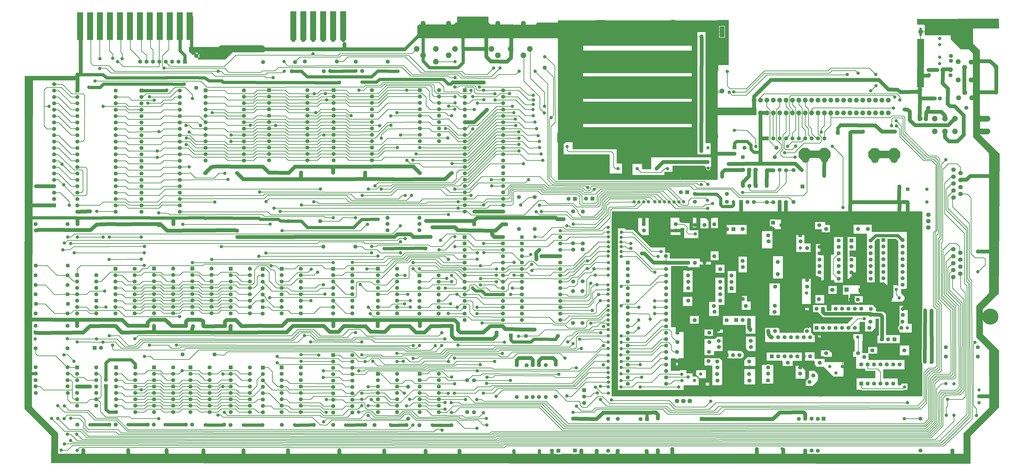
<source format=gtl>
G04 #@! TF.GenerationSoftware,KiCad,Pcbnew,(5.1.5)-3*
G04 #@! TF.CreationDate,2020-06-16T21:00:23+02:00*
G04 #@! TF.ProjectId,C64,4336342e-6b69-4636-9164-5f7063625858,rev?*
G04 #@! TF.SameCoordinates,Original*
G04 #@! TF.FileFunction,Copper,L1,Top*
G04 #@! TF.FilePolarity,Positive*
%FSLAX46Y46*%
G04 Gerber Fmt 4.6, Leading zero omitted, Abs format (unit mm)*
G04 Created by KiCad (PCBNEW (5.1.5)-3) date 2020-06-16 21:00:23*
%MOMM*%
%LPD*%
G04 APERTURE LIST*
%ADD10R,1.320800X1.320800*%
%ADD11C,1.320800*%
%ADD12R,1.600000X1.600000*%
%ADD13C,1.600000*%
%ADD14C,1.800000*%
%ADD15C,1.308000*%
%ADD16C,2.200000*%
%ADD17C,1.900000*%
%ADD18R,1.900000X1.900000*%
%ADD19C,1.574800*%
%ADD20C,1.524000*%
%ADD21R,2.350000X11.506400*%
%ADD22O,3.009900X6.019800*%
%ADD23O,3.000000X6.000000*%
%ADD24O,6.000000X3.000000*%
%ADD25C,3.000000*%
%ADD26C,1.981200*%
%ADD27C,2.250000*%
%ADD28R,1.270000X1.270000*%
%ADD29C,1.270000*%
%ADD30R,2.350000X11.100000*%
%ADD31R,2.350000X11.000000*%
%ADD32C,2.800000*%
%ADD33C,6.400000*%
%ADD34R,1.700000X1.700000*%
%ADD35C,1.700000*%
%ADD36C,0.250000*%
%ADD37C,1.500000*%
%ADD38C,1.250000*%
%ADD39C,2.300000*%
%ADD40C,1.300000*%
%ADD41C,3.000000*%
%ADD42C,0.254000*%
G04 APERTURE END LIST*
D10*
X367075720Y-114734340D03*
D11*
X367052860Y-119832120D03*
X374700720Y-119826080D03*
X374675400Y-114734340D03*
D12*
X27813000Y-121178320D03*
D13*
X27813000Y-118638320D03*
X27813000Y-116098320D03*
X27813000Y-113558320D03*
X27813000Y-111018320D03*
X27813000Y-108478320D03*
X27813000Y-105938320D03*
X27813000Y-103398320D03*
X27813000Y-100858320D03*
X27813000Y-98318320D03*
X27813000Y-95778320D03*
X27813000Y-93238320D03*
X27813000Y-90698320D03*
X27813000Y-88158320D03*
X27813000Y-85618320D03*
X27813000Y-83078320D03*
X27813000Y-80538320D03*
X27813000Y-77998320D03*
X27813000Y-75458320D03*
X27813000Y-72918320D03*
D14*
X385129980Y-138630400D03*
X385129980Y-141400400D03*
X385129980Y-144170400D03*
X385129980Y-146940400D03*
X385129980Y-149710400D03*
X387979980Y-140015400D03*
X387979980Y-142785400D03*
X387979980Y-145555400D03*
X387979980Y-148325400D03*
X388084120Y-116641440D03*
X388084120Y-113871440D03*
X388084120Y-111101440D03*
X388084120Y-108331440D03*
X385234120Y-118026440D03*
X385234120Y-115256440D03*
X385234120Y-112486440D03*
X385234120Y-109716440D03*
X385234120Y-106946440D03*
D15*
X379755400Y-64690000D03*
X379755400Y-57190000D03*
X379755400Y-62190000D03*
X379755400Y-54690000D03*
D16*
X381838200Y-86639400D03*
X377838200Y-86639400D03*
X385838200Y-86639400D03*
X377838200Y-91719400D03*
X381838200Y-91719400D03*
X385838200Y-91719400D03*
X398838200Y-86639400D03*
X398838200Y-91719400D03*
D14*
X280403300Y-199102980D03*
X277863300Y-199102980D03*
X275323300Y-199102980D03*
X375295160Y-124927360D03*
X375295160Y-127467360D03*
X375295160Y-130007360D03*
X306628800Y-107035600D03*
X304088800Y-107035600D03*
X301548800Y-107035600D03*
D17*
X372189200Y-51998000D03*
X293189200Y-51998000D03*
X371901720Y-75224640D03*
X293237920Y-75590400D03*
X313639200Y-79248000D03*
X359359200Y-79248000D03*
X359359200Y-84328000D03*
X356819200Y-84328000D03*
X356819200Y-79248000D03*
X354279200Y-79248000D03*
X351739200Y-79248000D03*
X349199200Y-79248000D03*
X346659200Y-79248000D03*
X344119200Y-79248000D03*
X341579200Y-79248000D03*
X339039200Y-79248000D03*
X336499200Y-79248000D03*
X333959200Y-79248000D03*
X331419200Y-79248000D03*
X328879200Y-79248000D03*
X326339200Y-79248000D03*
X323799200Y-79248000D03*
X321259200Y-79248000D03*
X318719200Y-79248000D03*
X316179200Y-79248000D03*
X311099200Y-79248000D03*
X308559200Y-79248000D03*
X306019200Y-79248000D03*
X354279200Y-84328000D03*
X351739200Y-84328000D03*
X349199200Y-84328000D03*
X346659200Y-84328000D03*
X344119200Y-84328000D03*
X341579200Y-84328000D03*
X339039200Y-84328000D03*
X336499200Y-84328000D03*
X333959200Y-84328000D03*
X331419200Y-84328000D03*
X328879200Y-84328000D03*
X326339200Y-84328000D03*
X323799200Y-84328000D03*
X321259200Y-84328000D03*
X318719200Y-84328000D03*
X316179200Y-84328000D03*
X313639200Y-84328000D03*
X311099200Y-84328000D03*
X308559200Y-84328000D03*
D18*
X306019200Y-84328000D03*
D13*
X218770200Y-117881400D03*
X218770200Y-130581400D03*
X212511640Y-117891560D03*
X212511640Y-130591560D03*
X270967200Y-141351000D03*
X270967200Y-136271000D03*
X375303400Y-82346800D03*
X390303400Y-82346800D03*
X374202200Y-86664800D03*
X372202200Y-86664800D03*
X315366400Y-143687800D03*
X315366400Y-148513800D03*
X334594200Y-130606800D03*
X347294200Y-130606800D03*
X351224200Y-130606800D03*
X366224200Y-130606800D03*
X339598000Y-135128000D03*
X339598000Y-137668000D03*
X339598000Y-140208000D03*
X339598000Y-142748000D03*
X339598000Y-145288000D03*
X339598000Y-147828000D03*
X331978000Y-145288000D03*
X331978000Y-147828000D03*
X331978000Y-142748000D03*
X331978000Y-140208000D03*
X339598000Y-150368000D03*
X331978000Y-150368000D03*
X331978000Y-137668000D03*
D12*
X331978000Y-135128000D03*
D13*
X330835000Y-162356800D03*
X333375000Y-162356800D03*
X335915000Y-162356800D03*
X338455000Y-162356800D03*
X340995000Y-162356800D03*
X343535000Y-162356800D03*
X346075000Y-162356800D03*
X348615000Y-162356800D03*
X340995000Y-169976800D03*
X343535000Y-169976800D03*
X338455000Y-169976800D03*
X335915000Y-169976800D03*
X348615000Y-169976800D03*
X346075000Y-169976800D03*
X333375000Y-169976800D03*
D12*
X330835000Y-169976800D03*
D13*
X313004200Y-173710600D03*
X315544200Y-173710600D03*
X318084200Y-173710600D03*
X320624200Y-173710600D03*
X323164200Y-173710600D03*
X325704200Y-173710600D03*
X328244200Y-173710600D03*
X330784200Y-173710600D03*
X323164200Y-181330600D03*
X325704200Y-181330600D03*
X320624200Y-181330600D03*
X318084200Y-181330600D03*
X330784200Y-181330600D03*
X328244200Y-181330600D03*
X315544200Y-181330600D03*
D12*
X313004200Y-181330600D03*
D13*
X348615000Y-184531000D03*
X351155000Y-184531000D03*
X353695000Y-184531000D03*
X356235000Y-184531000D03*
X358775000Y-184531000D03*
X361315000Y-184531000D03*
X358775000Y-192151000D03*
X361315000Y-192151000D03*
X356235000Y-192151000D03*
X353695000Y-192151000D03*
X363855000Y-184531000D03*
X363855000Y-192151000D03*
X351155000Y-192151000D03*
D12*
X348615000Y-192151000D03*
X285216600Y-206197200D03*
D19*
X323782600Y-206197200D03*
D13*
X238475520Y-197281800D03*
D12*
X238475520Y-194741800D03*
D13*
X238475520Y-199821800D03*
D12*
X156499560Y-188252100D03*
D13*
X156499560Y-190792100D03*
X156499560Y-203492100D03*
X164119560Y-203492100D03*
X156499560Y-193332100D03*
X156499560Y-195872100D03*
X156499560Y-200952100D03*
X156499560Y-198412100D03*
X164119560Y-200952100D03*
X164119560Y-198412100D03*
X164119560Y-195872100D03*
X164119560Y-193332100D03*
X164119560Y-190792100D03*
X164119560Y-188252100D03*
X194665600Y-203530200D03*
X194665600Y-190830200D03*
X146354800Y-146431000D03*
X146354800Y-148971000D03*
X146354800Y-151511000D03*
X146354800Y-154051000D03*
X146354800Y-156591000D03*
X146354800Y-159131000D03*
X146354800Y-161671000D03*
X146354800Y-164211000D03*
X138734800Y-156591000D03*
X138734800Y-159131000D03*
X138734800Y-154051000D03*
X138734800Y-151511000D03*
X138734800Y-164211000D03*
X138734800Y-161671000D03*
X138734800Y-148971000D03*
D12*
X138734800Y-146431000D03*
X156499560Y-146431000D03*
D13*
X156499560Y-148971000D03*
X156499560Y-161671000D03*
X156499560Y-164211000D03*
X156499560Y-151511000D03*
X156499560Y-154051000D03*
X156499560Y-159131000D03*
X156499560Y-156591000D03*
X164119560Y-164211000D03*
X164119560Y-161671000D03*
X164119560Y-159131000D03*
X164119560Y-156591000D03*
X164119560Y-154051000D03*
X164119560Y-151511000D03*
X164119560Y-148971000D03*
X164119560Y-146431000D03*
X20624800Y-160375600D03*
X33324800Y-160375600D03*
X33121600Y-193268600D03*
X20421600Y-193268600D03*
X46443900Y-177932080D03*
D12*
X43903900Y-177932080D03*
D13*
X110703360Y-164251640D03*
X110703360Y-161711640D03*
X110703360Y-159171640D03*
X110703360Y-156631640D03*
X110703360Y-154091640D03*
X110703360Y-151551640D03*
X110703360Y-149011640D03*
D12*
X110703360Y-146471640D03*
D13*
X125874780Y-146410680D03*
X125874780Y-148950680D03*
X125874780Y-151490680D03*
X125874780Y-154030680D03*
X125874780Y-156570680D03*
X125874780Y-159110680D03*
X125874780Y-161650680D03*
X125874780Y-164190680D03*
X118254780Y-156570680D03*
X118254780Y-159110680D03*
X118254780Y-154030680D03*
X118254780Y-151490680D03*
X118254780Y-164190680D03*
X118254780Y-161650680D03*
X118254780Y-148950680D03*
D12*
X118254780Y-146410680D03*
D13*
X59809380Y-146408140D03*
X59809380Y-148948140D03*
X59809380Y-151488140D03*
X59809380Y-154028140D03*
X59809380Y-156568140D03*
X59809380Y-159108140D03*
X59809380Y-161648140D03*
X59809380Y-164188140D03*
X52189380Y-156568140D03*
X52189380Y-159108140D03*
X52189380Y-154028140D03*
X52189380Y-151488140D03*
X52189380Y-164188140D03*
X52189380Y-161648140D03*
X52189380Y-148948140D03*
D12*
X52189380Y-146408140D03*
D13*
X44584620Y-148968460D03*
X44584620Y-151508460D03*
X44584620Y-154048460D03*
X44584620Y-156588460D03*
X44584620Y-159128460D03*
X44584620Y-161668460D03*
X36964620Y-159128460D03*
X36964620Y-161668460D03*
X36964620Y-156588460D03*
X36964620Y-154048460D03*
X44584620Y-164208460D03*
X36964620Y-164208460D03*
X36964620Y-151508460D03*
D12*
X36964620Y-148968460D03*
D13*
X206263240Y-75356720D03*
X206263240Y-77896720D03*
X206263240Y-80436720D03*
X206263240Y-82976720D03*
X206263240Y-85516720D03*
X206263240Y-88056720D03*
X206263240Y-90596720D03*
X206263240Y-93136720D03*
X206263240Y-95676720D03*
X206263240Y-98216720D03*
X206263240Y-100756720D03*
X206263240Y-103296720D03*
X206263240Y-105836720D03*
X206263240Y-108376720D03*
X206263240Y-110916720D03*
X206263240Y-113456720D03*
X206263240Y-115996720D03*
X206263240Y-118536720D03*
X206263240Y-121076720D03*
X206263240Y-123616720D03*
X191023240Y-123616720D03*
X191023240Y-121076720D03*
X191023240Y-118536720D03*
X191023240Y-115996720D03*
X191023240Y-113456720D03*
X191023240Y-110916720D03*
X191023240Y-108376720D03*
X191023240Y-105836720D03*
X191023240Y-103296720D03*
X191023240Y-100756720D03*
X191023240Y-98216720D03*
X191023240Y-95676720D03*
X191023240Y-93136720D03*
X191023240Y-90596720D03*
X191023240Y-88056720D03*
X191023240Y-85516720D03*
X191023240Y-82976720D03*
X191023240Y-80436720D03*
X191023240Y-77896720D03*
D12*
X191023240Y-75356720D03*
D13*
X180792120Y-75305920D03*
X180792120Y-77845920D03*
X180792120Y-80385920D03*
X180792120Y-82925920D03*
X180792120Y-85465920D03*
X180792120Y-88005920D03*
X180792120Y-90545920D03*
X180792120Y-93085920D03*
X180792120Y-95625920D03*
X173172120Y-95625920D03*
X173172120Y-85465920D03*
X173172120Y-88005920D03*
X173172120Y-82925920D03*
X173172120Y-80385920D03*
X173172120Y-93085920D03*
X173172120Y-90545920D03*
X173172120Y-77845920D03*
D12*
X173172120Y-75305920D03*
X138844020Y-75288140D03*
D13*
X138844020Y-77828140D03*
X138844020Y-90528140D03*
X138844020Y-93068140D03*
X138844020Y-80368140D03*
X138844020Y-82908140D03*
X138844020Y-87988140D03*
X138844020Y-85448140D03*
X138844020Y-95608140D03*
X138844020Y-98148140D03*
X138844020Y-100688140D03*
X138844020Y-103228140D03*
X154084020Y-103228140D03*
X154084020Y-100688140D03*
X154084020Y-98148140D03*
X154084020Y-95608140D03*
X154084020Y-93068140D03*
X154084020Y-90528140D03*
X154084020Y-87988140D03*
X154084020Y-85448140D03*
X154084020Y-82908140D03*
X154084020Y-80368140D03*
X154084020Y-77828140D03*
X154084020Y-75288140D03*
X103220520Y-75366880D03*
X103220520Y-77906880D03*
X103220520Y-80446880D03*
X103220520Y-82986880D03*
X103220520Y-85526880D03*
X103220520Y-88066880D03*
X103220520Y-90606880D03*
X103220520Y-93146880D03*
X103220520Y-95686880D03*
X103220520Y-98226880D03*
X103220520Y-100766880D03*
X103220520Y-103306880D03*
X87980520Y-103306880D03*
X87980520Y-100766880D03*
X87980520Y-98226880D03*
X87980520Y-95686880D03*
X87980520Y-85526880D03*
X87980520Y-88066880D03*
X87980520Y-82986880D03*
X87980520Y-80446880D03*
X87980520Y-93146880D03*
X87980520Y-90606880D03*
X87980520Y-77906880D03*
D12*
X87980520Y-75366880D03*
D13*
X52278280Y-75448160D03*
X52278280Y-77988160D03*
X52278280Y-80528160D03*
X52278280Y-83068160D03*
X52278280Y-85608160D03*
X52278280Y-88148160D03*
X52278280Y-90688160D03*
X52278280Y-93228160D03*
X52278280Y-95768160D03*
X52278280Y-98308160D03*
X52278280Y-100848160D03*
X52278280Y-103388160D03*
X52278280Y-105928160D03*
X52278280Y-108468160D03*
X52278280Y-111008160D03*
X52278280Y-113548160D03*
X52278280Y-116088160D03*
X52278280Y-118628160D03*
X52278280Y-121168160D03*
X52278280Y-123708160D03*
X37038280Y-123708160D03*
X37038280Y-121168160D03*
X37038280Y-118628160D03*
X37038280Y-116088160D03*
X37038280Y-113548160D03*
X37038280Y-111008160D03*
X37038280Y-108468160D03*
X37038280Y-105928160D03*
X37038280Y-103388160D03*
X37038280Y-100848160D03*
X37038280Y-98308160D03*
X37038280Y-95768160D03*
X37038280Y-93228160D03*
X37038280Y-90688160D03*
X37038280Y-88148160D03*
X37038280Y-85608160D03*
X37038280Y-83068160D03*
X37038280Y-80528160D03*
X37038280Y-77988160D03*
D12*
X37038280Y-75448160D03*
D13*
X128480820Y-75275440D03*
X128480820Y-77815440D03*
X128480820Y-80355440D03*
X128480820Y-82895440D03*
X128480820Y-85435440D03*
X128480820Y-87975440D03*
X128480820Y-90515440D03*
X128480820Y-93055440D03*
X128480820Y-95595440D03*
X128480820Y-98135440D03*
X128480820Y-100675440D03*
X128480820Y-103215440D03*
X113240820Y-103215440D03*
X113240820Y-100675440D03*
X113240820Y-98135440D03*
X113240820Y-95595440D03*
X113240820Y-85435440D03*
X113240820Y-87975440D03*
X113240820Y-82895440D03*
X113240820Y-80355440D03*
X113240820Y-93055440D03*
X113240820Y-90515440D03*
X113240820Y-77815440D03*
D12*
X113240820Y-75275440D03*
D13*
X77744320Y-75438000D03*
X77744320Y-77978000D03*
X77744320Y-80518000D03*
X77744320Y-83058000D03*
X77744320Y-85598000D03*
X77744320Y-88138000D03*
X77744320Y-90678000D03*
X77744320Y-93218000D03*
X77744320Y-95758000D03*
X77744320Y-98298000D03*
X77744320Y-100838000D03*
X77744320Y-103378000D03*
X77744320Y-105918000D03*
X77744320Y-108458000D03*
X77744320Y-110998000D03*
X77744320Y-113538000D03*
X77744320Y-116078000D03*
X77744320Y-118618000D03*
X77744320Y-121158000D03*
X77744320Y-123698000D03*
X62504320Y-123698000D03*
X62504320Y-121158000D03*
X62504320Y-118618000D03*
X62504320Y-116078000D03*
X62504320Y-113538000D03*
X62504320Y-110998000D03*
X62504320Y-108458000D03*
X62504320Y-105918000D03*
X62504320Y-103378000D03*
X62504320Y-100838000D03*
X62504320Y-98298000D03*
X62504320Y-95758000D03*
X62504320Y-93218000D03*
X62504320Y-90678000D03*
X62504320Y-88138000D03*
X62504320Y-85598000D03*
X62504320Y-83058000D03*
X62504320Y-80518000D03*
X62504320Y-77978000D03*
D12*
X62504320Y-75438000D03*
D20*
X122849000Y-55396000D03*
X126809000Y-55396000D03*
X130769000Y-55396000D03*
X134729000Y-55396000D03*
X138689000Y-55396000D03*
X142649000Y-55396000D03*
D21*
X122849000Y-49624000D03*
X126809000Y-49624000D03*
X130769000Y-49624000D03*
X134729000Y-49624000D03*
X138689000Y-49624000D03*
X142649000Y-49624000D03*
D22*
X326415400Y-101219000D03*
X334035400Y-101219000D03*
X361645200Y-101244400D03*
X354025200Y-101244400D03*
D23*
X290271200Y-64744600D03*
X229260400Y-94234000D03*
D24*
X274193000Y-109448600D03*
X244957600Y-48869600D03*
D25*
X273786600Y-48691800D03*
X290220400Y-93700600D03*
X244449600Y-109524800D03*
X229515800Y-64472600D03*
D15*
X287604200Y-98247200D03*
X287515800Y-101392600D03*
X287515800Y-103932600D03*
X231673400Y-97688400D03*
D11*
X341031200Y-185369200D03*
X336031200Y-185369200D03*
X338531200Y-187869200D03*
X282284800Y-190830200D03*
X287284800Y-190830200D03*
X284784800Y-188330200D03*
D13*
X394878560Y-177678080D03*
X382178560Y-177678080D03*
X314289440Y-171236640D03*
X326989440Y-171236640D03*
X347350080Y-180055520D03*
X334650080Y-180055520D03*
X288051240Y-179527200D03*
X275351240Y-179527200D03*
X288203640Y-175605440D03*
X275503640Y-175605440D03*
X237924340Y-123621800D03*
X237924340Y-136321800D03*
X247995440Y-206146400D03*
X247995440Y-218846400D03*
X227157280Y-184607200D03*
X227157280Y-197307200D03*
X211709000Y-197434200D03*
X211709000Y-184734200D03*
X20396200Y-152882600D03*
X33096200Y-152882600D03*
X20472400Y-145135600D03*
X33172400Y-145135600D03*
X295137840Y-116626640D03*
X282437840Y-116626640D03*
X314187840Y-101955600D03*
X301487840Y-101955600D03*
X302199040Y-98262440D03*
X314899040Y-98262440D03*
X150220680Y-67701160D03*
X137520680Y-67701160D03*
X122285760Y-67746880D03*
X134985760Y-67746880D03*
X140106400Y-63870840D03*
X127406400Y-63870840D03*
D26*
X214325200Y-48717200D03*
X204165200Y-48717200D03*
D27*
X214325200Y-61417200D03*
X204165200Y-61417200D03*
X216865200Y-58877200D03*
X201625200Y-58877200D03*
X209245200Y-58877200D03*
X179501800Y-63906400D03*
D26*
X184581800Y-48666400D03*
X174421800Y-48666400D03*
D27*
X184581800Y-61366400D03*
X174421800Y-61366400D03*
X187121800Y-58826400D03*
X171881800Y-58826400D03*
X179501800Y-58826400D03*
D13*
X304114200Y-113360200D03*
D12*
X306654200Y-113360200D03*
D13*
X301574200Y-113360200D03*
D12*
X344728800Y-135153400D03*
D13*
X344728800Y-137693400D03*
X344728800Y-150393400D03*
X352348800Y-150393400D03*
X344728800Y-140233400D03*
X344728800Y-142773400D03*
X344728800Y-147853400D03*
X344728800Y-145313400D03*
X352348800Y-147853400D03*
X352348800Y-145313400D03*
X352348800Y-142773400D03*
X352348800Y-140233400D03*
X352348800Y-137693400D03*
X352348800Y-135153400D03*
X365023400Y-135001000D03*
X365023400Y-137541000D03*
X365023400Y-140081000D03*
X365023400Y-142621000D03*
X365023400Y-145161000D03*
X365023400Y-147701000D03*
X365023400Y-150241000D03*
X365023400Y-152781000D03*
X357403400Y-145161000D03*
X357403400Y-147701000D03*
X357403400Y-142621000D03*
X357403400Y-140081000D03*
X357403400Y-152781000D03*
X357403400Y-150241000D03*
X357403400Y-137541000D03*
D12*
X357403400Y-135001000D03*
D26*
X402103600Y-76018400D03*
X402103600Y-66018400D03*
X387248400Y-78371700D03*
X387096000Y-63931800D03*
X392315700Y-71247000D03*
X389724900Y-76200000D03*
X389648700Y-66255900D03*
X392544300Y-78295500D03*
X392315700Y-64122300D03*
X387134100Y-71208900D03*
D12*
X325221600Y-113665000D03*
D19*
X363787600Y-113665000D03*
D13*
X344257000Y-92240100D03*
D12*
X339257000Y-92240100D03*
D13*
X347243400Y-158699200D03*
X359943400Y-158699200D03*
X304012600Y-188341000D03*
X291312600Y-188341000D03*
D12*
X333578200Y-206121000D03*
D19*
X372144200Y-206121000D03*
D13*
X319354200Y-183845200D03*
X332054200Y-183845200D03*
X327050400Y-153517600D03*
X314350400Y-153517600D03*
X331883400Y-129032000D03*
X316883400Y-129032000D03*
X286283400Y-128974200D03*
X286283400Y-143974200D03*
X282473400Y-143999600D03*
X282473400Y-128999600D03*
X282371800Y-166878000D03*
X295071800Y-166878000D03*
X290169600Y-141376400D03*
X290169600Y-128676400D03*
X375412000Y-67275200D03*
X375412000Y-69275200D03*
X384098800Y-67351400D03*
X384098800Y-69351400D03*
X379841000Y-78562200D03*
X377841000Y-78562200D03*
X378857000Y-67208400D03*
X380857000Y-67208400D03*
X384225800Y-63636400D03*
X384225800Y-61636400D03*
X191998600Y-203504800D03*
X191998600Y-190804800D03*
X287883600Y-183159400D03*
X275183600Y-183159400D03*
X291998400Y-177546000D03*
X304698400Y-177546000D03*
X288264600Y-171932600D03*
X275564600Y-171932600D03*
X301498000Y-145770600D03*
X301498000Y-158470600D03*
X279755600Y-149021800D03*
X292455600Y-149021800D03*
D12*
X311101740Y-94480380D03*
D13*
X313641740Y-94480380D03*
X316181740Y-94480380D03*
X318721740Y-94480380D03*
X321261740Y-94480380D03*
X323801740Y-94480380D03*
X326341740Y-94480380D03*
X328881740Y-94480380D03*
X331421740Y-94480380D03*
X333961740Y-94480380D03*
X105581100Y-185721600D03*
X105581100Y-188261600D03*
X105581100Y-190801600D03*
X105581100Y-193341600D03*
X105581100Y-195881600D03*
X105581100Y-198421600D03*
X105581100Y-200961600D03*
X105581100Y-203501600D03*
X97961100Y-195881600D03*
X97961100Y-198421600D03*
X97961100Y-193341600D03*
X97961100Y-190801600D03*
X97961100Y-203501600D03*
X97961100Y-200961600D03*
X97961100Y-188261600D03*
D12*
X97961100Y-185721600D03*
D13*
X89581100Y-185721600D03*
X89581100Y-188261600D03*
X89581100Y-190801600D03*
X89581100Y-193341600D03*
X89581100Y-195881600D03*
X89581100Y-198421600D03*
X89581100Y-200961600D03*
X89581100Y-203501600D03*
X81961100Y-195881600D03*
X81961100Y-198421600D03*
X81961100Y-193341600D03*
X81961100Y-190801600D03*
X81961100Y-203501600D03*
X81961100Y-200961600D03*
X81961100Y-188261600D03*
D12*
X81961100Y-185721600D03*
D13*
X75081100Y-185721600D03*
X75081100Y-188261600D03*
X75081100Y-190801600D03*
X75081100Y-193341600D03*
X75081100Y-195881600D03*
X75081100Y-198421600D03*
X75081100Y-200961600D03*
X75081100Y-203501600D03*
X67461100Y-195881600D03*
X67461100Y-198421600D03*
X67461100Y-193341600D03*
X67461100Y-190801600D03*
X67461100Y-203501600D03*
X67461100Y-200961600D03*
X67461100Y-188261600D03*
D12*
X67461100Y-185721600D03*
D13*
X60081100Y-185721600D03*
X60081100Y-188261600D03*
X60081100Y-190801600D03*
X60081100Y-193341600D03*
X60081100Y-195881600D03*
X60081100Y-198421600D03*
X60081100Y-200961600D03*
X60081100Y-203501600D03*
X52461100Y-195881600D03*
X52461100Y-198421600D03*
X52461100Y-193341600D03*
X52461100Y-190801600D03*
X52461100Y-203501600D03*
X52461100Y-200961600D03*
X52461100Y-188261600D03*
D12*
X52461100Y-185721600D03*
D13*
X105597960Y-146364960D03*
X105597960Y-148904960D03*
X105597960Y-151444960D03*
X105597960Y-153984960D03*
X105597960Y-156524960D03*
X105597960Y-159064960D03*
X105597960Y-161604960D03*
X105597960Y-164144960D03*
X97977960Y-156524960D03*
X97977960Y-159064960D03*
X97977960Y-153984960D03*
X97977960Y-151444960D03*
X97977960Y-164144960D03*
X97977960Y-161604960D03*
X97977960Y-148904960D03*
D12*
X97977960Y-146364960D03*
D13*
X90335100Y-146357340D03*
X90335100Y-148897340D03*
X90335100Y-151437340D03*
X90335100Y-153977340D03*
X90335100Y-156517340D03*
X90335100Y-159057340D03*
X90335100Y-161597340D03*
X90335100Y-164137340D03*
X82715100Y-156517340D03*
X82715100Y-159057340D03*
X82715100Y-153977340D03*
X82715100Y-151437340D03*
X82715100Y-164137340D03*
X82715100Y-161597340D03*
X82715100Y-148897340D03*
D12*
X82715100Y-146357340D03*
D13*
X75133200Y-146357340D03*
X75133200Y-148897340D03*
X75133200Y-151437340D03*
X75133200Y-153977340D03*
X75133200Y-156517340D03*
X75133200Y-159057340D03*
X75133200Y-161597340D03*
X75133200Y-164137340D03*
X67513200Y-156517340D03*
X67513200Y-159057340D03*
X67513200Y-153977340D03*
X67513200Y-151437340D03*
X67513200Y-164137340D03*
X67513200Y-161597340D03*
X67513200Y-148897340D03*
D12*
X67513200Y-146357340D03*
D13*
X331343000Y-206146400D03*
X331343000Y-218846400D03*
X328904600Y-218770200D03*
X328904600Y-206070200D03*
X279806400Y-159080200D03*
X292506400Y-159080200D03*
X316204600Y-107061000D03*
X316204600Y-119761000D03*
X133578600Y-127431800D03*
X120878600Y-127431800D03*
X359283000Y-174498000D03*
D12*
X361823000Y-174498000D03*
D13*
X356743000Y-174498000D03*
X297611800Y-180822600D03*
D12*
X295071800Y-180822600D03*
D13*
X300151800Y-180822600D03*
X301421800Y-166852600D03*
D12*
X298881800Y-166852600D03*
D13*
X303961800Y-166852600D03*
X297002200Y-151688800D03*
D12*
X297002200Y-154228800D03*
D13*
X297002200Y-149148800D03*
X303344580Y-119834660D03*
D12*
X300804580Y-119834660D03*
D13*
X305884580Y-119834660D03*
D12*
X173050200Y-188264800D03*
D13*
X173050200Y-190804800D03*
X173050200Y-203504800D03*
X180670200Y-203504800D03*
X173050200Y-193344800D03*
X173050200Y-195884800D03*
X173050200Y-200964800D03*
X173050200Y-198424800D03*
X180670200Y-200964800D03*
X180670200Y-198424800D03*
X180670200Y-195884800D03*
X180670200Y-193344800D03*
X180670200Y-190804800D03*
X180670200Y-188264800D03*
D12*
X138668760Y-180746400D03*
D13*
X138668760Y-183286400D03*
X138668760Y-195986400D03*
X138668760Y-198526400D03*
X138668760Y-185826400D03*
X138668760Y-188366400D03*
X138668760Y-193446400D03*
X138668760Y-190906400D03*
X138668760Y-201066400D03*
X138668760Y-203606400D03*
X146288760Y-203606400D03*
X146288760Y-201066400D03*
X146288760Y-198526400D03*
X146288760Y-195986400D03*
X146288760Y-193446400D03*
X146288760Y-190906400D03*
X146288760Y-188366400D03*
X146288760Y-185826400D03*
X146288760Y-183286400D03*
X146288760Y-180746400D03*
X125874780Y-185714640D03*
X125874780Y-188254640D03*
X125874780Y-190794640D03*
X125874780Y-193334640D03*
X125874780Y-195874640D03*
X125874780Y-198414640D03*
X125874780Y-200954640D03*
X125874780Y-203494640D03*
X118254780Y-195874640D03*
X118254780Y-198414640D03*
X118254780Y-193334640D03*
X118254780Y-190794640D03*
X118254780Y-203494640D03*
X118254780Y-200954640D03*
X118254780Y-188254640D03*
D12*
X118254780Y-185714640D03*
X36961100Y-185721600D03*
D13*
X36961100Y-188261600D03*
X36961100Y-200961600D03*
X44581100Y-200961600D03*
X36961100Y-190801600D03*
X36961100Y-193341600D03*
X36961100Y-198421600D03*
X36961100Y-195881600D03*
X44581100Y-198421600D03*
X44581100Y-195881600D03*
X44581100Y-193341600D03*
X44581100Y-190801600D03*
X44581100Y-188261600D03*
X44581100Y-185721600D03*
D12*
X255803400Y-143941800D03*
D13*
X255803400Y-146481800D03*
X255803400Y-149021800D03*
X255803400Y-151561800D03*
X255803400Y-154101800D03*
X255803400Y-156641800D03*
X255803400Y-159181800D03*
X255803400Y-161721800D03*
X255803400Y-164261800D03*
X255803400Y-166801800D03*
X255803400Y-169341800D03*
X255803400Y-171881800D03*
X255803400Y-174421800D03*
X255803400Y-176961800D03*
X255803400Y-179501800D03*
X255803400Y-182041800D03*
X255803400Y-184581800D03*
X255803400Y-187121800D03*
X255803400Y-189661800D03*
X255803400Y-192201800D03*
X271043400Y-192201800D03*
X271043400Y-189661800D03*
X271043400Y-187121800D03*
X271043400Y-184581800D03*
X271043400Y-182041800D03*
X271043400Y-179501800D03*
X271043400Y-176961800D03*
X271043400Y-174421800D03*
X271043400Y-171881800D03*
X271043400Y-169341800D03*
X271043400Y-166801800D03*
X271043400Y-164261800D03*
X271043400Y-161721800D03*
X271043400Y-159181800D03*
X271043400Y-156641800D03*
X271043400Y-154101800D03*
X271043400Y-151561800D03*
X271043400Y-149021800D03*
X271043400Y-146481800D03*
X271043400Y-143941800D03*
X228917500Y-133748780D03*
X228917500Y-136288780D03*
X228917500Y-138828780D03*
X228917500Y-141368780D03*
X228917500Y-143908780D03*
X228917500Y-146448780D03*
X228917500Y-148988780D03*
X228917500Y-151528780D03*
X228917500Y-154068780D03*
X228917500Y-156608780D03*
X228917500Y-159148780D03*
X228917500Y-161688780D03*
X228917500Y-164228780D03*
X228917500Y-166768780D03*
X213677500Y-166768780D03*
X213677500Y-164228780D03*
X213677500Y-161688780D03*
X213677500Y-159148780D03*
X213677500Y-156608780D03*
X213677500Y-154068780D03*
X213677500Y-143908780D03*
X213677500Y-146448780D03*
X213677500Y-141368780D03*
X213677500Y-138828780D03*
X213677500Y-151528780D03*
X213677500Y-148988780D03*
X213677500Y-136288780D03*
D10*
X213677500Y-133748780D03*
D12*
X190919100Y-133761480D03*
D13*
X190919100Y-136301480D03*
X190919100Y-149001480D03*
X190919100Y-151541480D03*
X190919100Y-138841480D03*
X190919100Y-141381480D03*
X190919100Y-146461480D03*
X190919100Y-143921480D03*
X190919100Y-154081480D03*
X190919100Y-156621480D03*
X190919100Y-159161480D03*
X190919100Y-161701480D03*
X190919100Y-164241480D03*
X190919100Y-166781480D03*
X206159100Y-166781480D03*
X206159100Y-164241480D03*
X206159100Y-161701480D03*
X206159100Y-159161480D03*
X206159100Y-156621480D03*
X206159100Y-154081480D03*
X206159100Y-151541480D03*
X206159100Y-149001480D03*
X206159100Y-146461480D03*
X206159100Y-143921480D03*
X206159100Y-141381480D03*
X206159100Y-138841480D03*
X206159100Y-136301480D03*
X206159100Y-133761480D03*
D12*
X173024800Y-149021800D03*
D13*
X173024800Y-151561800D03*
X173024800Y-164261800D03*
X180644800Y-164261800D03*
X173024800Y-154101800D03*
X173024800Y-156641800D03*
X173024800Y-161721800D03*
X173024800Y-159181800D03*
X180644800Y-161721800D03*
X180644800Y-159181800D03*
X180644800Y-156641800D03*
X180644800Y-154101800D03*
X180644800Y-151561800D03*
X180644800Y-149021800D03*
X61960760Y-63947040D03*
X64500760Y-63947040D03*
X67040760Y-63947040D03*
X69580760Y-63947040D03*
X72120760Y-63947040D03*
X74660760Y-63947040D03*
X77200760Y-63947040D03*
D12*
X79740760Y-63947040D03*
D13*
X110733840Y-203555600D03*
X110733840Y-201015600D03*
X110733840Y-198475600D03*
X110733840Y-195935600D03*
X110733840Y-193395600D03*
X110733840Y-190855600D03*
X110733840Y-188315600D03*
D12*
X110733840Y-185775600D03*
D28*
X395447520Y-199768460D03*
D29*
X395447520Y-197228460D03*
X395447520Y-194688460D03*
D13*
X237327440Y-218808300D03*
D12*
X234787440Y-218808300D03*
D13*
X313563000Y-130606800D03*
D12*
X313563000Y-128066800D03*
D13*
X295224200Y-130657600D03*
D12*
X297764200Y-130657600D03*
D13*
X225684080Y-218874340D03*
D12*
X228224080Y-218874340D03*
D13*
X260906260Y-206273400D03*
D12*
X263446260Y-206273400D03*
D13*
X251815600Y-206197200D03*
X251815600Y-218897200D03*
X223235520Y-197418960D03*
X223235520Y-184718960D03*
X215600280Y-197510400D03*
X215600280Y-184810400D03*
X52227480Y-208445100D03*
X64927480Y-208445100D03*
X237794800Y-155270200D03*
X237794800Y-167970200D03*
X274853400Y-128625600D03*
X262153400Y-128625600D03*
X209296000Y-170484800D03*
D12*
X209296000Y-173024800D03*
D13*
X20411440Y-178079400D03*
X33111440Y-178079400D03*
X298254420Y-100622100D03*
D12*
X298254420Y-98082100D03*
D13*
X276860000Y-115966240D03*
D12*
X279400000Y-115966240D03*
D13*
X48402240Y-190611760D03*
D12*
X48402240Y-193151760D03*
D13*
X239227360Y-118450360D03*
D12*
X241767360Y-118450360D03*
D13*
X232224580Y-118529100D03*
D12*
X234764580Y-118529100D03*
D13*
X184525920Y-127365760D03*
D12*
X184525920Y-129905760D03*
D13*
X84277200Y-74320400D03*
X84277200Y-61620400D03*
X372140480Y-218785440D03*
X384840480Y-218785440D03*
X361934760Y-91805760D03*
X349234760Y-91805760D03*
X326288400Y-206095600D03*
X326288400Y-218795600D03*
X311531000Y-190830200D03*
X324231000Y-190830200D03*
X351815400Y-169976800D03*
X364515400Y-169976800D03*
X352425000Y-162382200D03*
X365125000Y-162382200D03*
X327050400Y-138201400D03*
X327050400Y-150901400D03*
X292506400Y-146583400D03*
X279806400Y-146583400D03*
X314223400Y-161137600D03*
X326923400Y-161137600D03*
X331774800Y-158521400D03*
X344474800Y-158521400D03*
X304469800Y-170688000D03*
X291769800Y-170688000D03*
X311581800Y-133096000D03*
X324281800Y-133096000D03*
X262255000Y-131140200D03*
X274955000Y-131140200D03*
X267741400Y-206019400D03*
X267741400Y-218719400D03*
X328015600Y-191439800D03*
X340715600Y-191439800D03*
X349758000Y-181508400D03*
X362458000Y-181508400D03*
X329514200Y-188925200D03*
X342214200Y-188925200D03*
X243459000Y-206197200D03*
X243459000Y-218897200D03*
X220522800Y-184759600D03*
X220522800Y-197459600D03*
X218033600Y-184785000D03*
X218033600Y-197485000D03*
X185699400Y-208686400D03*
X172999400Y-208686400D03*
X167868600Y-208610200D03*
X155168600Y-208610200D03*
X151434800Y-208584800D03*
X138734800Y-208584800D03*
X130987800Y-208559400D03*
X118287800Y-208559400D03*
X97881440Y-208600040D03*
X110581440Y-208600040D03*
X82689700Y-208437480D03*
X95389700Y-208437480D03*
X67431920Y-208447640D03*
X80131920Y-208447640D03*
X49682400Y-208457800D03*
X36982400Y-208457800D03*
X234137200Y-138785600D03*
X234137200Y-151485600D03*
X203631800Y-171780200D03*
X190931800Y-171780200D03*
X185826400Y-169189400D03*
X173126400Y-169189400D03*
X169120820Y-169232580D03*
X156420820Y-169232580D03*
X151447500Y-169278300D03*
X138747500Y-169278300D03*
X130962400Y-169143680D03*
X118262400Y-169143680D03*
X97993200Y-169189400D03*
X110693200Y-169189400D03*
X82981800Y-169240200D03*
X95681800Y-169240200D03*
X67531100Y-169221600D03*
X80231100Y-169221600D03*
X52273200Y-169214800D03*
X64973200Y-169214800D03*
X49662080Y-169184320D03*
X36962080Y-169184320D03*
X311073800Y-107238800D03*
X311073800Y-119938800D03*
X295198800Y-119761000D03*
X282498800Y-119761000D03*
X207467200Y-128676400D03*
X194767200Y-128676400D03*
X185877200Y-108305600D03*
X173177200Y-108305600D03*
X151434800Y-108153200D03*
X138734800Y-108153200D03*
X125907800Y-108178600D03*
X113207800Y-108178600D03*
X100533200Y-108280200D03*
X87833200Y-108280200D03*
X62544960Y-128666240D03*
X75244960Y-128666240D03*
X49763680Y-128666240D03*
X37063680Y-128666240D03*
X147660360Y-63901320D03*
X160360360Y-63901320D03*
X222793560Y-66329560D03*
X222793560Y-53629560D03*
X228066600Y-173202600D03*
X215366600Y-173202600D03*
X160304480Y-128564640D03*
X173004480Y-128564640D03*
X160284160Y-131104640D03*
X172984160Y-131104640D03*
X160314640Y-126111000D03*
X173014640Y-126111000D03*
X78887320Y-180522880D03*
X91587320Y-180522880D03*
X20467320Y-128640840D03*
X33167320Y-128640840D03*
X394868400Y-181406800D03*
X382168400Y-181406800D03*
X234025440Y-167990520D03*
X234025440Y-155290520D03*
X168544240Y-206080360D03*
X168544240Y-193380360D03*
X20543520Y-195818760D03*
X33243520Y-195818760D03*
X33147000Y-190779400D03*
X20447000Y-190779400D03*
X20543520Y-188137800D03*
X33243520Y-188137800D03*
X20406360Y-185638440D03*
X33106360Y-185638440D03*
X20419060Y-169077640D03*
X33119060Y-169077640D03*
X20461100Y-164221600D03*
X33161100Y-164221600D03*
X20452080Y-156603700D03*
X33152080Y-156603700D03*
X20452080Y-149004020D03*
X33152080Y-149004020D03*
X311759600Y-135458200D03*
X324459600Y-135458200D03*
X291414200Y-190982600D03*
X304114200Y-190982600D03*
X324281800Y-188188600D03*
X311581800Y-188188600D03*
X311581800Y-185699400D03*
X324281800Y-185699400D03*
X291414200Y-185674000D03*
X304114200Y-185674000D03*
X291338000Y-183337200D03*
X304038000Y-183337200D03*
X365734600Y-178892200D03*
X353034600Y-178892200D03*
X304647600Y-175107600D03*
X291947600Y-175107600D03*
X352272600Y-167513000D03*
X364972600Y-167513000D03*
X352425000Y-164795200D03*
X365125000Y-164795200D03*
X314172600Y-163576000D03*
X326872600Y-163576000D03*
X290296600Y-163525200D03*
X302996600Y-163525200D03*
X302742600Y-161239200D03*
X290042600Y-161239200D03*
X279882600Y-156565600D03*
X292582600Y-156565600D03*
X292506400Y-154152600D03*
X279806400Y-154152600D03*
X292557200Y-151587200D03*
X279857200Y-151587200D03*
X301421800Y-130556000D03*
X301421800Y-143256000D03*
X237871000Y-138734800D03*
X237871000Y-151434800D03*
X234035600Y-136235440D03*
X234035600Y-123535440D03*
X134813040Y-137561320D03*
X147513040Y-137561320D03*
X321708780Y-119832120D03*
X321708780Y-107132120D03*
X318726820Y-107172760D03*
X318726820Y-119872760D03*
X313588400Y-107188000D03*
X313588400Y-119888000D03*
X110845600Y-64129920D03*
X123545600Y-64129920D03*
D30*
X81675000Y-49781100D03*
X77715000Y-49781100D03*
X73755000Y-49781100D03*
X69795000Y-49781100D03*
X65835000Y-49781100D03*
X61875000Y-49781100D03*
X57915000Y-49781100D03*
X53955000Y-49781100D03*
D31*
X49995000Y-49781100D03*
D30*
X46035000Y-49781100D03*
X42075000Y-49781100D03*
X38115000Y-49781100D03*
D32*
X307675280Y-161213800D03*
X288620200Y-195915280D03*
X332541880Y-195915280D03*
X371490240Y-157022800D03*
X332709520Y-125171200D03*
X288787840Y-124975620D03*
X250667520Y-163515040D03*
D33*
X399897600Y-165430200D03*
X388810500Y-53035200D03*
D34*
X342739980Y-154675840D03*
X348335600Y-155016200D03*
D35*
X337096100Y-154787600D03*
D11*
X287686000Y-106348000D03*
X50977800Y-176809400D03*
X179298600Y-177038000D03*
X183311800Y-90525600D03*
X184251600Y-94335600D03*
X218236800Y-85471000D03*
X247980200Y-161163000D03*
X347319600Y-68554600D03*
X297865800Y-75996800D03*
X161620200Y-89255600D03*
X161569400Y-85521800D03*
X81508600Y-91948000D03*
X209905600Y-154127200D03*
X209905600Y-81711800D03*
X134950200Y-93167200D03*
X354355400Y-69062600D03*
X295300400Y-67818000D03*
X354431600Y-73533000D03*
X352323400Y-75539600D03*
X208838800Y-76606400D03*
X194132200Y-77851000D03*
X194157600Y-90678000D03*
X80238600Y-89382600D03*
X209270600Y-156692600D03*
X105765600Y-89281000D03*
X343001600Y-69011800D03*
X296110000Y-76123800D03*
X157175200Y-89433400D03*
X157861000Y-94462600D03*
X210515200Y-84302600D03*
X173101000Y-98145600D03*
X85979000Y-89331800D03*
X211124800Y-86842600D03*
X134696200Y-189661800D03*
X134848600Y-152781000D03*
X131749800Y-84251800D03*
X171678600Y-100685600D03*
X211302600Y-89306400D03*
X116408200Y-181279800D03*
X170408600Y-103174800D03*
X212471000Y-91871800D03*
X132943600Y-180746400D03*
X125958600Y-180594000D03*
X129971800Y-146558000D03*
X167919400Y-75285600D03*
X167995600Y-103200200D03*
X212547200Y-94386400D03*
X125958600Y-183210200D03*
X131140200Y-76733400D03*
X187172600Y-77901800D03*
X212496400Y-96901000D03*
X264007600Y-119761000D03*
X219405200Y-123698000D03*
X266496800Y-164261800D03*
X129692400Y-175564800D03*
X150063200Y-175564800D03*
X149453600Y-152704800D03*
X135534400Y-76631800D03*
X187172600Y-80365600D03*
X212547200Y-99466400D03*
X266496800Y-161721800D03*
X221437200Y-123596400D03*
X266573000Y-119761000D03*
X167005000Y-195935600D03*
X166573200Y-183261000D03*
X164109400Y-183311800D03*
X187071000Y-82931000D03*
X214350600Y-104597200D03*
X136118600Y-79171800D03*
X266471400Y-159181800D03*
X220700600Y-121107200D03*
X268478000Y-119735600D03*
X109118400Y-141452600D03*
X156464000Y-141300200D03*
X109524800Y-115874800D03*
X216331800Y-110921800D03*
X277977600Y-119735600D03*
X153974800Y-140055600D03*
X111963200Y-140106400D03*
X115849400Y-89306400D03*
X112014000Y-119684800D03*
X242417600Y-114706400D03*
X198450200Y-121031000D03*
X198475600Y-136296400D03*
X126085600Y-121031000D03*
X274142200Y-119811800D03*
X289458400Y-120446800D03*
X270383000Y-119761000D03*
X319328800Y-97637600D03*
X117652800Y-123571000D03*
X115163600Y-122301000D03*
X188391800Y-122275600D03*
X287578800Y-122326400D03*
X272262600Y-119811800D03*
X287502600Y-119126000D03*
X276098000Y-119811800D03*
X322478400Y-97586800D03*
X130987800Y-119761000D03*
X129794000Y-159080200D03*
X188366400Y-119710200D03*
X63728600Y-181254400D03*
X181838600Y-176936400D03*
X248081800Y-159131000D03*
X218846400Y-88011000D03*
X244856000Y-159131000D03*
X65608200Y-176809400D03*
X172974000Y-176987200D03*
X68783200Y-99517200D03*
X247904000Y-156514800D03*
X219583000Y-90576400D03*
X244195600Y-156667200D03*
X76352400Y-176784000D03*
X170510200Y-176987200D03*
X68783200Y-102082600D03*
X247929400Y-152806400D03*
X220141800Y-93370400D03*
X243484400Y-152730200D03*
X164007800Y-84226400D03*
X164160200Y-98120200D03*
X185775600Y-85471000D03*
X185928000Y-104521000D03*
X80264000Y-97002600D03*
X248031000Y-148920200D03*
X220700600Y-95681800D03*
X242849400Y-148971000D03*
X80391000Y-94361000D03*
X81457800Y-105867200D03*
X155270200Y-113411000D03*
X247980200Y-146405600D03*
X220751400Y-98145600D03*
X242316000Y-146405600D03*
X239750600Y-146329400D03*
X94818200Y-188315600D03*
X98069400Y-95707200D03*
X95605600Y-108356400D03*
X152654000Y-114630200D03*
X248081800Y-143916400D03*
X221361000Y-100711000D03*
X253136400Y-139547600D03*
X248107200Y-139471400D03*
X98171000Y-93116400D03*
X96875600Y-110871000D03*
X157784800Y-114655600D03*
X222021400Y-103251000D03*
X239725200Y-143281400D03*
X116459000Y-183819800D03*
X197129400Y-184581800D03*
X197256400Y-150266400D03*
X253187200Y-141478000D03*
X248031000Y-141351000D03*
X266522200Y-147751800D03*
X253161800Y-178231800D03*
X134848600Y-187071000D03*
X135407400Y-156514800D03*
X197205600Y-152831800D03*
X195910200Y-187020200D03*
X248005600Y-178181000D03*
X150088600Y-198399400D03*
X247954800Y-185851800D03*
X253136400Y-185699400D03*
X150012400Y-200964800D03*
X135940800Y-203545440D03*
X253136400Y-183311800D03*
X248005600Y-183210200D03*
X199694800Y-192049400D03*
X198424800Y-203708000D03*
X136017000Y-198475600D03*
X248005600Y-189661800D03*
X253111000Y-188239400D03*
X198374000Y-195961000D03*
X134874000Y-207365600D03*
X199720200Y-208635600D03*
X247980200Y-180746400D03*
X253034800Y-180670200D03*
X199618600Y-206019400D03*
X148760180Y-203479400D03*
X199821800Y-189585600D03*
X255625600Y-196037200D03*
X120980200Y-108229400D03*
X87172800Y-169316400D03*
X213893400Y-170637200D03*
X229592000Y-64371000D03*
X277368000Y-125120400D03*
X90678000Y-71551800D03*
X92354400Y-105765600D03*
X220624400Y-138836400D03*
X219456000Y-142671800D03*
X221437200Y-126212600D03*
X371475000Y-127508000D03*
X158978600Y-138404600D03*
X175564800Y-138201400D03*
X317220600Y-218135200D03*
X323621400Y-196088000D03*
X251383800Y-109956600D03*
X250215400Y-125907800D03*
X263194800Y-218854020D03*
X188899800Y-218846400D03*
X218866720Y-170606720D03*
X160299400Y-105841800D03*
X210540600Y-218846400D03*
X175615600Y-127355600D03*
X159029400Y-218795600D03*
X141198600Y-218719400D03*
X175488600Y-218846400D03*
X103073200Y-218694000D03*
X120777000Y-218744800D03*
X87172800Y-218719400D03*
X230251000Y-109778800D03*
X230301800Y-126695200D03*
X359318560Y-75001120D03*
X332587600Y-196164200D03*
X288544000Y-195935600D03*
X307060600Y-196088000D03*
X307136800Y-218186000D03*
X278028400Y-195986400D03*
X103200200Y-105791000D03*
X394919200Y-139547600D03*
X72567800Y-75311000D03*
X102336600Y-169265600D03*
X57185560Y-169138600D03*
X36992560Y-69095620D03*
X273481800Y-218236800D03*
X72491600Y-218617800D03*
X39370000Y-218617800D03*
X57226200Y-218643200D03*
X194818000Y-123596400D03*
X194056000Y-154000200D03*
X102984300Y-208635600D03*
X71932800Y-208483200D03*
X57175400Y-208457800D03*
X220649800Y-218871800D03*
X82753200Y-70281800D03*
X72669400Y-70281800D03*
X87754460Y-126354840D03*
X57277000Y-126062740D03*
X87782400Y-208635600D03*
X141224000Y-72136000D03*
X121081800Y-72212200D03*
X141249400Y-129946400D03*
X156565600Y-126720600D03*
X84607400Y-131140200D03*
X20294600Y-174345600D03*
X42087800Y-169240200D03*
X122643900Y-169252900D03*
X123342400Y-208534000D03*
X72542400Y-131089400D03*
X79552800Y-72847200D03*
X41605200Y-74142600D03*
X70662800Y-72872600D03*
X42138600Y-193268600D03*
X123393200Y-133781800D03*
X100584000Y-133781800D03*
X143179800Y-133680200D03*
X162255200Y-133731000D03*
X177520600Y-133705600D03*
X100482400Y-131292600D03*
X150139400Y-72110600D03*
X20497800Y-113436400D03*
X324942200Y-107111800D03*
X143535400Y-110769400D03*
X162534600Y-110769400D03*
X184531000Y-72847200D03*
X198602600Y-72237600D03*
X177469800Y-169316400D03*
X161493200Y-169291000D03*
X143174720Y-169245280D03*
X69392800Y-129235200D03*
X54838600Y-128701800D03*
X20523200Y-131165600D03*
X143637000Y-208635600D03*
X161467800Y-208559400D03*
X178079400Y-208661000D03*
X199796400Y-83058000D03*
X202031600Y-131241800D03*
X178257200Y-110794800D03*
X178104800Y-129870200D03*
X41986200Y-208534000D03*
X20193000Y-171627800D03*
X42138600Y-123545600D03*
X295833800Y-104673400D03*
X297789600Y-119761000D03*
X365810800Y-83007200D03*
X311099200Y-113487200D03*
X374015000Y-163017200D03*
X373938800Y-183515000D03*
X234025440Y-206085440D03*
X238455200Y-206222600D03*
X147751800Y-67614800D03*
X217220800Y-140716000D03*
X213182200Y-121005600D03*
X222580200Y-84328000D03*
X271576800Y-106502200D03*
X259537200Y-106502200D03*
X277215600Y-188366400D03*
X253060200Y-193471800D03*
X242951000Y-193548000D03*
X248132600Y-195935600D03*
X222656400Y-81737200D03*
X231927400Y-175564800D03*
X245008400Y-171856400D03*
X267233400Y-106553000D03*
X282600400Y-132562600D03*
X322275200Y-101981000D03*
X279755600Y-189484000D03*
X243662200Y-195884800D03*
X33807400Y-121056400D03*
X221284800Y-174599600D03*
X221386400Y-141427200D03*
X326796400Y-156083000D03*
X311632600Y-171170600D03*
X279806400Y-144018000D03*
X261391400Y-140284200D03*
X222808800Y-62001400D03*
X287629600Y-112826800D03*
X225323400Y-86182200D03*
X251917200Y-106527600D03*
X285013400Y-112877600D03*
X222783400Y-66446400D03*
X366852200Y-169976800D03*
X376504200Y-163093400D03*
X45897800Y-66649600D03*
X46024800Y-62788800D03*
X114808000Y-70256400D03*
X118364000Y-131267200D03*
X366953800Y-199720200D03*
X365709200Y-206121000D03*
X203454000Y-197231000D03*
X202844400Y-183286400D03*
X154482800Y-183261000D03*
X152374600Y-128752600D03*
X376402600Y-183642000D03*
X34315400Y-214833200D03*
X30581600Y-218668600D03*
X31877000Y-216204800D03*
X385445000Y-204724000D03*
X33070800Y-212293200D03*
X394411200Y-204800200D03*
X394944600Y-147624800D03*
X393750800Y-175691800D03*
X29235400Y-200914000D03*
X181940200Y-210693000D03*
X183134000Y-202260200D03*
X36779200Y-212318600D03*
X26797000Y-206044800D03*
X29235400Y-205994000D03*
X31750000Y-206070200D03*
X30929580Y-104747060D03*
X382168400Y-192125600D03*
X382879600Y-198424800D03*
X385394200Y-192227200D03*
X382397000Y-204774800D03*
X264693400Y-166471600D03*
X34391600Y-205968600D03*
X31623000Y-112928400D03*
X218973400Y-67792600D03*
X119253000Y-67767200D03*
X119126000Y-63881000D03*
X212623400Y-67716400D03*
X93014800Y-67741800D03*
X94234000Y-137642600D03*
X333832200Y-109499400D03*
X36982400Y-133781800D03*
X47269400Y-133781800D03*
X51079400Y-62585600D03*
X54762400Y-62763400D03*
X65024000Y-80467200D03*
X65608200Y-77927200D03*
X67589400Y-79248000D03*
X53035200Y-63931800D03*
X47269400Y-81762600D03*
X133629400Y-114630200D03*
X130683000Y-60807600D03*
X201676000Y-113360200D03*
X202488800Y-66471800D03*
X33172400Y-133781800D03*
X165404800Y-129286000D03*
X31851600Y-136144000D03*
X167309800Y-134416800D03*
X34366200Y-136321800D03*
X165455600Y-135686800D03*
X248005600Y-164795200D03*
X197866000Y-168021000D03*
X198526400Y-79121000D03*
X193497200Y-75387200D03*
X44061380Y-71666100D03*
X44704000Y-123545600D03*
X260172200Y-161721800D03*
X248031000Y-168706800D03*
X212394800Y-173228000D03*
X197180200Y-145186400D03*
X195986400Y-80492600D03*
X210591400Y-143865600D03*
X210591400Y-148945600D03*
X260146800Y-166827200D03*
X362483400Y-87503000D03*
X237337600Y-178181000D03*
X169392600Y-161671000D03*
X170434000Y-182041800D03*
X235381800Y-201091800D03*
X361924600Y-78003400D03*
X256946400Y-138252200D03*
X253187200Y-137591800D03*
X248081800Y-137566400D03*
X256971800Y-136296400D03*
X253111000Y-135737600D03*
X248056400Y-135712200D03*
X360654600Y-89458800D03*
X361391200Y-82423000D03*
X234035600Y-176250600D03*
X164058600Y-180086000D03*
X234035600Y-203530200D03*
X298094400Y-91262200D03*
X318084200Y-100152200D03*
X306654200Y-97739200D03*
X261340600Y-189611000D03*
X248031000Y-193421000D03*
X241655600Y-162991800D03*
X244856000Y-193243200D03*
X253085600Y-190957200D03*
X186969400Y-192201800D03*
X332638400Y-91973400D03*
X260121400Y-170002200D03*
X247980200Y-170586400D03*
X188290200Y-176834800D03*
X187071000Y-137591800D03*
X341350600Y-122047000D03*
X337058000Y-97637600D03*
X363956600Y-79222600D03*
X244932200Y-198501000D03*
X241071400Y-152146000D03*
X362585000Y-89509600D03*
X218922600Y-133731000D03*
X217601800Y-144602200D03*
X78943200Y-128701800D03*
X113614200Y-128651000D03*
X113436400Y-157911800D03*
X262128000Y-119761000D03*
X193522600Y-117195600D03*
X150241000Y-117170200D03*
X152577800Y-200964800D03*
X382244600Y-102971600D03*
X185572400Y-199745600D03*
X185750200Y-189534800D03*
X185674000Y-203606400D03*
X184429400Y-195986400D03*
X147574000Y-126085600D03*
X165430200Y-140030200D03*
X205028800Y-66471800D03*
X201561700Y-110924340D03*
X164414200Y-67716400D03*
X285191200Y-53746400D03*
X293319200Y-109728000D03*
X284988000Y-99542600D03*
X260223000Y-119811800D03*
X231597200Y-129336800D03*
X218186000Y-81000600D03*
X62458600Y-133756400D03*
X49758600Y-133807200D03*
X47828200Y-155270200D03*
X31292800Y-138836400D03*
X63677800Y-137490200D03*
X347167200Y-173609000D03*
X277342600Y-190957200D03*
X301396400Y-116027200D03*
X47167800Y-175615600D03*
X36957000Y-175564800D03*
X206756000Y-175641000D03*
X127254000Y-173024800D03*
X132537200Y-147802600D03*
X92938600Y-204673200D03*
X91643200Y-119837200D03*
X205943200Y-180136800D03*
X78689200Y-186944000D03*
X172984160Y-146433540D03*
X203581000Y-148971000D03*
X170459400Y-146380200D03*
X203555600Y-151587200D03*
X167335200Y-117221000D03*
X168300400Y-156591000D03*
X138734800Y-143916400D03*
X82778600Y-143941800D03*
X82727800Y-78562200D03*
X69392800Y-124104400D03*
X138684000Y-126060200D03*
X63627000Y-145059400D03*
X62433200Y-142621000D03*
X49657000Y-142646400D03*
X48387000Y-161645600D03*
X63627000Y-140081000D03*
X35788600Y-140081000D03*
X169900600Y-117170200D03*
X169367200Y-159080200D03*
X90449400Y-142697200D03*
X90576400Y-84277200D03*
X195986400Y-140055600D03*
X195884800Y-161747200D03*
X146304000Y-143891000D03*
X145796000Y-85471000D03*
X195961000Y-142595600D03*
X195884800Y-164287200D03*
X153416000Y-164261800D03*
X253136400Y-153441400D03*
X248031000Y-154686000D03*
X187909200Y-156591000D03*
X253136400Y-161112200D03*
X247980200Y-162915600D03*
X187960000Y-161747200D03*
X269036800Y-139522200D03*
X253238000Y-131851400D03*
X181356000Y-135026400D03*
X248031000Y-131851400D03*
X185801000Y-148996400D03*
X267843000Y-141478000D03*
X253212600Y-133858000D03*
X180746400Y-138912600D03*
X248107200Y-133705600D03*
X183870600Y-150215600D03*
X184429400Y-164185600D03*
X165481000Y-93141800D03*
X148920200Y-75285600D03*
X152552400Y-193370200D03*
X49707800Y-173050200D03*
X147574000Y-171831000D03*
X246126000Y-169367200D03*
X246024400Y-184683400D03*
X246126000Y-176936400D03*
X184480200Y-183286400D03*
X185750200Y-151485600D03*
X185369200Y-160350200D03*
X150088600Y-195961000D03*
X151384000Y-183286400D03*
X31724600Y-180670200D03*
X35661600Y-183210200D03*
X181864000Y-171907200D03*
X62382400Y-194589400D03*
X59842400Y-174269400D03*
X186867800Y-195935600D03*
X247980200Y-187756800D03*
X94818200Y-193294000D03*
X95453200Y-203530200D03*
X44602400Y-174320200D03*
X183210200Y-154101800D03*
X183108600Y-174345600D03*
X33070800Y-174269400D03*
X114096800Y-145186400D03*
X231546400Y-197078600D03*
X248081800Y-191541400D03*
X230835200Y-181991000D03*
X184505600Y-142646400D03*
X186893200Y-181965600D03*
X236626400Y-174396400D03*
X148877020Y-187017660D03*
X235331000Y-185826400D03*
X248031000Y-175615600D03*
X253136400Y-175717200D03*
X253161800Y-173151800D03*
X150088600Y-180721000D03*
X248005600Y-173101000D03*
X152069800Y-146456400D03*
X152654000Y-161721800D03*
X167208200Y-148996400D03*
X167030400Y-160401000D03*
X239877600Y-114046000D03*
X187020200Y-133654800D03*
X154051000Y-137515600D03*
X187045600Y-114681000D03*
X241071400Y-168097200D03*
X248031000Y-166776400D03*
X153873200Y-198475600D03*
X191287400Y-198501000D03*
X209143600Y-190881000D03*
X217678000Y-147091400D03*
X169113200Y-198424800D03*
X228346000Y-188417200D03*
X167843200Y-201041000D03*
X349758000Y-166268400D03*
X365760000Y-193471800D03*
X324408800Y-138125200D03*
X234086400Y-128651000D03*
X258318000Y-119761000D03*
X69367400Y-206070200D03*
X198602600Y-140004800D03*
X198501000Y-75285600D03*
X71501000Y-66446400D03*
X69418200Y-91821000D03*
X218262200Y-79171800D03*
X187071000Y-73990200D03*
X187147200Y-63931800D03*
X187096400Y-70307200D03*
X31826200Y-201015600D03*
X170383200Y-208610200D03*
X183159400Y-199694800D03*
X36906200Y-218694000D03*
X25730200Y-81711800D03*
X228955600Y-131216400D03*
X203022200Y-79146400D03*
X202946000Y-76758800D03*
X218109800Y-83032600D03*
X248031000Y-129895600D03*
X260731000Y-193522600D03*
X276021800Y-193471800D03*
X260731000Y-184556400D03*
X170434000Y-143916400D03*
X203682600Y-146456400D03*
X195808600Y-198501000D03*
X152577800Y-204851000D03*
X195884800Y-209905600D03*
X288698940Y-199146160D03*
X362493560Y-154592020D03*
X363646720Y-158031180D03*
X249242580Y-198630540D03*
X218211400Y-77317600D03*
X196773800Y-74041000D03*
X194741800Y-82956400D03*
X184505600Y-124790200D03*
X184581800Y-81661000D03*
X77673200Y-165481000D03*
D36*
X50977800Y-176809400D02*
X51003200Y-178231800D01*
X179222400Y-177038000D02*
X179298600Y-177038000D01*
X177469800Y-178816000D02*
X179222400Y-177038000D01*
X168554400Y-178816000D02*
X177469800Y-178816000D01*
X167807640Y-178173380D02*
X168554400Y-178816000D01*
X80246220Y-178054000D02*
X167807640Y-178173380D01*
X79560420Y-178739800D02*
X80246220Y-178054000D01*
X51511200Y-178739800D02*
X79560420Y-178739800D01*
X51003200Y-178231800D02*
X51511200Y-178739800D01*
X206263240Y-82976720D02*
X203687680Y-82976720D01*
X184429400Y-90525600D02*
X183311800Y-90525600D01*
X188290200Y-94386400D02*
X184429400Y-90525600D01*
X192278000Y-94386400D02*
X188290200Y-94386400D01*
X203687680Y-82976720D02*
X192278000Y-94386400D01*
X138844020Y-95608140D02*
X143842740Y-95608140D01*
X160319720Y-94409260D02*
X184251600Y-94335600D01*
X157886400Y-96901000D02*
X160319720Y-94409260D01*
X145135600Y-96901000D02*
X157886400Y-96901000D01*
X143842740Y-95608140D02*
X145135600Y-96901000D01*
X212592920Y-82976720D02*
X215087200Y-85471000D01*
X215087200Y-85471000D02*
X218236800Y-85471000D01*
X206263240Y-82976720D02*
X212592920Y-82976720D01*
X230868220Y-166768780D02*
X232410000Y-165227000D01*
X232410000Y-165227000D02*
X243916200Y-165227000D01*
X243916200Y-165227000D02*
X247980200Y-161163000D01*
X230868220Y-166768780D02*
X228917500Y-166768780D01*
X52461100Y-188261600D02*
X54606800Y-188261600D01*
X54606800Y-188261600D02*
X57146800Y-190801600D01*
X113240820Y-95595440D02*
X119598440Y-95595440D01*
X133728460Y-95608140D02*
X138844020Y-95608140D01*
X132435600Y-96901000D02*
X133728460Y-95608140D01*
X120904000Y-96901000D02*
X132435600Y-96901000D01*
X119598440Y-95595440D02*
X120904000Y-96901000D01*
X87980520Y-95686880D02*
X95585280Y-95686880D01*
X108290360Y-95595440D02*
X113240820Y-95595440D01*
X106984800Y-96901000D02*
X108290360Y-95595440D01*
X96799400Y-96901000D02*
X106984800Y-96901000D01*
X95585280Y-95686880D02*
X96799400Y-96901000D01*
X77744320Y-93218000D02*
X81610200Y-93218000D01*
X84079080Y-95686880D02*
X87980520Y-95686880D01*
X81610200Y-93218000D02*
X84079080Y-95686880D01*
X52278280Y-93228160D02*
X56169560Y-93228160D01*
X71272400Y-93218000D02*
X77744320Y-93218000D01*
X70104000Y-94386400D02*
X71272400Y-93218000D01*
X57327800Y-94386400D02*
X70104000Y-94386400D01*
X56169560Y-93228160D02*
X57327800Y-94386400D01*
X57146800Y-190801600D02*
X60081100Y-190801600D01*
X125874780Y-193334640D02*
X138557000Y-193334640D01*
X138557000Y-193334640D02*
X138668760Y-193446400D01*
X347319600Y-68554600D02*
X347319600Y-68529200D01*
X297891200Y-76022200D02*
X297865800Y-75996800D01*
X302590200Y-76022200D02*
X297891200Y-76022200D01*
X310108600Y-68503800D02*
X302590200Y-76022200D01*
X335915000Y-68503800D02*
X310108600Y-68503800D01*
X336931000Y-67487800D02*
X335915000Y-68503800D01*
X346379800Y-67487800D02*
X336931000Y-67487800D01*
X347319600Y-68529200D02*
X346379800Y-67487800D01*
X143817340Y-93068140D02*
X145161000Y-94411800D01*
X145161000Y-94411800D02*
X155295600Y-94411800D01*
X155295600Y-94411800D02*
X160451800Y-89255600D01*
X160451800Y-89255600D02*
X161620200Y-89255600D01*
X138844020Y-93068140D02*
X143817340Y-93068140D01*
X161625280Y-85465920D02*
X161569400Y-85521800D01*
X161625280Y-85465920D02*
X173172120Y-85465920D01*
X82758280Y-93068140D02*
X81975960Y-92366914D01*
X81975960Y-92366914D02*
X81508600Y-91948000D01*
X82758280Y-93068140D02*
X87980520Y-93146880D01*
X209964020Y-154068780D02*
X209905600Y-154127200D01*
X209964020Y-154068780D02*
X213677500Y-154068780D01*
X192913000Y-89331800D02*
X196027040Y-89324180D01*
X196027040Y-89324180D02*
X203733400Y-81737200D01*
X203733400Y-81737200D02*
X209905600Y-81711800D01*
X191648080Y-90596720D02*
X192913000Y-89331800D01*
X191023240Y-90596720D02*
X191648080Y-90596720D01*
X173172120Y-85465920D02*
X176829720Y-85465920D01*
X176829720Y-85465920D02*
X178257200Y-86865460D01*
X178257200Y-86865460D02*
X184556400Y-86741000D01*
X184556400Y-86741000D02*
X188412120Y-90596720D01*
X188412120Y-90596720D02*
X191023240Y-90596720D01*
X138844020Y-93068140D02*
X135049260Y-93068140D01*
X119598440Y-93136720D02*
X120929400Y-94386400D01*
X120929400Y-94386400D02*
X132334000Y-94386400D01*
X132334000Y-94386400D02*
X133654800Y-93065600D01*
X133654800Y-93065600D02*
X134950200Y-93167200D01*
X119598440Y-93136720D02*
X113240820Y-93136720D01*
X135049260Y-93068140D02*
X134950200Y-93167200D01*
X87980520Y-93146880D02*
X95534480Y-93146880D01*
X95534480Y-93146880D02*
X96799400Y-94411800D01*
X96799400Y-94411800D02*
X107035600Y-94411800D01*
X107035600Y-94411800D02*
X108391960Y-93055440D01*
X108391960Y-93055440D02*
X113240820Y-93136720D01*
X52278280Y-80528160D02*
X56169560Y-80528160D01*
X71399400Y-80518000D02*
X77744320Y-80518000D01*
X70180200Y-81737200D02*
X71399400Y-80518000D01*
X57378600Y-81737200D02*
X70180200Y-81737200D01*
X56169560Y-80528160D02*
X57378600Y-81737200D01*
X125874780Y-200954640D02*
X133497320Y-201028300D01*
X133497320Y-201028300D02*
X134924800Y-202311000D01*
X134924800Y-202311000D02*
X142392400Y-202311000D01*
X142392400Y-202311000D02*
X143637000Y-201066400D01*
X143637000Y-201066400D02*
X146288760Y-201066400D01*
X295300400Y-73533000D02*
X296468800Y-74701400D01*
X296468800Y-74701400D02*
X302945800Y-74701400D01*
X302945800Y-74701400D02*
X310042560Y-67574160D01*
X310042560Y-67574160D02*
X335315560Y-67574160D01*
X335315560Y-67574160D02*
X336397600Y-66522600D01*
X336397600Y-66522600D02*
X351790000Y-66522600D01*
X351790000Y-66522600D02*
X354330000Y-69062600D01*
X354330000Y-69062600D02*
X354355400Y-69062600D01*
X295300400Y-67818000D02*
X295300400Y-73533000D01*
X352425000Y-75539600D02*
X354431600Y-73533000D01*
X352323400Y-75539600D02*
X352425000Y-75539600D01*
X194132200Y-77851000D02*
X203682600Y-77924660D01*
X191023240Y-93136720D02*
X192156080Y-93136720D01*
X193319400Y-91998800D02*
X193512440Y-91279980D01*
X193512440Y-91279980D02*
X194157600Y-90678000D01*
X192156080Y-93136720D02*
X193319400Y-91998800D01*
X205054200Y-76555600D02*
X208838800Y-76606400D01*
X203682600Y-77924660D02*
X205054200Y-76555600D01*
X82834480Y-90606880D02*
X81534000Y-89306400D01*
X81534000Y-89306400D02*
X80238600Y-89382600D01*
X82834480Y-90606880D02*
X87980520Y-90606880D01*
X209354420Y-156608780D02*
X209270600Y-156692600D01*
X213677500Y-156608780D02*
X209354420Y-156608780D01*
X173172120Y-88005920D02*
X176804320Y-88005920D01*
X188361320Y-93136720D02*
X191023240Y-93136720D01*
X184531000Y-89306400D02*
X188361320Y-93136720D01*
X178104800Y-89306400D02*
X184531000Y-89306400D01*
X176804320Y-88005920D02*
X178104800Y-89306400D01*
X138844020Y-90528140D02*
X143842740Y-90528140D01*
X160403540Y-88094820D02*
X173172120Y-88005920D01*
X156547820Y-91810840D02*
X160403540Y-88094820D01*
X145161000Y-91846400D02*
X156547820Y-91810840D01*
X143842740Y-90528140D02*
X145161000Y-91846400D01*
X113281460Y-90576400D02*
X119639080Y-90576400D01*
X133753860Y-90528140D02*
X138844020Y-90528140D01*
X132410200Y-91871800D02*
X133753860Y-90528140D01*
X120954800Y-91871800D02*
X132410200Y-91871800D01*
X119639080Y-90576400D02*
X120954800Y-91871800D01*
X87980520Y-90606880D02*
X95559880Y-90606880D01*
X95559880Y-90606880D02*
X96824800Y-91871800D01*
X96824800Y-91871800D02*
X106959400Y-91871800D01*
X106959400Y-91871800D02*
X108315760Y-90515440D01*
X108315760Y-90515440D02*
X113281460Y-90576400D01*
X52278280Y-83068160D02*
X56194960Y-83068160D01*
X71348600Y-83058000D02*
X77744320Y-83058000D01*
X70129400Y-84277200D02*
X71348600Y-83058000D01*
X57404000Y-84277200D02*
X70129400Y-84277200D01*
X56194960Y-83068160D02*
X57404000Y-84277200D01*
X118254780Y-198414640D02*
X120081040Y-198414640D01*
X120081040Y-198414640D02*
X121386600Y-199720200D01*
X121386600Y-199720200D02*
X133527800Y-199720200D01*
X133527800Y-199720200D02*
X134874000Y-201066400D01*
X134874000Y-201066400D02*
X138668760Y-201066400D01*
X87980520Y-88066880D02*
X95458280Y-88066880D01*
X95458280Y-88066880D02*
X96672400Y-89281000D01*
X96672400Y-89281000D02*
X105765600Y-89281000D01*
X113240820Y-87975440D02*
X108290360Y-87975440D01*
X108290360Y-87975440D02*
X106984800Y-89281000D01*
X106984800Y-89281000D02*
X105765600Y-89281000D01*
X296110000Y-76123800D02*
X296211600Y-76123800D01*
X342849200Y-69164200D02*
X343001600Y-69011800D01*
X310997600Y-69189600D02*
X342849200Y-69164200D01*
X302844200Y-77343000D02*
X310997600Y-69189600D01*
X297180000Y-77343000D02*
X302844200Y-77343000D01*
X296211600Y-76123800D02*
X297180000Y-77343000D01*
X143791940Y-87988140D02*
X145145760Y-89265760D01*
X145145760Y-89265760D02*
X156972000Y-89230200D01*
X156972000Y-89230200D02*
X157175200Y-89433400D01*
X138844020Y-87988140D02*
X143791940Y-87988140D01*
X160446720Y-90667840D02*
X157861000Y-93091000D01*
X157861000Y-93091000D02*
X157861000Y-94462600D01*
X160446720Y-90667840D02*
X173172120Y-90545920D01*
X192283080Y-95676720D02*
X203657200Y-84302600D01*
X203657200Y-84302600D02*
X210515200Y-84302600D01*
X191023240Y-95676720D02*
X192283080Y-95676720D01*
X173172120Y-90545920D02*
X176905920Y-90545920D01*
X176905920Y-90545920D02*
X178181000Y-91821000D01*
X178181000Y-91821000D02*
X184556400Y-91821000D01*
X184556400Y-91821000D02*
X188412120Y-95676720D01*
X188412120Y-95676720D02*
X191023240Y-95676720D01*
X113240820Y-87975440D02*
X119547640Y-87975440D01*
X133753860Y-87988140D02*
X138844020Y-87988140D01*
X132461000Y-89281000D02*
X133753860Y-87988140D01*
X120853200Y-89281000D02*
X132461000Y-89281000D01*
X119547640Y-87975440D02*
X120853200Y-89281000D01*
X77744320Y-85598000D02*
X85511640Y-85598000D01*
X85511640Y-85598000D02*
X87980520Y-88066880D01*
X52278280Y-85608160D02*
X56131460Y-85608160D01*
X71414640Y-85524340D02*
X77744320Y-85598000D01*
X70129400Y-86817200D02*
X71414640Y-85524340D01*
X57221120Y-86893400D02*
X70129400Y-86817200D01*
X56131460Y-85608160D02*
X57221120Y-86893400D01*
X146268440Y-193365120D02*
X143692880Y-193365120D01*
X143692880Y-193365120D02*
X142367000Y-192100200D01*
X142367000Y-192100200D02*
X121437400Y-192079880D01*
X121437400Y-192079880D02*
X120131840Y-190774320D01*
X120131840Y-190774320D02*
X118254780Y-190794640D01*
X173172120Y-98216720D02*
X173101000Y-98145600D01*
X191023240Y-98216720D02*
X173172120Y-98216720D01*
X84630260Y-88038940D02*
X85979000Y-89331800D01*
X77744320Y-88138000D02*
X84630260Y-88038940D01*
X192232280Y-98216720D02*
X203682600Y-86766400D01*
X191023240Y-98216720D02*
X192232280Y-98216720D01*
X203682600Y-86766400D02*
X211124800Y-86842600D01*
X138844020Y-85448140D02*
X143842740Y-85448140D01*
X160431480Y-82925920D02*
X173172120Y-82925920D01*
X156591000Y-86766400D02*
X160431480Y-82925920D01*
X145161000Y-86766400D02*
X156591000Y-86766400D01*
X143842740Y-85448140D02*
X145161000Y-86766400D01*
X113240820Y-85537040D02*
X119674640Y-85537040D01*
X133728460Y-85448140D02*
X138844020Y-85448140D01*
X132461000Y-86715600D02*
X133728460Y-85448140D01*
X120954800Y-86715600D02*
X132461000Y-86715600D01*
X119674640Y-85537040D02*
X120954800Y-86715600D01*
X87980520Y-85526880D02*
X95483680Y-85526880D01*
X108391960Y-85435440D02*
X113240820Y-85537040D01*
X107086400Y-86741000D02*
X108391960Y-85435440D01*
X96697800Y-86741000D02*
X107086400Y-86741000D01*
X95483680Y-85526880D02*
X96697800Y-86741000D01*
X52278280Y-88148160D02*
X56093360Y-88148160D01*
X71348600Y-88138000D02*
X77744320Y-88138000D01*
X70154800Y-89331800D02*
X71348600Y-88138000D01*
X57277000Y-89331800D02*
X70154800Y-89331800D01*
X56093360Y-88148160D02*
X57277000Y-89331800D01*
X142519400Y-190906400D02*
X141198600Y-189585600D01*
X141198600Y-189585600D02*
X134772400Y-189585600D01*
X134772400Y-189585600D02*
X134696200Y-189661800D01*
X146288760Y-190906400D02*
X142519400Y-190906400D01*
X131719320Y-154030680D02*
X132969000Y-152781000D01*
X132969000Y-152781000D02*
X134848600Y-152781000D01*
X131719320Y-154030680D02*
X125874780Y-154030680D01*
X171749720Y-100756720D02*
X171678600Y-100685600D01*
X191023240Y-100756720D02*
X171749720Y-100756720D01*
X192115440Y-100667820D02*
X203682600Y-89306400D01*
X191023240Y-100756720D02*
X192115440Y-100667820D01*
X203682600Y-89306400D02*
X211302600Y-89306400D01*
X138844020Y-82908140D02*
X143842740Y-82908140D01*
X160406080Y-80385920D02*
X173172120Y-80385920D01*
X156591000Y-84201000D02*
X160406080Y-80385920D01*
X145135600Y-84201000D02*
X156591000Y-84201000D01*
X143842740Y-82908140D02*
X145135600Y-84201000D01*
X138844020Y-82908140D02*
X133753860Y-82908140D01*
X119750840Y-82895440D02*
X121107200Y-84251800D01*
X121107200Y-84251800D02*
X131749800Y-84251800D01*
X119750840Y-82895440D02*
X113240820Y-82895440D01*
X132410200Y-84251800D02*
X131749800Y-84251800D01*
X133753860Y-82908140D02*
X132410200Y-84251800D01*
X87980520Y-82986880D02*
X95559880Y-82986880D01*
X108366560Y-82895440D02*
X113240820Y-82895440D01*
X107035600Y-84226400D02*
X108366560Y-82895440D01*
X96799400Y-84226400D02*
X107035600Y-84226400D01*
X95559880Y-82986880D02*
X96799400Y-84226400D01*
X141909800Y-183286400D02*
X140538200Y-182029100D01*
X140538200Y-182029100D02*
X117017800Y-181889400D01*
X117017800Y-181889400D02*
X116408200Y-181279800D01*
X146288760Y-183286400D02*
X141909800Y-183286400D01*
X170530520Y-103296720D02*
X170408600Y-103174800D01*
X191023240Y-103296720D02*
X170530520Y-103296720D01*
X192232280Y-103296720D02*
X203657200Y-91871800D01*
X203657200Y-91871800D02*
X212471000Y-91871800D01*
X192232280Y-103296720D02*
X191023240Y-103296720D01*
X138844020Y-80368140D02*
X143817340Y-80368140D01*
X160431480Y-77845920D02*
X173172120Y-77845920D01*
X156540200Y-81737200D02*
X160431480Y-77845920D01*
X145186400Y-81737200D02*
X156540200Y-81737200D01*
X143817340Y-80368140D02*
X145186400Y-81737200D01*
X113240820Y-80355440D02*
X119725440Y-80355440D01*
X133720840Y-80467200D02*
X138844020Y-80368140D01*
X132491480Y-81668620D02*
X133720840Y-80467200D01*
X121031000Y-81661000D02*
X132491480Y-81668620D01*
X119725440Y-80355440D02*
X121031000Y-81661000D01*
X87980520Y-80446880D02*
X95509080Y-80446880D01*
X108366560Y-80355440D02*
X113240820Y-80355440D01*
X107061000Y-81661000D02*
X108366560Y-80355440D01*
X96723200Y-81661000D02*
X107061000Y-81661000D01*
X95509080Y-80446880D02*
X96723200Y-81661000D01*
X125958600Y-180594000D02*
X132791200Y-180594000D01*
X120873520Y-151490680D02*
X118254780Y-151490680D01*
X120873520Y-151490680D02*
X124612400Y-147751800D01*
X124612400Y-147751800D02*
X128727200Y-147751800D01*
X128727200Y-147751800D02*
X129921000Y-146558000D01*
X129921000Y-146558000D02*
X129971800Y-146558000D01*
X132791200Y-180594000D02*
X132943600Y-180746400D01*
X174315120Y-105836720D02*
X172948600Y-104470200D01*
X172948600Y-104470200D02*
X169265600Y-104470200D01*
X169265600Y-104470200D02*
X167995600Y-103200200D01*
X174315120Y-105836720D02*
X191023240Y-105836720D01*
X192181480Y-105836720D02*
X191023240Y-105836720D01*
X203631800Y-94386400D02*
X212547200Y-94386400D01*
X192181480Y-105836720D02*
X203631800Y-94386400D01*
X173172120Y-75305920D02*
X167939720Y-75305920D01*
X143842740Y-77828140D02*
X145084800Y-79070200D01*
X145084800Y-79070200D02*
X156641800Y-79070200D01*
X156641800Y-79070200D02*
X160426400Y-75285600D01*
X160426400Y-75285600D02*
X167919400Y-75285600D01*
X143842740Y-77828140D02*
X138844020Y-77828140D01*
X167939720Y-75305920D02*
X167919400Y-75285600D01*
X113240820Y-77937360D02*
X119700040Y-77937360D01*
X133786880Y-77886560D02*
X138844020Y-77828140D01*
X132537200Y-79121000D02*
X133786880Y-77886560D01*
X121005600Y-79121000D02*
X132537200Y-79121000D01*
X119700040Y-77937360D02*
X121005600Y-79121000D01*
X87980520Y-77906880D02*
X95559880Y-77906880D01*
X108442760Y-77815440D02*
X113240820Y-77937360D01*
X107111800Y-79146400D02*
X108442760Y-77815440D01*
X96799400Y-79146400D02*
X107111800Y-79146400D01*
X95559880Y-77906880D02*
X96799400Y-79146400D01*
X138668760Y-183286400D02*
X126034800Y-183286400D01*
X126034800Y-183286400D02*
X125958600Y-183210200D01*
X187116720Y-77845920D02*
X187172600Y-77901800D01*
X180792120Y-77845920D02*
X187116720Y-77845920D01*
X192181480Y-108376720D02*
X203657200Y-96901000D01*
X203657200Y-96901000D02*
X212496400Y-96901000D01*
X192181480Y-108376720D02*
X191023240Y-108376720D01*
X138844020Y-75288140D02*
X143842740Y-75288140D01*
X178810920Y-77845920D02*
X180792120Y-77845920D01*
X177952400Y-76987400D02*
X178810920Y-77845920D01*
X177952400Y-74168000D02*
X177952400Y-76987400D01*
X177241200Y-73456800D02*
X177952400Y-74168000D01*
X159791400Y-73456800D02*
X177241200Y-73456800D01*
X156641800Y-76606400D02*
X159791400Y-73456800D01*
X145161000Y-76606400D02*
X156641800Y-76606400D01*
X143842740Y-75288140D02*
X145161000Y-76606400D01*
X138844020Y-75288140D02*
X133804660Y-75288140D01*
X119623840Y-75275440D02*
X121036080Y-76667360D01*
X121036080Y-76667360D02*
X131140200Y-76733400D01*
X119623840Y-75275440D02*
X113240820Y-75275440D01*
X132359400Y-76733400D02*
X131140200Y-76733400D01*
X133804660Y-75288140D02*
X132359400Y-76733400D01*
X87980520Y-75366880D02*
X95559880Y-75366880D01*
X108468160Y-75275440D02*
X113240820Y-75275440D01*
X107086400Y-76657200D02*
X108468160Y-75275440D01*
X96850200Y-76657200D02*
X107086400Y-76657200D01*
X95559880Y-75366880D02*
X96850200Y-76657200D01*
X219456000Y-123698000D02*
X220756480Y-124927360D01*
X220756480Y-124927360D02*
X231495600Y-124866400D01*
X231495600Y-124866400D02*
X233426000Y-126796800D01*
X233426000Y-126796800D02*
X243636800Y-126796800D01*
X243636800Y-126796800D02*
X246761000Y-123672600D01*
X246761000Y-123672600D02*
X246761000Y-120497600D01*
X246761000Y-120497600D02*
X248742200Y-118572280D01*
X248742200Y-118572280D02*
X262763000Y-118572280D01*
X262763000Y-118572280D02*
X264007600Y-119761000D01*
X219405200Y-123698000D02*
X219456000Y-123698000D01*
X266496800Y-164261800D02*
X271043400Y-164261800D01*
X129692400Y-175564800D02*
X149331680Y-175646080D01*
X149331680Y-175646080D02*
X150063200Y-175564800D01*
X160350200Y-155270200D02*
X164109400Y-151511000D01*
X160350200Y-155270200D02*
X151993600Y-155270200D01*
X151993600Y-155270200D02*
X149453600Y-152704800D01*
X187126880Y-80411320D02*
X187172600Y-80365600D01*
X180792120Y-80385920D02*
X187126880Y-80411320D01*
X192156080Y-110916720D02*
X203606400Y-99466400D01*
X203606400Y-99466400D02*
X212547200Y-99466400D01*
X192156080Y-110916720D02*
X191023240Y-110916720D01*
X164119560Y-151511000D02*
X164109400Y-151511000D01*
X154084020Y-77828140D02*
X156690060Y-77828140D01*
X178455320Y-80385920D02*
X180792120Y-80385920D01*
X176885600Y-78816200D02*
X178455320Y-80385920D01*
X176885600Y-75641200D02*
X176885600Y-78816200D01*
X175336200Y-74091800D02*
X176885600Y-75641200D01*
X160426400Y-74091800D02*
X175336200Y-74091800D01*
X156690060Y-77828140D02*
X160426400Y-74091800D01*
X154084020Y-77828140D02*
X144985740Y-77828140D01*
X144985740Y-77828140D02*
X143789400Y-76631800D01*
X143789400Y-76631800D02*
X135534400Y-76631800D01*
X132379720Y-77868780D02*
X133731000Y-76631800D01*
X132379720Y-77868780D02*
X128480820Y-77815440D01*
X133731000Y-76631800D02*
X135534400Y-76631800D01*
X103220520Y-77906880D02*
X107182920Y-77906880D01*
X121064020Y-77896720D02*
X128480820Y-77815440D01*
X119639080Y-76611480D02*
X121064020Y-77896720D01*
X108458000Y-76631800D02*
X119639080Y-76611480D01*
X107182920Y-77906880D02*
X108458000Y-76631800D01*
X271043400Y-161721800D02*
X266496800Y-161721800D01*
X221437200Y-123596400D02*
X231495600Y-123596400D01*
X266547600Y-119761000D02*
X266573000Y-119761000D01*
X264718800Y-117932200D02*
X266547600Y-119761000D01*
X248086880Y-117998240D02*
X264718800Y-117932200D01*
X246126000Y-119938800D02*
X248086880Y-117998240D01*
X246126000Y-123088400D02*
X246126000Y-119938800D01*
X243001800Y-126212600D02*
X246126000Y-123088400D01*
X234111800Y-126212600D02*
X243001800Y-126212600D01*
X231495600Y-123596400D02*
X234111800Y-126212600D01*
X129702560Y-198414640D02*
X130937000Y-197180200D01*
X130937000Y-197180200D02*
X146964400Y-197180200D01*
X146964400Y-197180200D02*
X149433280Y-194726560D01*
X149433280Y-194726560D02*
X165303200Y-194614800D01*
X165303200Y-194614800D02*
X166624000Y-195935600D01*
X166624000Y-195935600D02*
X167005000Y-195935600D01*
X125874780Y-198414640D02*
X129702560Y-198414640D01*
X166522400Y-183311800D02*
X166573200Y-183261000D01*
X164109400Y-183311800D02*
X166522400Y-183311800D01*
X187065920Y-82925920D02*
X187071000Y-82931000D01*
X180792120Y-82925920D02*
X187065920Y-82925920D01*
X192156080Y-113456720D02*
X201015600Y-104597200D01*
X201015600Y-104597200D02*
X214350600Y-104597200D01*
X192156080Y-113456720D02*
X191023240Y-113456720D01*
X154084020Y-80368140D02*
X156664660Y-80368140D01*
X177185320Y-82925920D02*
X180792120Y-82925920D01*
X175641000Y-81381600D02*
X177185320Y-82925920D01*
X175641000Y-78105000D02*
X175641000Y-81381600D01*
X174117000Y-76581000D02*
X175641000Y-78105000D01*
X160451800Y-76581000D02*
X174117000Y-76581000D01*
X156664660Y-80368140D02*
X160451800Y-76581000D01*
X154084020Y-80368140D02*
X145011140Y-80368140D01*
X132379720Y-80439260D02*
X133807200Y-79171800D01*
X133807200Y-79171800D02*
X136118600Y-79171800D01*
X132379720Y-80439260D02*
X128480820Y-80355440D01*
X143814800Y-79171800D02*
X136118600Y-79171800D01*
X145011140Y-80368140D02*
X143814800Y-79171800D01*
X103220520Y-80446880D02*
X106903520Y-80446880D01*
X120980200Y-80467200D02*
X128480820Y-80355440D01*
X119710200Y-79146400D02*
X120980200Y-80467200D01*
X108204000Y-79146400D02*
X119710200Y-79146400D01*
X106903520Y-80446880D02*
X108204000Y-79146400D01*
X271043400Y-159181800D02*
X266471400Y-159181800D01*
X220700600Y-121107200D02*
X233606340Y-121091960D01*
X268478000Y-119710200D02*
X268478000Y-119735600D01*
X266014200Y-117348000D02*
X268478000Y-119710200D01*
X247319800Y-117348000D02*
X266014200Y-117348000D01*
X245516400Y-119151400D02*
X247319800Y-117348000D01*
X245516400Y-122453400D02*
X245516400Y-119151400D01*
X242341400Y-125628400D02*
X245516400Y-122453400D01*
X237413800Y-125628400D02*
X242341400Y-125628400D01*
X235991400Y-124206000D02*
X237413800Y-125628400D01*
X235935520Y-123212860D02*
X235991400Y-124206000D01*
X233606340Y-121091960D02*
X235935520Y-123212860D01*
X109118400Y-141452600D02*
X156362400Y-141401800D01*
X156362400Y-141401800D02*
X156464000Y-141300200D01*
X185211720Y-115996720D02*
X183261000Y-114046000D01*
X183261000Y-114046000D02*
X163499800Y-114046000D01*
X163499800Y-114046000D02*
X161549080Y-115895120D01*
X161549080Y-115895120D02*
X109524800Y-115874800D01*
X185211720Y-115996720D02*
X191023240Y-115996720D01*
X192689480Y-115996720D02*
X191023240Y-115996720D01*
X214985600Y-112217200D02*
X216331800Y-110921800D01*
X196469000Y-112217200D02*
X214985600Y-112217200D01*
X192689480Y-115996720D02*
X196469000Y-112217200D01*
X128480820Y-87975440D02*
X132445760Y-87975440D01*
X145112740Y-87988140D02*
X154084020Y-87988140D01*
X143840200Y-86715600D02*
X145112740Y-87988140D01*
X133705600Y-86715600D02*
X143840200Y-86715600D01*
X132445760Y-87975440D02*
X133705600Y-86715600D01*
X103220520Y-88066880D02*
X107081320Y-88066880D01*
X120868440Y-87975440D02*
X128480820Y-87975440D01*
X119684800Y-86852760D02*
X120868440Y-87975440D01*
X108356400Y-86852760D02*
X119684800Y-86852760D01*
X107081320Y-88066880D02*
X108356400Y-86852760D01*
X242417600Y-114706400D02*
X242697000Y-114706400D01*
X272331180Y-114134900D02*
X277977600Y-119735600D01*
X243255800Y-114147600D02*
X272331180Y-114134900D01*
X242697000Y-114706400D02*
X243255800Y-114147600D01*
X111963200Y-140106400D02*
X153873200Y-140157200D01*
X153873200Y-140157200D02*
X153974800Y-140055600D01*
X174350680Y-118536720D02*
X173075600Y-119811800D01*
X173075600Y-119811800D02*
X145084800Y-119811800D01*
X145084800Y-119811800D02*
X143764000Y-118491000D01*
X143764000Y-118491000D02*
X113207800Y-118491000D01*
X113207800Y-118491000D02*
X112014000Y-119684800D01*
X191023240Y-118536720D02*
X174350680Y-118536720D01*
X194645280Y-118536720D02*
X195999100Y-117208300D01*
X195999100Y-117208300D02*
X208000600Y-117297200D01*
X208000600Y-117297200D02*
X208381600Y-116916200D01*
X208381600Y-116916200D02*
X208381600Y-114706400D01*
X208381600Y-114706400D02*
X209600800Y-113487200D01*
X209600800Y-113487200D02*
X221970600Y-113487200D01*
X221970600Y-113487200D02*
X223266000Y-114782600D01*
X223266000Y-114782600D02*
X237098840Y-114777520D01*
X237098840Y-114777520D02*
X238556800Y-116027200D01*
X238556800Y-116027200D02*
X241096800Y-116027200D01*
X241096800Y-116027200D02*
X242417600Y-114706400D01*
X194645280Y-118536720D02*
X191023240Y-118536720D01*
X128480820Y-90515440D02*
X132323840Y-90553540D01*
X145145760Y-90627200D02*
X154084020Y-90528140D01*
X143814800Y-89230200D02*
X145145760Y-90627200D01*
X133781800Y-89230200D02*
X143814800Y-89230200D01*
X132323840Y-90553540D02*
X133781800Y-89230200D01*
X128480820Y-90515440D02*
X120919240Y-90515440D01*
X120919240Y-90515440D02*
X119710200Y-89306400D01*
X119710200Y-89306400D02*
X115849400Y-89306400D01*
X106903520Y-90606880D02*
X108204000Y-89306400D01*
X106903520Y-90606880D02*
X103220520Y-90606880D01*
X108204000Y-89306400D02*
X115849400Y-89306400D01*
X331421740Y-94480380D02*
X330776580Y-94480380D01*
X330776580Y-94480380D02*
X328828400Y-92532200D01*
X326339200Y-81584800D02*
X326339200Y-79248000D01*
X327609200Y-82854800D02*
X326339200Y-81584800D01*
X327609200Y-89408000D02*
X327609200Y-82854800D01*
X328828400Y-90627200D02*
X327609200Y-89408000D01*
X328828400Y-92532200D02*
X328828400Y-90627200D01*
X198480680Y-136301480D02*
X198475600Y-136296400D01*
X198480680Y-136301480D02*
X206159100Y-136301480D01*
X126131320Y-121076720D02*
X126085600Y-121031000D01*
X191023240Y-121076720D02*
X126131320Y-121076720D01*
X274142200Y-119811800D02*
X274167600Y-119811800D01*
X198551800Y-121031000D02*
X199821800Y-119761000D01*
X199821800Y-119761000D02*
X209270600Y-119761000D01*
X209270600Y-119761000D02*
X209626200Y-119405400D01*
X209626200Y-119405400D02*
X209626200Y-115341400D01*
X209626200Y-115341400D02*
X210210400Y-114757200D01*
X210210400Y-114757200D02*
X220802200Y-114757200D01*
X220802200Y-114757200D02*
X222097600Y-116052600D01*
X222097600Y-116052600D02*
X236093000Y-116052600D01*
X236093000Y-116052600D02*
X237617000Y-117576600D01*
X237617000Y-117576600D02*
X237617000Y-120091200D01*
X237617000Y-120091200D02*
X237896400Y-120370600D01*
X237896400Y-120370600D02*
X243001800Y-120370600D01*
X243001800Y-120370600D02*
X243611400Y-119761000D01*
X243611400Y-119761000D02*
X243611400Y-117297200D01*
X243611400Y-117297200D02*
X245516400Y-115392200D01*
X245516400Y-115392200D02*
X269722600Y-115392200D01*
X269722600Y-115392200D02*
X274142200Y-119811800D01*
X191023240Y-121076720D02*
X198404480Y-121076720D01*
X198404480Y-121076720D02*
X198450200Y-121031000D01*
X198450200Y-121031000D02*
X198551800Y-121031000D01*
X289229800Y-120675400D02*
X289458400Y-120446800D01*
X286664400Y-120726200D02*
X289229800Y-120675400D01*
X285648400Y-121742200D02*
X286664400Y-120726200D01*
X276098000Y-121742200D02*
X285648400Y-121742200D01*
X274167600Y-119811800D02*
X276098000Y-121742200D01*
X103220520Y-82986880D02*
X106954320Y-82986880D01*
X120970040Y-82895440D02*
X128480820Y-82895440D01*
X119786400Y-81711800D02*
X120970040Y-82895440D01*
X108229400Y-81711800D02*
X119786400Y-81711800D01*
X106954320Y-82986880D02*
X108229400Y-81711800D01*
X323799200Y-79248000D02*
X323799200Y-81026000D01*
X326341740Y-91188540D02*
X326341740Y-94480380D01*
X325069200Y-89916000D02*
X326341740Y-91188540D01*
X325069200Y-82296000D02*
X325069200Y-89916000D01*
X323799200Y-81026000D02*
X325069200Y-82296000D01*
X326341740Y-94480380D02*
X326270620Y-94480380D01*
X326270620Y-94480380D02*
X324891400Y-95859600D01*
X324891400Y-95859600D02*
X321081400Y-95859600D01*
X321081400Y-95859600D02*
X319328800Y-97612200D01*
X319328800Y-97612200D02*
X319328800Y-97637600D01*
X192145920Y-123616720D02*
X193497200Y-124968000D01*
X193497200Y-124968000D02*
X214680800Y-124968000D01*
X214680800Y-124968000D02*
X220446600Y-119202200D01*
X220446600Y-119202200D02*
X222707200Y-119202200D01*
X222707200Y-119202200D02*
X224050860Y-120505220D01*
X224050860Y-120505220D02*
X234111800Y-120446800D01*
X234111800Y-120446800D02*
X235407200Y-121742200D01*
X235407200Y-121742200D02*
X244119400Y-121742200D01*
X244119400Y-121742200D02*
X244856000Y-121005600D01*
X244856000Y-121005600D02*
X244856000Y-118567200D01*
X244856000Y-118567200D02*
X246710200Y-116713000D01*
X246710200Y-116713000D02*
X267284200Y-116713000D01*
X267284200Y-116713000D02*
X270383000Y-119761000D01*
X191023240Y-123616720D02*
X192145920Y-123616720D01*
X191023240Y-123616720D02*
X117698520Y-123616720D01*
X117698520Y-123616720D02*
X117652800Y-123571000D01*
X321259200Y-79248000D02*
X321259200Y-81051400D01*
X321162680Y-92478860D02*
X321162680Y-94632780D01*
X322554600Y-91033600D02*
X321162680Y-92478860D01*
X322554600Y-82346800D02*
X322554600Y-91033600D01*
X321259200Y-81051400D02*
X322554600Y-82346800D01*
X115189000Y-122275600D02*
X115163600Y-122301000D01*
X200995280Y-121076720D02*
X206263240Y-121076720D01*
X199796400Y-122275600D02*
X188391800Y-122275600D01*
X200995280Y-121076720D02*
X199796400Y-122275600D01*
X188391800Y-122275600D02*
X115189000Y-122275600D01*
X274878800Y-122428000D02*
X287477200Y-122428000D01*
X287477200Y-122428000D02*
X287578800Y-122326400D01*
X209631280Y-121076720D02*
X206263240Y-121076720D01*
X268478000Y-116027200D02*
X272262600Y-119811800D01*
X246176800Y-116088160D02*
X268478000Y-116027200D01*
X244221000Y-117957600D02*
X246176800Y-116088160D01*
X244221000Y-120446800D02*
X244221000Y-117957600D01*
X243586000Y-121081800D02*
X244221000Y-120446800D01*
X237261400Y-121081800D02*
X243586000Y-121081800D01*
X236626400Y-120446800D02*
X237261400Y-121081800D01*
X236626400Y-117830600D02*
X236626400Y-120446800D01*
X235458000Y-116662200D02*
X236626400Y-117830600D01*
X221361000Y-116662200D02*
X235458000Y-116662200D01*
X220091000Y-115392200D02*
X221361000Y-116662200D01*
X210820000Y-115392200D02*
X220091000Y-115392200D01*
X210286600Y-115925600D02*
X210820000Y-115392200D01*
X210286600Y-120421400D02*
X210286600Y-115925600D01*
X209631280Y-121076720D02*
X210286600Y-120421400D01*
X272262600Y-119811800D02*
X274878800Y-122428000D01*
X277342600Y-121081800D02*
X279232360Y-121175780D01*
X279232360Y-121175780D02*
X279595580Y-120812560D01*
X279595580Y-120812560D02*
X279882600Y-120650000D01*
X279882600Y-120650000D02*
X279933400Y-120599200D01*
X279933400Y-120599200D02*
X279933400Y-119278400D01*
X279933400Y-119278400D02*
X281000200Y-118211600D01*
X281000200Y-118211600D02*
X286689800Y-118211600D01*
X286689800Y-118211600D02*
X287502600Y-119126000D01*
X206263240Y-118536720D02*
X208285080Y-118536720D01*
X275463000Y-119202200D02*
X276098000Y-119811800D01*
X275463000Y-118668800D02*
X275463000Y-119202200D01*
X271551400Y-114757200D02*
X275463000Y-118668800D01*
X244881400Y-114757200D02*
X271551400Y-114757200D01*
X242951000Y-116687600D02*
X244881400Y-114757200D01*
X237896400Y-116687600D02*
X242951000Y-116687600D01*
X236565440Y-115458240D02*
X237896400Y-116687600D01*
X222656400Y-115392200D02*
X236565440Y-115458240D01*
X221310200Y-114066320D02*
X222656400Y-115392200D01*
X210083400Y-114066320D02*
X221310200Y-114066320D01*
X208965800Y-115163600D02*
X210083400Y-114066320D01*
X208965800Y-117856000D02*
X208965800Y-115163600D01*
X208285080Y-118536720D02*
X208965800Y-117856000D01*
X276098000Y-119811800D02*
X277342600Y-121081800D01*
X318081660Y-95326200D02*
X318008000Y-98526600D01*
X318008000Y-98526600D02*
X318414400Y-98933000D01*
X318414400Y-98933000D02*
X321157600Y-98933000D01*
X321157600Y-98933000D02*
X321157600Y-98856800D01*
X321157600Y-98856800D02*
X321208400Y-98856800D01*
X321208400Y-98856800D02*
X322478400Y-97586800D01*
X318081660Y-95326200D02*
X318721740Y-94480380D01*
X318721740Y-94480380D02*
X318721740Y-94383860D01*
X318721740Y-94383860D02*
X319989200Y-93116400D01*
X319989200Y-93116400D02*
X319989200Y-83108800D01*
X319989200Y-83108800D02*
X318719200Y-81838800D01*
X318719200Y-81838800D02*
X318719200Y-79248000D01*
X176316640Y-119806720D02*
X175539400Y-120396000D01*
X175539400Y-120396000D02*
X132943600Y-120396000D01*
X132943600Y-120396000D02*
X132308600Y-119761000D01*
X132308600Y-119761000D02*
X130987800Y-119761000D01*
X188366400Y-119710200D02*
X176316640Y-119806720D01*
X129763520Y-159110680D02*
X129794000Y-159080200D01*
X129763520Y-159110680D02*
X125874780Y-159110680D01*
X199826880Y-118536720D02*
X198457820Y-119862600D01*
X198457820Y-119862600D02*
X188366400Y-119710200D01*
X206263240Y-118536720D02*
X199826880Y-118536720D01*
X179324000Y-179547520D02*
X181838600Y-176936400D01*
X167858440Y-179430680D02*
X179324000Y-179547520D01*
X167198040Y-178770280D02*
X167858440Y-179430680D01*
X85217000Y-178788060D02*
X167198040Y-178770280D01*
X81483200Y-182448200D02*
X85217000Y-178788060D01*
X67335400Y-182448200D02*
X81483200Y-182448200D01*
X66022220Y-181218840D02*
X67335400Y-182448200D01*
X63728600Y-181254400D02*
X66022220Y-181218840D01*
X248081800Y-159131000D02*
X244856000Y-159131000D01*
X212592920Y-85516720D02*
X215087200Y-88011000D01*
X215087200Y-88011000D02*
X218846400Y-88011000D01*
X212592920Y-85516720D02*
X206263240Y-85516720D01*
X242519200Y-164343080D02*
X243281200Y-163677600D01*
X243281200Y-163677600D02*
X243281200Y-160705800D01*
X243281200Y-160705800D02*
X244856000Y-159131000D01*
X242519200Y-164343080D02*
X228917500Y-164228780D01*
X52189380Y-148948140D02*
X54764940Y-148948140D01*
X54764940Y-148948140D02*
X57304940Y-151488140D01*
X138844020Y-98148140D02*
X143791940Y-98148140D01*
X143791940Y-98148140D02*
X145135600Y-99491800D01*
X145135600Y-99491800D02*
X156565600Y-99491800D01*
X156565600Y-99491800D02*
X159230060Y-96840040D01*
X159230060Y-96840040D02*
X192227200Y-96951800D01*
X192227200Y-96951800D02*
X203662280Y-85516720D01*
X203662280Y-85516720D02*
X206263240Y-85516720D01*
X113240820Y-98135440D02*
X119649240Y-98135440D01*
X133703060Y-98148140D02*
X138844020Y-98148140D01*
X132410200Y-99441000D02*
X133703060Y-98148140D01*
X120954800Y-99441000D02*
X132410200Y-99441000D01*
X119649240Y-98135440D02*
X120954800Y-99441000D01*
X113240820Y-98135440D02*
X108290360Y-98135440D01*
X95559880Y-98226880D02*
X87980520Y-98226880D01*
X96774000Y-99441000D02*
X95559880Y-98226880D01*
X106984800Y-99441000D02*
X96774000Y-99441000D01*
X108290360Y-98135440D02*
X106984800Y-99441000D01*
X77744320Y-95758000D02*
X81584800Y-95758000D01*
X84053680Y-98226880D02*
X87980520Y-98226880D01*
X81584800Y-95758000D02*
X84053680Y-98226880D01*
X52278280Y-95768160D02*
X56118760Y-95768160D01*
X71297800Y-95758000D02*
X77744320Y-95758000D01*
X70078600Y-96977200D02*
X71297800Y-95758000D01*
X57327800Y-96977200D02*
X70078600Y-96977200D01*
X56118760Y-95768160D02*
X57327800Y-96977200D01*
X57304940Y-151488140D02*
X59809380Y-151488140D01*
X172974000Y-176987200D02*
X172796200Y-176987200D01*
X73174860Y-176776380D02*
X65608200Y-176809400D01*
X74409300Y-178097180D02*
X73174860Y-176776380D01*
X77729080Y-178005740D02*
X74409300Y-178097180D01*
X78340798Y-177462602D02*
X77729080Y-178005740D01*
X168478200Y-177502820D02*
X78340798Y-177462602D01*
X169189400Y-178130200D02*
X168478200Y-177502820D01*
X171704000Y-178130200D02*
X169189400Y-178130200D01*
X172796200Y-176987200D02*
X171704000Y-178130200D01*
X67461100Y-188261600D02*
X70024600Y-188261600D01*
X70024600Y-188261600D02*
X72564600Y-190801600D01*
X247751600Y-156667200D02*
X247904000Y-156514800D01*
X244195600Y-156667200D02*
X247751600Y-156667200D01*
X212465920Y-88056720D02*
X214985600Y-90576400D01*
X214985600Y-90576400D02*
X219583000Y-90576400D01*
X206263240Y-88056720D02*
X212465920Y-88056720D01*
X239948720Y-161772600D02*
X242290600Y-159613600D01*
X228917500Y-161688780D02*
X239948720Y-161772600D01*
X242290600Y-158572200D02*
X244195600Y-156667200D01*
X242290600Y-159613600D02*
X242290600Y-158572200D01*
X138844020Y-100688140D02*
X143817340Y-100688140D01*
X203636880Y-88056720D02*
X206263240Y-88056720D01*
X192252600Y-99441000D02*
X203636880Y-88056720D01*
X159105600Y-99441000D02*
X192252600Y-99441000D01*
X156565600Y-101981000D02*
X159105600Y-99441000D01*
X145110200Y-101981000D02*
X156565600Y-101981000D01*
X143817340Y-100688140D02*
X145110200Y-101981000D01*
X113240820Y-100675440D02*
X119573040Y-100675440D01*
X133703060Y-100688140D02*
X138844020Y-100688140D01*
X132461000Y-101930200D02*
X133703060Y-100688140D01*
X120802400Y-102026720D02*
X132461000Y-101930200D01*
X119573040Y-100675440D02*
X120802400Y-102026720D01*
X87980520Y-100766880D02*
X95483680Y-100766880D01*
X108264960Y-100675440D02*
X113240820Y-100675440D01*
X106959400Y-101981000D02*
X108264960Y-100675440D01*
X96697800Y-101981000D02*
X106959400Y-101981000D01*
X95483680Y-100766880D02*
X96697800Y-101981000D01*
X77744320Y-98298000D02*
X80949800Y-98298000D01*
X83418680Y-100766880D02*
X87980520Y-100766880D01*
X80949800Y-98298000D02*
X83418680Y-100766880D01*
X77744320Y-98298000D02*
X71348600Y-98298000D01*
X56169560Y-98308160D02*
X57353200Y-99491800D01*
X57353200Y-99491800D02*
X68783200Y-99517200D01*
X56169560Y-98308160D02*
X52278280Y-98308160D01*
X70154800Y-99491800D02*
X68783200Y-99517200D01*
X71348600Y-98298000D02*
X70154800Y-99491800D01*
X72564600Y-190801600D02*
X75081100Y-190801600D01*
X170510200Y-176987200D02*
X77086460Y-176776380D01*
X77086460Y-176776380D02*
X76581000Y-177012600D01*
X76581000Y-177012600D02*
X76352400Y-176784000D01*
X247853200Y-152730200D02*
X247929400Y-152806400D01*
X243484400Y-152730200D02*
X247853200Y-152730200D01*
X213075520Y-90596720D02*
X215724740Y-93151960D01*
X215724740Y-93151960D02*
X219329000Y-93151960D01*
X219329000Y-93151960D02*
X220141800Y-93370400D01*
X213075520Y-90596720D02*
X206263240Y-90596720D01*
X240037620Y-159148780D02*
X241096800Y-158089600D01*
X241096800Y-158089600D02*
X241096800Y-154127200D01*
X241096800Y-154127200D02*
X242493800Y-152730200D01*
X242493800Y-152730200D02*
X243484400Y-152730200D01*
X228917500Y-159148780D02*
X240037620Y-159148780D01*
X67513200Y-148897340D02*
X70004940Y-148897340D01*
X70004940Y-148897340D02*
X72544940Y-151437340D01*
X154084020Y-103228140D02*
X157807660Y-103228140D01*
X157807660Y-103228140D02*
X159105600Y-101930200D01*
X159105600Y-101930200D02*
X192303400Y-101930200D01*
X192303400Y-101930200D02*
X203636880Y-90596720D01*
X203636880Y-90596720D02*
X206263240Y-90596720D01*
X128480820Y-103215440D02*
X132369560Y-103215440D01*
X145011140Y-103228140D02*
X154084020Y-103228140D01*
X143713200Y-101930200D02*
X145011140Y-103228140D01*
X133654800Y-101930200D02*
X143713200Y-101930200D01*
X132369560Y-103215440D02*
X133654800Y-101930200D01*
X103220520Y-103306880D02*
X106928920Y-103306880D01*
X120843040Y-103215440D02*
X128480820Y-103215440D01*
X119557800Y-101930200D02*
X120843040Y-103215440D01*
X108305600Y-101930200D02*
X119557800Y-101930200D01*
X106928920Y-103306880D02*
X108305600Y-101930200D01*
X77744320Y-100838000D02*
X81559400Y-100838000D01*
X96804480Y-103306880D02*
X103220520Y-103306880D01*
X95478600Y-101981000D02*
X96804480Y-103306880D01*
X82702400Y-101981000D02*
X95478600Y-101981000D01*
X81559400Y-100838000D02*
X82702400Y-101981000D01*
X77744320Y-100838000D02*
X71526400Y-100863400D01*
X71526400Y-100863400D02*
X70104000Y-102006400D01*
X70104000Y-102006400D02*
X68783200Y-102082600D01*
X56220360Y-100848160D02*
X57378600Y-102006400D01*
X56220360Y-100848160D02*
X52278280Y-100848160D01*
X57378600Y-102006400D02*
X67922140Y-101981000D01*
X67922140Y-101981000D02*
X68783200Y-102082600D01*
X72544940Y-151437340D02*
X75133200Y-151437340D01*
X164007800Y-84226400D02*
X183261000Y-84201000D01*
X154084020Y-100688140D02*
X156588460Y-100688140D01*
X159156400Y-98120200D02*
X164160200Y-98120200D01*
X156588460Y-100688140D02*
X159156400Y-98120200D01*
X203611480Y-93136720D02*
X206263240Y-93136720D01*
X192227200Y-104521000D02*
X185928000Y-104521000D01*
X203611480Y-93136720D02*
X192227200Y-104521000D01*
X184454800Y-85394800D02*
X185775600Y-85471000D01*
X183261000Y-84201000D02*
X184454800Y-85394800D01*
X81961100Y-188261600D02*
X85188400Y-188261600D01*
X85188400Y-188261600D02*
X87728400Y-190801600D01*
X96728280Y-100766880D02*
X95427800Y-99466400D01*
X95427800Y-99466400D02*
X83388200Y-99466400D01*
X83388200Y-99466400D02*
X80924400Y-97002600D01*
X80924400Y-97002600D02*
X80264000Y-97002600D01*
X103220520Y-100766880D02*
X96728280Y-100766880D01*
X247980200Y-148971000D02*
X248031000Y-148920200D01*
X247980200Y-148971000D02*
X242849400Y-148971000D01*
X206263240Y-93136720D02*
X213812120Y-93136720D01*
X216357200Y-95681800D02*
X220700600Y-95681800D01*
X213812120Y-93136720D02*
X216357200Y-95681800D01*
X231462580Y-156608780D02*
X232156000Y-157302200D01*
X228917500Y-156608780D02*
X231462580Y-156608780D01*
X241071400Y-148971000D02*
X242849400Y-148971000D01*
X239420400Y-150622000D02*
X241071400Y-148971000D01*
X239420400Y-156413200D02*
X239420400Y-150622000D01*
X238531400Y-157302200D02*
X239420400Y-156413200D01*
X232156000Y-157302200D02*
X238531400Y-157302200D01*
X128480820Y-100675440D02*
X132445760Y-100675440D01*
X145061940Y-100688140D02*
X154084020Y-100688140D01*
X143764000Y-99390200D02*
X145061940Y-100688140D01*
X133731000Y-99390200D02*
X143764000Y-99390200D01*
X132445760Y-100675440D02*
X133731000Y-99390200D01*
X103220520Y-100766880D02*
X106878120Y-100766880D01*
X120919240Y-100675440D02*
X128480820Y-100675440D01*
X119710200Y-99466400D02*
X120919240Y-100675440D01*
X108178600Y-99466400D02*
X119710200Y-99466400D01*
X106878120Y-100766880D02*
X108178600Y-99466400D01*
X52278280Y-103388160D02*
X56220360Y-103388160D01*
X71414640Y-103294180D02*
X77744320Y-103378000D01*
X70104000Y-104571800D02*
X71414640Y-103294180D01*
X57404000Y-104571800D02*
X70104000Y-104571800D01*
X56220360Y-103388160D02*
X57404000Y-104571800D01*
X87728400Y-190801600D02*
X89581100Y-190801600D01*
X96753680Y-98226880D02*
X95427800Y-96901000D01*
X95427800Y-96901000D02*
X83997800Y-96901000D01*
X83997800Y-96901000D02*
X81457800Y-94361000D01*
X81457800Y-94361000D02*
X80391000Y-94361000D01*
X96753680Y-98226880D02*
X103220520Y-98226880D01*
X81407000Y-105918000D02*
X81457800Y-105867200D01*
X81407000Y-105918000D02*
X80606900Y-105780840D01*
X80606900Y-105780840D02*
X77744320Y-105918000D01*
X156540200Y-112141000D02*
X155270200Y-113411000D01*
X186182000Y-112141000D02*
X156540200Y-112141000D01*
X187706000Y-110617000D02*
X186182000Y-112141000D01*
X187706000Y-108254800D02*
X187706000Y-110617000D01*
X188950600Y-107010200D02*
X187706000Y-108254800D01*
X192252600Y-107010200D02*
X188950600Y-107010200D01*
X203586080Y-95676720D02*
X192252600Y-107010200D01*
X206263240Y-95676720D02*
X203586080Y-95676720D01*
X247980200Y-146405600D02*
X242316000Y-146405600D01*
X213786720Y-95676720D02*
X216423240Y-98292920D01*
X216423240Y-98292920D02*
X220055440Y-98264980D01*
X220055440Y-98264980D02*
X220751400Y-98145600D01*
X213786720Y-95676720D02*
X206263240Y-95676720D01*
X231579420Y-154068780D02*
X232181400Y-153466800D01*
X231579420Y-154068780D02*
X228917500Y-154068780D01*
X242316000Y-146786600D02*
X242316000Y-146405600D01*
X241147600Y-148005800D02*
X242316000Y-146786600D01*
X238582200Y-148005800D02*
X241147600Y-148005800D01*
X235889800Y-150698200D02*
X238582200Y-148005800D01*
X235889800Y-152222200D02*
X235889800Y-150698200D01*
X234645200Y-153466800D02*
X235889800Y-152222200D01*
X232181400Y-153466800D02*
X234645200Y-153466800D01*
X82715100Y-148897340D02*
X85219540Y-148897340D01*
X85219540Y-148897340D02*
X87759540Y-151437340D01*
X128480820Y-98216720D02*
X132420360Y-98135440D01*
X145036540Y-98148140D02*
X154084020Y-98148140D01*
X143789400Y-96901000D02*
X145036540Y-98148140D01*
X133654800Y-96901000D02*
X143789400Y-96901000D01*
X132420360Y-98135440D02*
X133654800Y-96901000D01*
X103220520Y-98226880D02*
X106979720Y-98226880D01*
X106979720Y-98226880D02*
X108280200Y-96926400D01*
X108280200Y-96926400D02*
X119659400Y-96926400D01*
X119659400Y-96926400D02*
X120868440Y-98216720D01*
X120868440Y-98216720D02*
X128480820Y-98216720D01*
X52278280Y-105928160D02*
X56169560Y-105928160D01*
X56169560Y-105928160D02*
X57327800Y-107086400D01*
X57327800Y-107086400D02*
X70154800Y-107086400D01*
X70154800Y-107086400D02*
X71323200Y-105918000D01*
X71323200Y-105918000D02*
X77744320Y-105918000D01*
X87759540Y-151437340D02*
X90335100Y-151437340D01*
X97961100Y-188261600D02*
X99793400Y-188261600D01*
X99793400Y-188261600D02*
X102333400Y-190801600D01*
X97907100Y-188315600D02*
X94818200Y-188315600D01*
X97907100Y-188315600D02*
X97961100Y-188261600D01*
X103220520Y-95686880D02*
X98074480Y-95712280D01*
X98074480Y-95712280D02*
X98069400Y-95707200D01*
X82059780Y-108295440D02*
X84048600Y-110261400D01*
X84048600Y-110261400D02*
X91389200Y-110261400D01*
X91389200Y-110261400D02*
X93345000Y-108305600D01*
X93345000Y-108305600D02*
X95605600Y-108356400D01*
X77744320Y-108458000D02*
X82059780Y-108295440D01*
X203586080Y-98216720D02*
X192201800Y-109601000D01*
X192201800Y-109601000D02*
X189966600Y-109601000D01*
X189966600Y-109601000D02*
X186766200Y-112801400D01*
X186766200Y-112801400D02*
X162255200Y-112801400D01*
X162255200Y-112801400D02*
X161696400Y-113360200D01*
X161696400Y-113360200D02*
X157226000Y-113360200D01*
X157226000Y-113360200D02*
X155930600Y-114655600D01*
X155930600Y-114655600D02*
X152654000Y-114630200D01*
X206263240Y-98216720D02*
X203586080Y-98216720D01*
X240385600Y-146329400D02*
X242824000Y-143891000D01*
X242824000Y-143891000D02*
X248056400Y-143941800D01*
X248056400Y-143941800D02*
X248081800Y-143916400D01*
X240385600Y-146329400D02*
X239750600Y-146329400D01*
X213812120Y-98216720D02*
X216306400Y-100711000D01*
X216306400Y-100711000D02*
X221361000Y-100711000D01*
X206263240Y-98216720D02*
X213812120Y-98216720D01*
X231985820Y-151528780D02*
X233832400Y-149682200D01*
X233832400Y-149682200D02*
X235889800Y-149682200D01*
X235889800Y-149682200D02*
X239242600Y-146329400D01*
X239242600Y-146329400D02*
X239750600Y-146329400D01*
X228917500Y-151528780D02*
X231985820Y-151528780D01*
X128480820Y-95595440D02*
X132521960Y-95595440D01*
X145036540Y-95608140D02*
X154084020Y-95608140D01*
X143840200Y-94411800D02*
X145036540Y-95608140D01*
X133705600Y-94411800D02*
X143840200Y-94411800D01*
X132521960Y-95595440D02*
X133705600Y-94411800D01*
X103220520Y-95686880D02*
X106878120Y-95686880D01*
X120944640Y-95595440D02*
X128480820Y-95595440D01*
X119710200Y-94361000D02*
X120944640Y-95595440D01*
X108204000Y-94361000D02*
X119710200Y-94361000D01*
X106878120Y-95686880D02*
X108204000Y-94361000D01*
X52278280Y-108468160D02*
X56144160Y-108468160D01*
X71297800Y-108458000D02*
X76835000Y-108351320D01*
X76835000Y-108351320D02*
X77744320Y-108458000D01*
X70027800Y-109728000D02*
X71297800Y-108458000D01*
X57404000Y-109728000D02*
X70027800Y-109728000D01*
X56144160Y-108468160D02*
X57404000Y-109728000D01*
X102333400Y-190801600D02*
X105581100Y-190801600D01*
X253136400Y-139547600D02*
X258521200Y-139547600D01*
X239725200Y-143281400D02*
X240360200Y-143281400D01*
X244170200Y-139471400D02*
X248107200Y-139471400D01*
X240360200Y-143281400D02*
X244170200Y-139471400D01*
X265430000Y-146456400D02*
X271018000Y-146456400D01*
X258521200Y-139547600D02*
X265430000Y-146456400D01*
X271018000Y-146456400D02*
X271043400Y-146481800D01*
X98226880Y-93172280D02*
X98171000Y-93116400D01*
X98226880Y-93172280D02*
X103220520Y-93146880D01*
X96748600Y-110998000D02*
X96875600Y-110871000D01*
X77744320Y-110998000D02*
X96085660Y-110865920D01*
X96085660Y-110865920D02*
X96748600Y-110998000D01*
X161594800Y-114655600D02*
X157784800Y-114655600D01*
X162839400Y-113411000D02*
X161594800Y-114655600D01*
X188976000Y-113411000D02*
X162839400Y-113411000D01*
X190322200Y-112064800D02*
X188976000Y-113411000D01*
X192252600Y-112064800D02*
X190322200Y-112064800D01*
X203560680Y-100756720D02*
X192252600Y-112064800D01*
X206263240Y-100756720D02*
X203560680Y-100756720D01*
X213151720Y-100756720D02*
X215646000Y-103251000D01*
X215646000Y-103251000D02*
X222021400Y-103251000D01*
X213151720Y-100756720D02*
X206263240Y-100756720D01*
X231096820Y-148988780D02*
X232410000Y-147675600D01*
X232410000Y-147675600D02*
X234238800Y-147675600D01*
X234238800Y-147675600D02*
X238633000Y-143281400D01*
X238633000Y-143281400D02*
X239725200Y-143281400D01*
X228917500Y-148988780D02*
X231096820Y-148988780D01*
X97977960Y-148904960D02*
X99832160Y-148904960D01*
X99832160Y-148904960D02*
X102372160Y-151444960D01*
X128480820Y-93055440D02*
X132547360Y-93055440D01*
X145125440Y-93167200D02*
X154084020Y-93068140D01*
X143891000Y-91871800D02*
X145125440Y-93167200D01*
X133731000Y-91871800D02*
X143891000Y-91871800D01*
X132547360Y-93055440D02*
X133731000Y-91871800D01*
X103220520Y-93146880D02*
X106954320Y-93146880D01*
X106954320Y-93146880D02*
X108254800Y-91846400D01*
X108254800Y-91846400D02*
X119659400Y-91846400D01*
X119659400Y-91846400D02*
X120868440Y-93055440D01*
X120868440Y-93055440D02*
X128480820Y-93055440D01*
X52278280Y-111008160D02*
X56144160Y-111008160D01*
X71297800Y-110998000D02*
X76890880Y-110893860D01*
X76890880Y-110893860D02*
X77744320Y-110998000D01*
X70104000Y-112191800D02*
X71297800Y-110998000D01*
X57327800Y-112191800D02*
X70104000Y-112191800D01*
X56144160Y-111008160D02*
X57327800Y-112191800D01*
X102372160Y-151444960D02*
X105597960Y-151444960D01*
X89581100Y-203501600D02*
X92814800Y-203501600D01*
X92814800Y-203501600D02*
X94081600Y-202234800D01*
X94081600Y-202234800D02*
X99745800Y-202229720D01*
X99745800Y-202229720D02*
X101215800Y-203501600D01*
X101215800Y-203501600D02*
X105581100Y-203501600D01*
X75081100Y-203501600D02*
X77393800Y-203459080D01*
X85950400Y-203501600D02*
X88709500Y-203403200D01*
X88709500Y-203403200D02*
X89581100Y-203501600D01*
X84406740Y-202257660D02*
X85950400Y-203501600D01*
X78867000Y-202209400D02*
X84406740Y-202257660D01*
X77393800Y-203459080D02*
X78867000Y-202209400D01*
X60081100Y-203501600D02*
X63507620Y-203459080D01*
X71269200Y-203501600D02*
X74152760Y-203403200D01*
X74152760Y-203403200D02*
X75081100Y-203501600D01*
X70053200Y-202285600D02*
X71269200Y-203501600D01*
X64947800Y-202285600D02*
X70053200Y-202285600D01*
X63507620Y-203459080D02*
X64947800Y-202285600D01*
X105597960Y-164144960D02*
X110596680Y-164144960D01*
X110596680Y-164144960D02*
X110703360Y-164251640D01*
X90335100Y-164137340D02*
X92961460Y-164137340D01*
X101102160Y-164144960D02*
X105597960Y-164144960D01*
X99898200Y-162941000D02*
X101102160Y-164144960D01*
X94157800Y-162941000D02*
X99898200Y-162941000D01*
X92961460Y-164137340D02*
X94157800Y-162941000D01*
X75133200Y-164137340D02*
X77696060Y-164137340D01*
X86514940Y-164137340D02*
X90335100Y-164137340D01*
X85344000Y-162966400D02*
X86514940Y-164137340D01*
X78867000Y-162966400D02*
X85344000Y-162966400D01*
X77696060Y-164137340D02*
X78867000Y-162966400D01*
X59809380Y-164188140D02*
X62250320Y-164203380D01*
X71224140Y-164137340D02*
X75133200Y-164137340D01*
X69977000Y-162890200D02*
X71224140Y-164137340D01*
X63754000Y-162890200D02*
X69977000Y-162890200D01*
X62250320Y-164203380D02*
X63754000Y-162890200D01*
X125874780Y-164190680D02*
X131033520Y-164190680D01*
X133553200Y-161671000D02*
X138734800Y-161671000D01*
X131033520Y-164190680D02*
X133553200Y-161671000D01*
X110703360Y-161610040D02*
X113248440Y-161610040D01*
X122052080Y-164190680D02*
X125874780Y-164190680D01*
X120827800Y-162966400D02*
X122052080Y-164190680D01*
X114503200Y-162966400D02*
X120827800Y-162966400D01*
X113248440Y-161610040D02*
X114503200Y-162966400D01*
X108010960Y-159171640D02*
X110703360Y-159171640D01*
X105597960Y-161604960D02*
X105597960Y-161584640D01*
X105597960Y-161584640D02*
X108010960Y-159171640D01*
X90335100Y-161597340D02*
X92961460Y-161597340D01*
X101152960Y-161604960D02*
X105597960Y-161604960D01*
X99923600Y-160375600D02*
X101152960Y-161604960D01*
X94183200Y-160375600D02*
X99923600Y-160375600D01*
X92961460Y-161597340D02*
X94183200Y-160375600D01*
X75133200Y-161597340D02*
X77797660Y-161597340D01*
X86565740Y-161597340D02*
X90335100Y-161597340D01*
X85189060Y-160403540D02*
X86565740Y-161597340D01*
X78994000Y-160401000D02*
X85189060Y-160403540D01*
X77797660Y-161597340D02*
X78994000Y-160401000D01*
X59809380Y-161648140D02*
X62506860Y-161648140D01*
X71274940Y-161597340D02*
X75133200Y-161597340D01*
X70078600Y-160401000D02*
X71274940Y-161597340D01*
X63754000Y-160401000D02*
X70078600Y-160401000D01*
X62506860Y-161648140D02*
X63754000Y-160401000D01*
X89581100Y-200961600D02*
X92593160Y-201000360D01*
X101165000Y-200961600D02*
X105581100Y-200961600D01*
X99872800Y-199669400D02*
X101165000Y-200961600D01*
X94157800Y-199669400D02*
X99872800Y-199669400D01*
X92593160Y-201000360D02*
X94157800Y-199669400D01*
X75081100Y-200961600D02*
X77524000Y-200961600D01*
X85950400Y-200961600D02*
X89581100Y-200961600D01*
X84434680Y-199687180D02*
X85950400Y-200961600D01*
X78790800Y-199694800D02*
X84434680Y-199687180D01*
X77524000Y-200961600D02*
X78790800Y-199694800D01*
X60081100Y-200961600D02*
X63579400Y-200961600D01*
X71269200Y-200961600D02*
X75081100Y-200961600D01*
X70002400Y-199694800D02*
X71269200Y-200961600D01*
X64846200Y-199694800D02*
X70002400Y-199694800D01*
X63579400Y-200961600D02*
X64846200Y-199694800D01*
X142392400Y-185826400D02*
X141071600Y-184505600D01*
X141071600Y-184505600D02*
X117170200Y-184505600D01*
X117170200Y-184505600D02*
X116459000Y-183819800D01*
X146288760Y-185826400D02*
X142392400Y-185826400D01*
X146288760Y-185826400D02*
X174955200Y-185826400D01*
X204317600Y-150266400D02*
X205592680Y-151541480D01*
X204317600Y-150266400D02*
X197256400Y-150266400D01*
X187604400Y-184505600D02*
X197129400Y-184581800D01*
X186893200Y-185216800D02*
X187604400Y-184505600D01*
X175564800Y-185216800D02*
X186893200Y-185216800D01*
X174955200Y-185826400D02*
X175564800Y-185216800D01*
X206159100Y-151541480D02*
X205592680Y-151541480D01*
X253187200Y-141478000D02*
X259257800Y-141478000D01*
X206700120Y-151541480D02*
X208013300Y-150233380D01*
X244170200Y-141351000D02*
X248031000Y-141351000D01*
X240919000Y-144602200D02*
X244170200Y-141351000D01*
X238480600Y-144602200D02*
X240919000Y-144602200D01*
X234035600Y-149047200D02*
X238480600Y-144602200D01*
X233146600Y-149047200D02*
X234035600Y-149047200D01*
X231825800Y-150368000D02*
X233146600Y-149047200D01*
X208013300Y-150233380D02*
X231825800Y-150368000D01*
X266395200Y-147624800D02*
X266522200Y-147751800D01*
X265353800Y-147574000D02*
X266395200Y-147624800D01*
X259257800Y-141478000D02*
X265353800Y-147574000D01*
X206159100Y-151541480D02*
X206700120Y-151541480D01*
X206159100Y-151541480D02*
X205541880Y-151541480D01*
X110703360Y-156631640D02*
X110703360Y-156677360D01*
X110703360Y-156677360D02*
X111912400Y-157886400D01*
X115092480Y-161650680D02*
X118254780Y-161650680D01*
X111912400Y-158470600D02*
X115092480Y-161650680D01*
X111912400Y-157886400D02*
X111912400Y-158470600D01*
X105597960Y-159064960D02*
X105730040Y-159064960D01*
X105730040Y-159064960D02*
X110703360Y-154091640D01*
X90335100Y-159057340D02*
X93012260Y-159057340D01*
X101076760Y-159064960D02*
X105597960Y-159064960D01*
X99872800Y-157861000D02*
X101076760Y-159064960D01*
X94208600Y-157861000D02*
X99872800Y-157861000D01*
X93012260Y-159057340D02*
X94208600Y-157861000D01*
X75133200Y-159057340D02*
X77670660Y-159057340D01*
X86489540Y-159057340D02*
X90335100Y-159057340D01*
X85161120Y-157916880D02*
X86489540Y-159057340D01*
X78816200Y-157911800D02*
X85161120Y-157916880D01*
X77670660Y-159057340D02*
X78816200Y-157911800D01*
X59809380Y-159108140D02*
X62250320Y-159090360D01*
X71249540Y-159057340D02*
X75133200Y-159057340D01*
X70104000Y-157911800D02*
X71249540Y-159057340D01*
X63728600Y-157911800D02*
X70104000Y-157911800D01*
X62250320Y-159090360D02*
X63728600Y-157911800D01*
X89581100Y-198421600D02*
X92865600Y-198421600D01*
X101444400Y-198421600D02*
X105581100Y-198421600D01*
X100203000Y-197180200D02*
X101444400Y-198421600D01*
X94107000Y-197180200D02*
X100203000Y-197180200D01*
X92865600Y-198421600D02*
X94107000Y-197180200D01*
X75081100Y-198421600D02*
X77651000Y-198421600D01*
X86001200Y-198421600D02*
X89581100Y-198421600D01*
X84490560Y-197144640D02*
X86001200Y-198421600D01*
X78917800Y-197154800D02*
X84490560Y-197144640D01*
X77651000Y-198421600D02*
X78917800Y-197154800D01*
X60081100Y-198421600D02*
X63630200Y-198421600D01*
X71269200Y-198421600D02*
X75081100Y-198421600D01*
X69977000Y-197129400D02*
X71269200Y-198421600D01*
X64922400Y-197129400D02*
X69977000Y-197129400D01*
X63630200Y-198421600D02*
X64922400Y-197129400D01*
X253161800Y-178231800D02*
X265277600Y-178231800D01*
X265277600Y-178231800D02*
X269087600Y-174421800D01*
X269087600Y-174421800D02*
X271043400Y-174421800D01*
X146288760Y-188366400D02*
X142544800Y-188366400D01*
X142544800Y-188366400D02*
X141249400Y-187071000D01*
X141249400Y-187071000D02*
X134848600Y-187071000D01*
X135351520Y-156570680D02*
X135407400Y-156514800D01*
X125874780Y-156570680D02*
X135351520Y-156570680D01*
X204175360Y-154053540D02*
X202874880Y-152753060D01*
X202874880Y-152753060D02*
X197205600Y-152831800D01*
X206159100Y-154081480D02*
X204175360Y-154053540D01*
X110703360Y-151551640D02*
X110703360Y-151571960D01*
X110703360Y-151571960D02*
X114401600Y-155270200D01*
X114401600Y-155270200D02*
X120167400Y-155270200D01*
X120167400Y-155270200D02*
X121467880Y-156570680D01*
X121467880Y-156570680D02*
X125874780Y-156570680D01*
X195910200Y-187020200D02*
X196753480Y-187086240D01*
X196753480Y-187086240D02*
X236540040Y-187142120D01*
X151409400Y-188366400D02*
X152580340Y-187086240D01*
X152580340Y-187086240D02*
X176276000Y-187020200D01*
X176276000Y-187020200D02*
X176784000Y-186496960D01*
X176784000Y-186496960D02*
X182620920Y-186471560D01*
X182620920Y-186471560D02*
X183230520Y-187081160D01*
X183230520Y-187081160D02*
X195859400Y-186969400D01*
X195859400Y-186969400D02*
X195910200Y-187020200D01*
X146288760Y-188366400D02*
X151409400Y-188366400D01*
X247827800Y-178358800D02*
X248005600Y-178181000D01*
X245313200Y-178333400D02*
X247827800Y-178358800D01*
X236540040Y-187142120D02*
X245313200Y-178333400D01*
X105597960Y-153984960D02*
X107228640Y-153984960D01*
X107228640Y-153984960D02*
X108458000Y-152755600D01*
X90335100Y-153977340D02*
X93012260Y-153977340D01*
X101025960Y-153984960D02*
X105597960Y-153984960D01*
X99872800Y-152831800D02*
X101025960Y-153984960D01*
X94157800Y-152831800D02*
X99872800Y-152831800D01*
X93012260Y-153977340D02*
X94157800Y-152831800D01*
X75133200Y-153977340D02*
X77561440Y-154089100D01*
X86565740Y-153977340D02*
X90335100Y-153977340D01*
X85369400Y-152781000D02*
X86565740Y-153977340D01*
X78892400Y-152781000D02*
X85369400Y-152781000D01*
X77561440Y-154089100D02*
X78892400Y-152781000D01*
X59809380Y-154028140D02*
X62379860Y-154028140D01*
X71302880Y-154144980D02*
X75133200Y-153977340D01*
X70053200Y-152806400D02*
X71302880Y-154144980D01*
X63601600Y-152806400D02*
X70053200Y-152806400D01*
X62379860Y-154028140D02*
X63601600Y-152806400D01*
X89581100Y-193341600D02*
X92865600Y-193341600D01*
X101139600Y-193341600D02*
X105581100Y-193341600D01*
X99898200Y-192100200D02*
X101139600Y-193341600D01*
X94107000Y-192100200D02*
X99898200Y-192100200D01*
X92865600Y-193341600D02*
X94107000Y-192100200D01*
X75081100Y-193341600D02*
X77524000Y-193341600D01*
X85925000Y-193341600D02*
X89581100Y-193341600D01*
X84490560Y-192115440D02*
X85925000Y-193341600D01*
X78740000Y-192125600D02*
X84490560Y-192115440D01*
X77524000Y-193341600D02*
X78740000Y-192125600D01*
X60081100Y-193341600D02*
X63579400Y-193341600D01*
X71269200Y-193341600D02*
X75081100Y-193341600D01*
X70002400Y-192074800D02*
X71269200Y-193341600D01*
X64846200Y-192074800D02*
X70002400Y-192074800D01*
X63579400Y-193341600D02*
X64846200Y-192074800D01*
X109103160Y-149011640D02*
X110703360Y-149011640D01*
X108458000Y-149656800D02*
X109103160Y-149011640D01*
X108458000Y-152755600D02*
X108458000Y-149656800D01*
X118254780Y-154030680D02*
X120700800Y-153984960D01*
X133675120Y-154111960D02*
X138755120Y-154111960D01*
X132384800Y-155321000D02*
X133675120Y-154111960D01*
X122174000Y-155321000D02*
X132384800Y-155321000D01*
X120700800Y-153984960D02*
X122174000Y-155321000D01*
X110703360Y-146471640D02*
X111211360Y-146471640D01*
X111211360Y-146471640D02*
X111404400Y-146278600D01*
X111404400Y-146278600D02*
X111683800Y-146278600D01*
X111683800Y-146278600D02*
X113207800Y-147802600D01*
X113207800Y-147802600D02*
X113207800Y-151180800D01*
X113207800Y-151180800D02*
X116057680Y-154030680D01*
X116057680Y-154030680D02*
X118254780Y-154030680D01*
X82715100Y-161597340D02*
X85219540Y-161597340D01*
X94198440Y-161604960D02*
X97977960Y-161604960D01*
X92862400Y-162941000D02*
X94198440Y-161604960D01*
X86563200Y-162941000D02*
X92862400Y-162941000D01*
X85219540Y-161597340D02*
X86563200Y-162941000D01*
X67513200Y-161597340D02*
X69979540Y-161597340D01*
X78940660Y-161597340D02*
X82715100Y-161597340D01*
X77597000Y-162941000D02*
X78940660Y-161597340D01*
X71323200Y-162941000D02*
X77597000Y-162941000D01*
X69979540Y-161597340D02*
X71323200Y-162941000D01*
X52189380Y-161648140D02*
X54790340Y-161648140D01*
X63649860Y-161597340D02*
X67513200Y-161597340D01*
X62255400Y-162991800D02*
X63649860Y-161597340D01*
X56019700Y-162918140D02*
X62255400Y-162991800D01*
X54790340Y-161648140D02*
X56019700Y-162918140D01*
X97961100Y-200961600D02*
X99945800Y-200961600D01*
X108788200Y-203555600D02*
X110733840Y-203555600D01*
X107442000Y-202209400D02*
X108788200Y-203555600D01*
X101193600Y-202209400D02*
X107442000Y-202209400D01*
X99945800Y-200961600D02*
X101193600Y-202209400D01*
X81961100Y-200961600D02*
X84434680Y-200916540D01*
X94208600Y-200837800D02*
X97837300Y-200837800D01*
X92837000Y-202209400D02*
X94208600Y-200837800D01*
X85852000Y-202209400D02*
X92837000Y-202209400D01*
X84434680Y-200916540D02*
X85852000Y-202209400D01*
X97837300Y-200837800D02*
X97961100Y-200961600D01*
X67461100Y-200961600D02*
X70024600Y-200961600D01*
X78917800Y-200837800D02*
X81837300Y-200837800D01*
X77520800Y-202234800D02*
X78917800Y-200837800D01*
X71297800Y-202234800D02*
X77520800Y-202234800D01*
X70024600Y-200961600D02*
X71297800Y-202234800D01*
X81837300Y-200837800D02*
X81961100Y-200961600D01*
X52461100Y-200961600D02*
X54835400Y-200961600D01*
X64900200Y-200961600D02*
X67461100Y-200961600D01*
X63627000Y-202234800D02*
X64900200Y-200961600D01*
X56108600Y-202234800D02*
X63627000Y-202234800D01*
X54835400Y-200961600D02*
X56108600Y-202234800D01*
X146288760Y-198526400D02*
X149987000Y-198501000D01*
X149987000Y-198501000D02*
X150088600Y-198399400D01*
X247954800Y-185851800D02*
X240982500Y-185828940D01*
X240982500Y-185828940D02*
X234137200Y-192862200D01*
X234137200Y-192862200D02*
X201726800Y-192862200D01*
X201726800Y-192862200D02*
X201193400Y-193395600D01*
X201193400Y-193395600D02*
X196037200Y-193395600D01*
X196037200Y-193395600D02*
X194792600Y-194640200D01*
X194792600Y-194640200D02*
X170573700Y-194685920D01*
X170573700Y-194685920D02*
X165323520Y-199765920D01*
X165323520Y-199765920D02*
X161442400Y-199745600D01*
X161442400Y-199745600D02*
X158922720Y-197172580D01*
X158922720Y-197172580D02*
X152577800Y-197154800D01*
X152577800Y-197154800D02*
X151307800Y-198424800D01*
X151307800Y-198424800D02*
X150088600Y-198399400D01*
X271043400Y-182041800D02*
X268884400Y-182062120D01*
X268884400Y-182062120D02*
X265023600Y-185922920D01*
X265023600Y-185922920D02*
X253288800Y-185851800D01*
X253288800Y-185851800D02*
X253136400Y-185699400D01*
X125874780Y-203494640D02*
X133543040Y-203494640D01*
X149961600Y-200964800D02*
X150012400Y-200964800D01*
X148590000Y-202285600D02*
X149961600Y-200964800D01*
X144970500Y-202285600D02*
X148590000Y-202285600D01*
X142506700Y-204749400D02*
X144970500Y-202285600D01*
X134782560Y-204856080D02*
X142506700Y-204749400D01*
X133543040Y-203494640D02*
X134782560Y-204856080D01*
X110733840Y-201015600D02*
X113995200Y-201015600D01*
X121376440Y-203494640D02*
X125874780Y-203494640D01*
X120015000Y-202214480D02*
X121376440Y-203494640D01*
X115112800Y-202214480D02*
X120015000Y-202214480D01*
X113995200Y-201015600D02*
X115112800Y-202214480D01*
X82715100Y-159057340D02*
X85194140Y-159057340D01*
X94096840Y-159064960D02*
X97977960Y-159064960D01*
X92786200Y-160375600D02*
X94096840Y-159064960D01*
X86512400Y-160375600D02*
X92786200Y-160375600D01*
X85194140Y-159057340D02*
X86512400Y-160375600D01*
X67513200Y-159057340D02*
X70004940Y-159057340D01*
X79014320Y-159146240D02*
X81975960Y-159174180D01*
X81975960Y-159174180D02*
X82715100Y-159057340D01*
X77505560Y-160403540D02*
X79014320Y-159146240D01*
X71323200Y-160375600D02*
X77505560Y-160403540D01*
X70004940Y-159057340D02*
X71323200Y-160375600D01*
X52189380Y-159108140D02*
X54815740Y-159108140D01*
X63726060Y-159057340D02*
X67513200Y-159057340D01*
X62407800Y-160375600D02*
X63726060Y-159057340D01*
X56083200Y-160375600D02*
X62407800Y-160375600D01*
X54815740Y-159108140D02*
X56083200Y-160375600D01*
X97961100Y-198421600D02*
X100123600Y-198421600D01*
X108712000Y-198475600D02*
X110733840Y-198475600D01*
X107492800Y-199694800D02*
X108712000Y-198475600D01*
X101396800Y-199694800D02*
X107492800Y-199694800D01*
X100123600Y-198421600D02*
X101396800Y-199694800D01*
X81961100Y-198421600D02*
X84629600Y-198421600D01*
X94208600Y-198323200D02*
X97862700Y-198323200D01*
X92786200Y-199745600D02*
X94208600Y-198323200D01*
X85953600Y-199745600D02*
X92786200Y-199745600D01*
X84629600Y-198421600D02*
X85953600Y-199745600D01*
X97862700Y-198323200D02*
X97961100Y-198421600D01*
X67461100Y-198421600D02*
X69794120Y-198290180D01*
X78921000Y-198421600D02*
X81961100Y-198421600D01*
X77647800Y-199694800D02*
X78921000Y-198421600D01*
X71272400Y-199694800D02*
X77647800Y-199694800D01*
X69794120Y-198290180D02*
X71272400Y-199694800D01*
X52461100Y-198421600D02*
X54759200Y-198421600D01*
X64976400Y-198421600D02*
X67461100Y-198421600D01*
X63703200Y-199694800D02*
X64976400Y-198421600D01*
X56032400Y-199694800D02*
X63703200Y-199694800D01*
X54759200Y-198421600D02*
X56032400Y-199694800D01*
X118254780Y-200954640D02*
X120665240Y-200954640D01*
X120665240Y-200954640D02*
X122001280Y-202311000D01*
X122001280Y-202311000D02*
X133456680Y-202311000D01*
X133456680Y-202311000D02*
X134620000Y-203454000D01*
X134620000Y-203454000D02*
X135813800Y-203418440D01*
X135813800Y-203418440D02*
X135940800Y-203545440D01*
X271043400Y-179501800D02*
X269123160Y-179542440D01*
X269123160Y-179542440D02*
X265313160Y-183352440D01*
X265313160Y-183352440D02*
X253263400Y-183184800D01*
X253263400Y-183184800D02*
X253136400Y-183311800D01*
X199694800Y-192049400D02*
X233494580Y-192143380D01*
X233494580Y-192143380D02*
X242493800Y-183210200D01*
X242493800Y-183210200D02*
X248005600Y-183210200D01*
X138668760Y-198526400D02*
X142494000Y-198526400D01*
X142494000Y-198526400D02*
X143738600Y-199771000D01*
X143738600Y-199771000D02*
X151003000Y-199771000D01*
X151003000Y-199771000D02*
X151358600Y-200126600D01*
X151358600Y-200126600D02*
X151358600Y-201574400D01*
X151358600Y-201574400D02*
X152120600Y-202336400D01*
X152120600Y-202336400D02*
X175514000Y-202336400D01*
X175514000Y-202336400D02*
X178028600Y-204851000D01*
X178028600Y-204851000D02*
X190192660Y-204878940D01*
X190192660Y-204878940D02*
X190825120Y-205516480D01*
X190825120Y-205516480D02*
X196672200Y-205409800D01*
X196672200Y-205409800D02*
X198424800Y-203708000D01*
X138668760Y-198526400D02*
X136067800Y-198526400D01*
X136067800Y-198526400D02*
X136017000Y-198475600D01*
X110733840Y-195935600D02*
X113235740Y-195935600D01*
X113235740Y-195935600D02*
X118254780Y-200954640D01*
X82715100Y-156517340D02*
X85219540Y-156517340D01*
X94249240Y-156524960D02*
X97977960Y-156524960D01*
X92913200Y-157861000D02*
X94249240Y-156524960D01*
X86563200Y-157861000D02*
X92913200Y-157861000D01*
X85219540Y-156517340D02*
X86563200Y-157861000D01*
X67513200Y-156517340D02*
X69954140Y-156517340D01*
X78915260Y-156517340D02*
X82715100Y-156517340D01*
X77520800Y-157911800D02*
X78915260Y-156517340D01*
X71348600Y-157911800D02*
X77520800Y-157911800D01*
X69954140Y-156517340D02*
X71348600Y-157911800D01*
X52189380Y-156568140D02*
X54790340Y-156568140D01*
X63675260Y-156517340D02*
X67513200Y-156517340D01*
X62280800Y-157911800D02*
X63675260Y-156517340D01*
X56134000Y-157911800D02*
X62280800Y-157911800D01*
X54790340Y-156568140D02*
X56134000Y-157911800D01*
X97961100Y-195881600D02*
X100225200Y-195881600D01*
X106923840Y-197104000D02*
X110733840Y-193395600D01*
X101498400Y-197154800D02*
X106923840Y-197104000D01*
X100225200Y-195881600D02*
X101498400Y-197154800D01*
X81961100Y-195881600D02*
X84782000Y-195881600D01*
X94135600Y-195881600D02*
X97961100Y-195881600D01*
X92837000Y-197180200D02*
X94135600Y-195881600D01*
X86080600Y-197180200D02*
X92837000Y-197180200D01*
X84782000Y-195881600D02*
X86080600Y-197180200D01*
X67461100Y-195881600D02*
X69999200Y-195881600D01*
X78819400Y-195881600D02*
X81961100Y-195881600D01*
X77520800Y-197180200D02*
X78819400Y-195881600D01*
X71297800Y-197180200D02*
X77520800Y-197180200D01*
X69999200Y-195881600D02*
X71297800Y-197180200D01*
X52461100Y-195881600D02*
X54657600Y-195881600D01*
X64951000Y-195881600D02*
X67461100Y-195881600D01*
X63677800Y-197154800D02*
X64951000Y-195881600D01*
X55930800Y-197154800D02*
X63677800Y-197154800D01*
X54657600Y-195881600D02*
X55930800Y-197154800D01*
X198374000Y-195961000D02*
X202260200Y-195961000D01*
X271043400Y-184581800D02*
X269011400Y-184581800D01*
X253161800Y-188290200D02*
X253111000Y-188239400D01*
X265303000Y-188290200D02*
X253161800Y-188290200D01*
X269011400Y-184581800D02*
X265303000Y-188290200D01*
X134874000Y-207365600D02*
X134950200Y-207365600D01*
X199694800Y-208610200D02*
X199720200Y-208635600D01*
X198348600Y-208610200D02*
X199694800Y-208610200D01*
X196367400Y-206629000D02*
X198348600Y-208610200D01*
X188874400Y-206783940D02*
X196367400Y-206629000D01*
X188239400Y-206171800D02*
X188874400Y-206783940D01*
X171947840Y-206105760D02*
X188239400Y-206171800D01*
X169367200Y-203606400D02*
X171947840Y-206105760D01*
X166969440Y-203565760D02*
X169367200Y-203606400D01*
X165145720Y-205427580D02*
X166969440Y-203565760D01*
X155082240Y-205491080D02*
X165145720Y-205427580D01*
X153177240Y-203586080D02*
X155082240Y-205491080D01*
X151968200Y-203606400D02*
X153177240Y-203586080D01*
X149453600Y-206121000D02*
X151968200Y-203606400D01*
X136067800Y-206121000D02*
X149453600Y-206121000D01*
X134950200Y-207365600D02*
X136067800Y-206121000D01*
X239852200Y-189661800D02*
X248005600Y-189661800D01*
X235407200Y-194106800D02*
X239852200Y-189661800D01*
X204114400Y-194106800D02*
X235407200Y-194106800D01*
X202260200Y-195961000D02*
X204114400Y-194106800D01*
X125874780Y-195894960D02*
X138557000Y-195874640D01*
X138557000Y-195874640D02*
X138668760Y-195986400D01*
X110733840Y-190855600D02*
X110733840Y-190947040D01*
X110733840Y-190947040D02*
X114477800Y-194691000D01*
X114477800Y-194691000D02*
X120243600Y-194691000D01*
X120243600Y-194691000D02*
X121427240Y-195894960D01*
X121427240Y-195894960D02*
X125874780Y-195894960D01*
X90335100Y-156517340D02*
X93012260Y-156517340D01*
X101152960Y-156524960D02*
X105597960Y-156524960D01*
X99923600Y-155295600D02*
X101152960Y-156524960D01*
X94234000Y-155295600D02*
X99923600Y-155295600D01*
X93012260Y-156517340D02*
X94234000Y-155295600D01*
X75133200Y-156517340D02*
X77848460Y-156517340D01*
X86413340Y-156517340D02*
X90335100Y-156517340D01*
X85217000Y-155321000D02*
X86413340Y-156517340D01*
X79044800Y-155321000D02*
X85217000Y-155321000D01*
X77848460Y-156517340D02*
X79044800Y-155321000D01*
X59809380Y-156568140D02*
X62379860Y-156568140D01*
X71147940Y-156517340D02*
X75133200Y-156517340D01*
X69900800Y-155270200D02*
X71147940Y-156517340D01*
X63677800Y-155270200D02*
X69900800Y-155270200D01*
X62379860Y-156568140D02*
X63677800Y-155270200D01*
X105581100Y-195881600D02*
X105581100Y-195815300D01*
X105581100Y-195815300D02*
X108407200Y-192989200D01*
X108407200Y-192989200D02*
X108407200Y-190642240D01*
X89581100Y-195881600D02*
X92891000Y-195881600D01*
X101469800Y-195881600D02*
X105581100Y-195881600D01*
X100203000Y-194614800D02*
X101469800Y-195881600D01*
X94157800Y-194614800D02*
X100203000Y-194614800D01*
X92891000Y-195881600D02*
X94157800Y-194614800D01*
X75081100Y-195881600D02*
X77625600Y-195881600D01*
X85899600Y-195881600D02*
X89581100Y-195881600D01*
X84434680Y-194602100D02*
X85899600Y-195881600D01*
X78867000Y-194640200D02*
X84434680Y-194602100D01*
X77625600Y-195881600D02*
X78867000Y-194640200D01*
X60081100Y-195881600D02*
X63528600Y-195881600D01*
X71294600Y-195881600D02*
X75081100Y-195881600D01*
X69951600Y-194538600D02*
X71294600Y-195881600D01*
X64871600Y-194538600D02*
X69951600Y-194538600D01*
X63528600Y-195881600D02*
X64871600Y-194538600D01*
X108407200Y-190642240D02*
X110733840Y-188315600D01*
X199821800Y-189585600D02*
X202229720Y-189656720D01*
X271043400Y-176961800D02*
X269062200Y-176961800D01*
X265303000Y-180721000D02*
X253034800Y-180670200D01*
X269062200Y-176961800D02*
X265303000Y-180721000D01*
X150241000Y-203428600D02*
X150723600Y-202946000D01*
X150723600Y-202946000D02*
X153873200Y-202946000D01*
X153873200Y-202946000D02*
X155727400Y-204800200D01*
X155727400Y-204800200D02*
X164769800Y-204800200D01*
X164769800Y-204800200D02*
X166608760Y-203001880D01*
X166608760Y-203001880D02*
X170037760Y-203001880D01*
X170037760Y-203001880D02*
X172641260Y-205610460D01*
X172641260Y-205610460D02*
X188696600Y-205460600D01*
X188696600Y-205460600D02*
X189443360Y-206166720D01*
X189443360Y-206166720D02*
X199618600Y-206019400D01*
X148760180Y-203479400D02*
X150241000Y-203428600D01*
X243967000Y-180721000D02*
X247980200Y-180746400D01*
X235026200Y-189661800D02*
X243967000Y-180721000D01*
X227126800Y-189661800D02*
X235026200Y-189661800D01*
X226314000Y-188986160D02*
X227126800Y-189661800D01*
X202844400Y-188950600D02*
X226314000Y-188986160D01*
X202229720Y-189656720D02*
X202844400Y-188950600D01*
X118254780Y-193334640D02*
X120055640Y-193334640D01*
X143840200Y-195986400D02*
X146288760Y-195986400D01*
X142468600Y-194614800D02*
X143840200Y-195986400D01*
X121335800Y-194614800D02*
X142468600Y-194614800D01*
X120055640Y-193334640D02*
X121335800Y-194614800D01*
X110733840Y-185694320D02*
X112877600Y-185694320D01*
X116601240Y-193334640D02*
X118254780Y-193334640D01*
X114452400Y-191185800D02*
X116601240Y-193334640D01*
X114452400Y-187350400D02*
X114452400Y-191185800D01*
X112877600Y-185694320D02*
X114452400Y-187350400D01*
D37*
X371901720Y-75224640D02*
X371901720Y-78646020D01*
X371932200Y-78676500D02*
X371817900Y-86906100D01*
X371901720Y-78646020D02*
X371932200Y-78676500D01*
D38*
X388810500Y-53035200D02*
X385582160Y-53035200D01*
X385582160Y-53035200D02*
X385239260Y-53378100D01*
D36*
X293237920Y-75590400D02*
X291602160Y-75590400D01*
X291602160Y-75590400D02*
X290092000Y-74080240D01*
X252171200Y-196037200D02*
X255625600Y-196037200D01*
X250672600Y-194538600D02*
X252171200Y-196037200D01*
X250672600Y-163525200D02*
X250672600Y-194538600D01*
X255574800Y-195986400D02*
X255625600Y-196037200D01*
X255574800Y-195986400D02*
X255574800Y-195884800D01*
X344779600Y-150368000D02*
X346735400Y-150368000D01*
X346735400Y-150368000D02*
X346811600Y-150291800D01*
X344779600Y-147828000D02*
X345109800Y-147828000D01*
X345109800Y-147828000D02*
X346456000Y-149174200D01*
X87160100Y-169151300D02*
X87160100Y-169303700D01*
X87160100Y-169303700D02*
X87172800Y-169316400D01*
D39*
X398678400Y-86639400D02*
X394538200Y-86639400D01*
D38*
X394538200Y-86639400D02*
X394360400Y-86461600D01*
D36*
X348335600Y-155016200D02*
X348335600Y-155778200D01*
X348335600Y-155778200D02*
X349326200Y-156768800D01*
X324281800Y-185699400D02*
X324281800Y-185089800D01*
X324281800Y-185089800D02*
X325704200Y-183667400D01*
X325704200Y-183667400D02*
X325704200Y-181330600D01*
X213893400Y-170637200D02*
X213893400Y-170611800D01*
X213893400Y-170611800D02*
X213893400Y-170637200D01*
X213893400Y-170637200D02*
X213893400Y-170611800D01*
D37*
X392103600Y-71018400D02*
X394360400Y-71018400D01*
D36*
X394309600Y-70993000D02*
X394360400Y-70993000D01*
X394335000Y-70993000D02*
X394309600Y-70993000D01*
X394360400Y-71018400D02*
X394335000Y-70993000D01*
X392445240Y-78287880D02*
X394255000Y-76018400D01*
X394255000Y-76018400D02*
X394360400Y-76123800D01*
D37*
X392277600Y-64094360D02*
X394365480Y-63764160D01*
D36*
X229592000Y-64371000D02*
X229590600Y-64369600D01*
X229590600Y-64369600D02*
X229590600Y-64363600D01*
D38*
X396328900Y-165519100D02*
X399732500Y-165519100D01*
D36*
X399732500Y-165519100D02*
X399796000Y-165455600D01*
D37*
X399826480Y-63764160D02*
X394365480Y-63764160D01*
D36*
X394365480Y-63764160D02*
X394213080Y-63764160D01*
D37*
X394360400Y-76123800D02*
X402158200Y-76123800D01*
X402234400Y-65989200D02*
X399826480Y-63764160D01*
X402234400Y-76047600D02*
X402234400Y-65989200D01*
D36*
X402158200Y-76123800D02*
X402234400Y-76047600D01*
D39*
X398658080Y-91744800D02*
X394995400Y-91719400D01*
D38*
X394995400Y-91719400D02*
X394360400Y-91084400D01*
D36*
X277368000Y-125120400D02*
X277368000Y-125095000D01*
X277368000Y-125095000D02*
X277368000Y-125120400D01*
X277368000Y-125120400D02*
X277368000Y-125095000D01*
X331978000Y-150368000D02*
X331978000Y-151028400D01*
X331978000Y-151028400D02*
X332714600Y-151765000D01*
X332714600Y-151765000D02*
X334111600Y-151765000D01*
X334111600Y-151765000D02*
X335457800Y-150418800D01*
X335457800Y-150418800D02*
X335457800Y-138912600D01*
X331978000Y-150368000D02*
X329692000Y-150368000D01*
X329692000Y-150368000D02*
X328904600Y-149580600D01*
X328904600Y-149580600D02*
X327329800Y-149580600D01*
X327329800Y-149580600D02*
X327050400Y-149860000D01*
X327050400Y-149860000D02*
X327050400Y-150901400D01*
X331978000Y-137668000D02*
X335305400Y-137668000D01*
X335305400Y-137668000D02*
X335508600Y-137464800D01*
X331978000Y-140208000D02*
X334162400Y-140208000D01*
X334162400Y-140208000D02*
X335457800Y-138912600D01*
X335457800Y-138912600D02*
X335508600Y-138861800D01*
X335508600Y-138861800D02*
X335508600Y-137464800D01*
X335508600Y-137464800D02*
X335508600Y-135407400D01*
X335508600Y-135407400D02*
X335229200Y-135128000D01*
X335229200Y-135128000D02*
X331978000Y-135128000D01*
X331978000Y-135128000D02*
X331495400Y-135128000D01*
X331495400Y-135128000D02*
X327355200Y-130987800D01*
X327355200Y-130987800D02*
X327355200Y-125196600D01*
X327355200Y-125196600D02*
X327761600Y-124790200D01*
X326872600Y-163576000D02*
X326872600Y-167411400D01*
X326872600Y-167411400D02*
X328904600Y-169443400D01*
X328904600Y-169443400D02*
X328904600Y-171450000D01*
X328904600Y-171450000D02*
X329844400Y-172389800D01*
X329844400Y-172389800D02*
X334289400Y-172389800D01*
X334289400Y-172389800D02*
X334264000Y-172415200D01*
X334264000Y-172415200D02*
X334264000Y-173456600D01*
X334264000Y-173456600D02*
X332816200Y-174904400D01*
X332816200Y-174904400D02*
X330784200Y-174904400D01*
X326923400Y-161137600D02*
X328599800Y-161137600D01*
X328599800Y-161137600D02*
X328472800Y-161264600D01*
X328472800Y-161264600D02*
X328472800Y-163169600D01*
X328472800Y-163169600D02*
X328066400Y-163576000D01*
X328066400Y-163576000D02*
X326872600Y-163576000D01*
X335915000Y-162356800D02*
X335915000Y-159791400D01*
X335915000Y-159791400D02*
X336219800Y-160096200D01*
X336219800Y-160096200D02*
X344728800Y-160096200D01*
X344728800Y-160096200D02*
X345109800Y-159715200D01*
X344474800Y-158521400D02*
X344474800Y-159080200D01*
X344474800Y-159080200D02*
X345109800Y-159715200D01*
X345109800Y-159715200D02*
X345541600Y-160147000D01*
X345541600Y-160147000D02*
X351612200Y-160147000D01*
X351612200Y-160147000D02*
X353060000Y-158699200D01*
X353060000Y-158699200D02*
X359943400Y-158699200D01*
X365125000Y-162382200D02*
X365226600Y-162382200D01*
X365226600Y-162382200D02*
X367334800Y-160274000D01*
X359943400Y-158699200D02*
X359943400Y-159562800D01*
X359943400Y-159562800D02*
X360654600Y-160274000D01*
X360654600Y-160274000D02*
X367334800Y-160274000D01*
X367334800Y-160274000D02*
X368249200Y-160274000D01*
X368249200Y-160274000D02*
X371602000Y-156921200D01*
X330784200Y-181330600D02*
X330784200Y-178739800D01*
X330784200Y-178739800D02*
X330581000Y-178536600D01*
X330581000Y-178536600D02*
X326618600Y-178536600D01*
X326618600Y-178536600D02*
X325704200Y-179451000D01*
X325704200Y-179451000D02*
X325704200Y-181330600D01*
X330784200Y-173710600D02*
X330784200Y-174904400D01*
X330784200Y-174904400D02*
X330784200Y-181330600D01*
X341031200Y-185369200D02*
X341031200Y-182666000D01*
X341031200Y-182666000D02*
X340635600Y-182270400D01*
X340635600Y-182270400D02*
X334416400Y-182270400D01*
X334416400Y-182270400D02*
X333476600Y-181330600D01*
X333476600Y-181330600D02*
X330784200Y-181330600D01*
X340715600Y-191439800D02*
X340715600Y-194792600D01*
X340715600Y-194792600D02*
X339344000Y-196164200D01*
X342214200Y-188925200D02*
X342214200Y-191109600D01*
X342214200Y-191109600D02*
X341884000Y-191439800D01*
X341884000Y-191439800D02*
X340715600Y-191439800D01*
X342214200Y-188925200D02*
X342214200Y-186563000D01*
X342214200Y-186563000D02*
X341031200Y-185380000D01*
X341031200Y-185380000D02*
X341031200Y-185369200D01*
X324231000Y-190830200D02*
X324231000Y-195478400D01*
X324231000Y-195478400D02*
X323621400Y-196088000D01*
X304114200Y-185674000D02*
X307670200Y-185674000D01*
X307670200Y-185674000D02*
X307441600Y-185902600D01*
X307441600Y-185902600D02*
X307441600Y-195783200D01*
X307441600Y-195783200D02*
X307060600Y-196088000D01*
X275183600Y-183159400D02*
X279501600Y-183159400D01*
X291769800Y-170688000D02*
X291769800Y-170611800D01*
X291769800Y-170611800D02*
X290245800Y-169087800D01*
X275564600Y-171932600D02*
X275564600Y-156845000D01*
X275564600Y-156845000D02*
X275844000Y-156565600D01*
X324281800Y-133096000D02*
X324281800Y-128879600D01*
X324281800Y-128879600D02*
X321233800Y-125831600D01*
X321233800Y-125831600D02*
X320192400Y-125831600D01*
X316883400Y-129032000D02*
X316992000Y-129032000D01*
X316992000Y-129032000D02*
X320192400Y-125831600D01*
X320192400Y-125831600D02*
X320192400Y-124790200D01*
X313563000Y-130606800D02*
X311099200Y-130606800D01*
X311099200Y-130606800D02*
X307009800Y-126517400D01*
X307009800Y-126517400D02*
X307009800Y-124790200D01*
X301498000Y-158470600D02*
X300812200Y-158470600D01*
X300812200Y-158470600D02*
X300126400Y-157784800D01*
X300126400Y-157784800D02*
X300126400Y-153720800D01*
X300126400Y-153720800D02*
X302971200Y-150876000D01*
X302971200Y-150876000D02*
X304495200Y-150876000D01*
X304495200Y-150876000D02*
X305841400Y-149529800D01*
X305841400Y-149529800D02*
X305841400Y-137744200D01*
X305841400Y-137744200D02*
X304393600Y-136296400D01*
X304393600Y-136296400D02*
X293725600Y-136296400D01*
X279882600Y-156565600D02*
X275844000Y-156565600D01*
X275844000Y-156565600D02*
X275742400Y-156565600D01*
X275742400Y-156565600D02*
X275132800Y-155956000D01*
X275132800Y-155956000D02*
X275132800Y-147523200D01*
X275132800Y-147523200D02*
X276072600Y-146583400D01*
X276072600Y-146583400D02*
X279806400Y-146583400D01*
X279806400Y-146583400D02*
X285623000Y-146583400D01*
X285623000Y-146583400D02*
X286283400Y-145923000D01*
X286283400Y-145923000D02*
X286283400Y-143974200D01*
X292455600Y-149021800D02*
X294132000Y-149021800D01*
X294132000Y-149021800D02*
X294894000Y-148259800D01*
X294894000Y-148259800D02*
X294894000Y-137464800D01*
X294894000Y-137464800D02*
X293725600Y-136296400D01*
X293725600Y-136296400D02*
X293700200Y-136271000D01*
X293700200Y-136271000D02*
X284251400Y-136271000D01*
X286283400Y-143974200D02*
X286283400Y-138303000D01*
X286283400Y-138303000D02*
X284251400Y-136271000D01*
X284251400Y-136271000D02*
X277241000Y-136271000D01*
X295224200Y-130657600D02*
X295224200Y-130302000D01*
X295224200Y-130302000D02*
X292836600Y-127914400D01*
X292836600Y-127914400D02*
X292836600Y-124790200D01*
X282473400Y-128999600D02*
X281653600Y-128999600D01*
X281653600Y-128999600D02*
X280009600Y-127355600D01*
X280009600Y-127355600D02*
X280009600Y-124790200D01*
X270967200Y-136271000D02*
X264287000Y-136271000D01*
X264287000Y-136271000D02*
X257530600Y-129514600D01*
X257530600Y-129514600D02*
X257530600Y-124790200D01*
X270967200Y-136271000D02*
X277241000Y-136271000D01*
X277241000Y-136271000D02*
X277418800Y-136093200D01*
X277418800Y-136093200D02*
X277418800Y-131368800D01*
X277418800Y-131368800D02*
X277190200Y-131140200D01*
D38*
X277190200Y-131140200D02*
X274955000Y-131140200D01*
X262153400Y-128625600D02*
X262153400Y-125044200D01*
D36*
X262153400Y-125044200D02*
X262407400Y-124790200D01*
D37*
X363787600Y-113665000D02*
X363615840Y-119633600D01*
D36*
X363615840Y-119633600D02*
X363849920Y-119867680D01*
X90754200Y-71551800D02*
X90678000Y-71551800D01*
X92354400Y-105765600D02*
X92354400Y-105714800D01*
X92354400Y-105714800D02*
X92354400Y-105765600D01*
X92354400Y-105765600D02*
X92354400Y-105714800D01*
D38*
X20543520Y-188137800D02*
X18034000Y-188137800D01*
D36*
X18034000Y-188137800D02*
X17754600Y-187858400D01*
D38*
X60081100Y-185721600D02*
X60081100Y-184337900D01*
X60081100Y-184337900D02*
X58394600Y-182651400D01*
X58394600Y-182651400D02*
X49682400Y-182651400D01*
X49682400Y-182651400D02*
X48402240Y-183931560D01*
D37*
X219405200Y-140055600D02*
X220624400Y-138836400D01*
X219456000Y-142671800D02*
X219405200Y-140055600D01*
D36*
X363855000Y-192151000D02*
X363855000Y-190119000D01*
X365785400Y-188188600D02*
X371602000Y-188188600D01*
X363855000Y-190119000D02*
X365785400Y-188188600D01*
X362458000Y-181508400D02*
X362458000Y-181127400D01*
X362458000Y-181127400D02*
X358013000Y-176682400D01*
X348615000Y-171043600D02*
X348615000Y-169976800D01*
X354253800Y-176682400D02*
X348615000Y-171043600D01*
X358013000Y-176682400D02*
X354253800Y-176682400D01*
X362458000Y-181508400D02*
X371475000Y-181508400D01*
X371475000Y-181508400D02*
X371602000Y-181381400D01*
X366224200Y-130606800D02*
X368376200Y-130606800D01*
X368376200Y-130606800D02*
X371475000Y-127508000D01*
D37*
X363849920Y-119867680D02*
X344336680Y-119866720D01*
D36*
X344336680Y-119866720D02*
X344297000Y-119827040D01*
X211772500Y-51269900D02*
X229196900Y-51269900D01*
X229196900Y-51269900D02*
X229592000Y-50874800D01*
D38*
X158978600Y-138404600D02*
X174708820Y-138219180D01*
X174708820Y-138219180D02*
X175336200Y-138430000D01*
D36*
X175336200Y-138430000D02*
X175564800Y-138201400D01*
X317563500Y-218478100D02*
X317220600Y-218135200D01*
D37*
X317563500Y-221119700D02*
X317563500Y-218478100D01*
X263372600Y-219031820D02*
X263245600Y-221772480D01*
D36*
X188925200Y-218871800D02*
X188899800Y-218846400D01*
D37*
X188925200Y-218871800D02*
X188925200Y-220929200D01*
D36*
X218841320Y-170632120D02*
X218866720Y-170606720D01*
D37*
X209296000Y-170484800D02*
X213893400Y-170611800D01*
X213893400Y-170611800D02*
X218841320Y-170632120D01*
X209296000Y-170484800D02*
X207111600Y-170484800D01*
X198323200Y-171780200D02*
X190931800Y-171780200D01*
X201168000Y-169270680D02*
X198323200Y-171780200D01*
X206121000Y-169270680D02*
X201168000Y-169270680D01*
X207111600Y-170484800D02*
X206121000Y-169270680D01*
D38*
X210566000Y-220827600D02*
X210515200Y-218871800D01*
D36*
X210515200Y-218871800D02*
X210540600Y-218846400D01*
D38*
X225684080Y-218874340D02*
X225684080Y-221188280D01*
D36*
X225684080Y-221188280D02*
X226441000Y-221945200D01*
D37*
X237327440Y-218808300D02*
X237327440Y-220863160D01*
D36*
X237327440Y-220863160D02*
X236245400Y-221945200D01*
D37*
X243459000Y-218871800D02*
X243459000Y-221843600D01*
D36*
X243459000Y-221843600D02*
X243357400Y-221945200D01*
D37*
X251764800Y-218871800D02*
X251764800Y-221538800D01*
D36*
X251764800Y-221538800D02*
X252171200Y-221945200D01*
D37*
X267741400Y-218719400D02*
X267741400Y-221335600D01*
D36*
X267741400Y-221335600D02*
X268351000Y-221945200D01*
D37*
X326288400Y-218795600D02*
X326288400Y-222300800D01*
D36*
X325958200Y-222631000D02*
X325958200Y-222529400D01*
X326059800Y-222529400D02*
X325958200Y-222631000D01*
X326288400Y-222300800D02*
X326059800Y-222529400D01*
D37*
X384840480Y-218785440D02*
X384840480Y-222432880D01*
D36*
X384840480Y-222432880D02*
X384937000Y-222529400D01*
X372208600Y-76324000D02*
X371856000Y-75971400D01*
D37*
X375361200Y-69554600D02*
X372659400Y-69554600D01*
D36*
X372659400Y-69554600D02*
X371779800Y-70142100D01*
D37*
X372364000Y-78625700D02*
X377841000Y-78562200D01*
D36*
X372271800Y-78336900D02*
X372364000Y-78625700D01*
X344460200Y-92280740D02*
X344297000Y-92443940D01*
D37*
X344297000Y-92443940D02*
X344297000Y-119827040D01*
X344297000Y-119827040D02*
X344093800Y-124790200D01*
D36*
X349234760Y-91805760D02*
X349194120Y-91846400D01*
D37*
X349194120Y-91846400D02*
X344650700Y-91846400D01*
D36*
X344650700Y-91846400D02*
X344460200Y-92280740D01*
X251358400Y-195935600D02*
X255574800Y-195884800D01*
X255574800Y-195884800D02*
X278028400Y-195986400D01*
X250494800Y-195072000D02*
X251358400Y-195935600D01*
X250494800Y-125171200D02*
X250494800Y-195072000D01*
D37*
X300804580Y-124045980D02*
X300804580Y-119834660D01*
X318607440Y-124647960D02*
X318607440Y-119875300D01*
D38*
X318607440Y-119875300D02*
X318462660Y-119730520D01*
D37*
X184525920Y-127365760D02*
X175651160Y-127391160D01*
D36*
X175651160Y-127391160D02*
X175615600Y-127355600D01*
X17754600Y-166319200D02*
X17754600Y-187858400D01*
X17754600Y-187858400D02*
X17754600Y-202107800D01*
X29057600Y-222351600D02*
X40614600Y-222351600D01*
X27940000Y-221234000D02*
X29057600Y-222351600D01*
X27940000Y-212293200D02*
X27940000Y-221234000D01*
X17754600Y-202107800D02*
X27940000Y-212293200D01*
X159029400Y-221056200D02*
X159105600Y-221056200D01*
X159105600Y-221056200D02*
X159943800Y-221894400D01*
X141198600Y-220878400D02*
X141224000Y-220878400D01*
D37*
X159029400Y-221056200D02*
X159029400Y-218795600D01*
D36*
X158140400Y-221945200D02*
X159029400Y-221056200D01*
X142290800Y-221945200D02*
X158140400Y-221945200D01*
X141224000Y-220878400D02*
X142290800Y-221945200D01*
X120777000Y-220954600D02*
X120980200Y-220954600D01*
D37*
X141198600Y-220878400D02*
X141198600Y-218719400D01*
D36*
X140081000Y-221996000D02*
X141198600Y-220878400D01*
X122021600Y-221996000D02*
X140081000Y-221996000D01*
X120980200Y-220954600D02*
X122021600Y-221996000D01*
X159943800Y-221894400D02*
X174498000Y-221894400D01*
X175488600Y-220903800D02*
X175514000Y-220903800D01*
X187934600Y-221919800D02*
X188925200Y-220929200D01*
X176530000Y-221919800D02*
X187934600Y-221919800D01*
X175514000Y-220903800D02*
X176530000Y-221919800D01*
D37*
X175488600Y-220903800D02*
X175488600Y-218846400D01*
D36*
X174498000Y-221894400D02*
X175488600Y-220903800D01*
X103073200Y-220954600D02*
X103073200Y-220980000D01*
X120777000Y-221030800D02*
X120777000Y-220954600D01*
X119761000Y-222046800D02*
X120777000Y-221030800D01*
X104140000Y-222046800D02*
X119761000Y-222046800D01*
X103073200Y-220980000D02*
X104140000Y-222046800D01*
X87223600Y-221157800D02*
X88493600Y-222427800D01*
D37*
X103073200Y-220954600D02*
X103073200Y-218694000D01*
D36*
X101600000Y-222427800D02*
X103073200Y-220954600D01*
X88493600Y-222427800D02*
X101600000Y-222427800D01*
X72542400Y-220649800D02*
X72542400Y-220776800D01*
X87223600Y-221234000D02*
X87223600Y-221157800D01*
X86106000Y-222351600D02*
X87223600Y-221234000D01*
X74117200Y-222351600D02*
X86106000Y-222351600D01*
X72542400Y-220776800D02*
X74117200Y-222351600D01*
D37*
X120777000Y-220954600D02*
X120777000Y-218744800D01*
X87223600Y-221157800D02*
X87172800Y-218719400D01*
D36*
X188925200Y-220929200D02*
X189915800Y-221919800D01*
X209473800Y-221919800D02*
X210566000Y-220827600D01*
X189915800Y-221919800D02*
X209473800Y-221919800D01*
X210693000Y-220827600D02*
X210566000Y-220827600D01*
X293189200Y-51998000D02*
X290648000Y-51998000D01*
X290648000Y-51998000D02*
X289280600Y-53365400D01*
X293189200Y-76248000D02*
X290375600Y-76248000D01*
X290375600Y-76248000D02*
X290092000Y-76531600D01*
X293189200Y-51998000D02*
X290724200Y-51998000D01*
D37*
X371856000Y-75971400D02*
X364284000Y-76019400D01*
X362950760Y-75077320D02*
X359318560Y-75001120D01*
X364284000Y-76019400D02*
X362950760Y-75077320D01*
D36*
X372189200Y-51998000D02*
X371779800Y-70142100D01*
D38*
X371779800Y-70142100D02*
X371856000Y-75971400D01*
D36*
X372189200Y-51998000D02*
X373731400Y-51998000D01*
X373731400Y-51998000D02*
X375970800Y-49758600D01*
D37*
X298254420Y-100622100D02*
X290360100Y-100622100D01*
D36*
X290360100Y-100622100D02*
X290092000Y-100354000D01*
X287592000Y-101291000D02*
X289759000Y-101291000D01*
X289759000Y-101291000D02*
X290092000Y-101624000D01*
X274592000Y-109371000D02*
X277925400Y-109371000D01*
X290092000Y-109323000D02*
X290092000Y-106348000D01*
X290092000Y-106348000D02*
X290092000Y-101624000D01*
X290092000Y-101624000D02*
X290092000Y-100354000D01*
X290092000Y-100354000D02*
X290092000Y-93871000D01*
X289610800Y-109804200D02*
X290092000Y-109323000D01*
X278358600Y-109804200D02*
X289610800Y-109804200D01*
X277925400Y-109371000D02*
X278358600Y-109804200D01*
X273955600Y-110007400D02*
X251383800Y-109956600D01*
X248613800Y-109371000D02*
X249250200Y-110007400D01*
X249250200Y-110007400D02*
X251383800Y-109956600D01*
X248613800Y-109371000D02*
X245092000Y-109371000D01*
X273955600Y-110007400D02*
X274592000Y-109371000D01*
X230251000Y-109778800D02*
X244760400Y-109702600D01*
X244760400Y-109702600D02*
X245092000Y-109371000D01*
X229592000Y-93871000D02*
X229592000Y-109069000D01*
X229592000Y-64371000D02*
X229592000Y-93871000D01*
X229592000Y-109069000D02*
X230251000Y-109778800D01*
X194652900Y-127393700D02*
X194706240Y-127406400D01*
D37*
X227812600Y-126720600D02*
X230301800Y-126695200D01*
X227203000Y-126111000D02*
X227812600Y-126720600D01*
X195935600Y-126111000D02*
X227203000Y-126111000D01*
X194652900Y-127393700D02*
X195935600Y-126111000D01*
D36*
X245092000Y-48871000D02*
X230249600Y-48871000D01*
X230249600Y-48871000D02*
X229592000Y-49528600D01*
X229592000Y-49528600D02*
X229592000Y-50874800D01*
X229592000Y-50874800D02*
X229592000Y-64371000D01*
X274592000Y-48871000D02*
X245092000Y-48871000D01*
X290092000Y-64371000D02*
X290092000Y-54176800D01*
X285700600Y-48871000D02*
X274592000Y-48871000D01*
X287401000Y-50571400D02*
X285700600Y-48871000D01*
X287401000Y-51485800D02*
X287401000Y-50571400D01*
X290092000Y-54176800D02*
X289280600Y-53365400D01*
X289280600Y-53365400D02*
X287401000Y-51485800D01*
X290092000Y-64371000D02*
X290092000Y-74080240D01*
X290092000Y-74080240D02*
X290092000Y-76531600D01*
X290092000Y-76531600D02*
X290092000Y-84964400D01*
X306019200Y-84328000D02*
X290728400Y-84328000D01*
X290092000Y-84964400D02*
X290092000Y-93871000D01*
X290728400Y-84328000D02*
X290092000Y-84964400D01*
D37*
X306019200Y-79248000D02*
X306019200Y-84328000D01*
D36*
X359318560Y-75001120D02*
X359318560Y-74975720D01*
D37*
X359318560Y-74975720D02*
X355600000Y-71196200D01*
X355600000Y-71196200D02*
X312674000Y-71196200D01*
X312674000Y-71196200D02*
X306019200Y-77851000D01*
X306019200Y-77851000D02*
X306019200Y-79248000D01*
D36*
X364202980Y-124813060D02*
X344093800Y-124790200D01*
X344093800Y-124790200D02*
X327761600Y-124790200D01*
X327761600Y-124790200D02*
X320192400Y-124790200D01*
X320192400Y-124790200D02*
X318607440Y-124647960D01*
D37*
X363849920Y-119867680D02*
X363734660Y-124344740D01*
D36*
X364202980Y-124813060D02*
X367487200Y-124790200D01*
X363734660Y-124344740D02*
X364202980Y-124813060D01*
X371602000Y-156921200D02*
X371602000Y-125374400D01*
X371602000Y-125374400D02*
X371094000Y-124866400D01*
X371094000Y-124866400D02*
X367563400Y-124866400D01*
X367563400Y-124866400D02*
X367487200Y-124790200D01*
X332587600Y-196164200D02*
X339344000Y-196164200D01*
X339344000Y-196164200D02*
X369341400Y-196164200D01*
X332511400Y-196088000D02*
X332587600Y-196164200D01*
X307060600Y-196088000D02*
X318516000Y-196088000D01*
X318516000Y-196088000D02*
X332511400Y-196088000D01*
X371602000Y-193903600D02*
X371602000Y-188188600D01*
X371602000Y-188188600D02*
X371602000Y-181381400D01*
X371602000Y-181381400D02*
X371602000Y-156921200D01*
X369341400Y-196164200D02*
X371602000Y-193903600D01*
X367487200Y-124790200D02*
X367055400Y-124358400D01*
D37*
X367055400Y-124358400D02*
X367055400Y-120091200D01*
D36*
X288544000Y-195935600D02*
X306908200Y-195935600D01*
X278028400Y-195986400D02*
X288544000Y-195935600D01*
X306908200Y-195935600D02*
X307060600Y-196088000D01*
D37*
X307136800Y-218186000D02*
X307111400Y-220853000D01*
X137805160Y-105791000D02*
X170561000Y-105689400D01*
X170561000Y-105689400D02*
X173177200Y-108305600D01*
X113207800Y-108178600D02*
X120980200Y-108229400D01*
D36*
X120980200Y-108229400D02*
X121081800Y-108229400D01*
D37*
X138734800Y-106426000D02*
X138734800Y-108153200D01*
X137957560Y-105791000D02*
X138734800Y-106426000D01*
X123581160Y-105791000D02*
X137805160Y-105791000D01*
D36*
X137805160Y-105791000D02*
X137957560Y-105791000D01*
D37*
X121081800Y-108229400D02*
X123581160Y-105791000D01*
X103200200Y-105791000D02*
X110769400Y-105740200D01*
X110769400Y-105740200D02*
X113207800Y-108178600D01*
D36*
X87833200Y-108280200D02*
X88112600Y-108280200D01*
D37*
X88112600Y-108280200D02*
X88402160Y-107708700D01*
X88402160Y-107708700D02*
X90441780Y-105864660D01*
X90441780Y-105864660D02*
X92354400Y-105714800D01*
X92354400Y-105714800D02*
X103200200Y-105791000D01*
D38*
X190271400Y-51333400D02*
X190271400Y-58587640D01*
D36*
X190271400Y-58587640D02*
X190576200Y-58892440D01*
D37*
X209468720Y-58905140D02*
X209468720Y-51589940D01*
D36*
X209468720Y-51589940D02*
X209748120Y-51310540D01*
X204165200Y-48717200D02*
X204165200Y-50266600D01*
X204165200Y-50266600D02*
X205181200Y-51282600D01*
X205181200Y-51282600D02*
X209748120Y-51310540D01*
X211759800Y-51282600D02*
X211772500Y-51269900D01*
X211772500Y-51269900D02*
X214325200Y-48717200D01*
X209748120Y-51310540D02*
X211759800Y-51282600D01*
D37*
X199542400Y-58511440D02*
X199542400Y-62026800D01*
X209412840Y-62395100D02*
X209468720Y-58905140D01*
X207751680Y-63906400D02*
X209412840Y-62395100D01*
X201371200Y-63855600D02*
X207751680Y-63906400D01*
X199542400Y-62026800D02*
X201371200Y-63855600D01*
D36*
X199466200Y-51333400D02*
X201549000Y-51333400D01*
X201549000Y-51333400D02*
X204165200Y-48717200D01*
X190322200Y-58892440D02*
X190576200Y-58892440D01*
D38*
X174421800Y-63703200D02*
X177012600Y-66294000D01*
X177012600Y-66294000D02*
X188341000Y-66294000D01*
X188341000Y-66294000D02*
X190322200Y-64312800D01*
X190322200Y-64312800D02*
X190322200Y-58892440D01*
X174421800Y-61366400D02*
X174421800Y-63703200D01*
D37*
X190576200Y-58892440D02*
X199212200Y-58892440D01*
D36*
X199212200Y-58892440D02*
X199542400Y-58562240D01*
X199542400Y-58562240D02*
X199542400Y-58511440D01*
X199466200Y-51333400D02*
X190271400Y-51333400D01*
X190271400Y-51333400D02*
X181914800Y-51333400D01*
X199542400Y-51409600D02*
X199466200Y-51333400D01*
D37*
X199542400Y-58511440D02*
X199542400Y-51409600D01*
D36*
X174421800Y-51333400D02*
X181914800Y-51333400D01*
X181914800Y-51333400D02*
X184581800Y-48666400D01*
X174421800Y-48666400D02*
X174421800Y-51333400D01*
D38*
X174421800Y-51333400D02*
X174421800Y-61366400D01*
D37*
X142770860Y-59042300D02*
X167144700Y-59042300D01*
D36*
X173380400Y-49707800D02*
X174421800Y-48666400D01*
X173380400Y-52806600D02*
X173380400Y-49707800D01*
D38*
X167144700Y-59042300D02*
X173380400Y-52806600D01*
D36*
X84277200Y-61620400D02*
X85420200Y-61620400D01*
X85420200Y-61620400D02*
X86106000Y-60934600D01*
X84277200Y-61620400D02*
X84277200Y-61061600D01*
X84277200Y-61061600D02*
X82372200Y-59156600D01*
D38*
X82372200Y-59156600D02*
X82372200Y-46159600D01*
D36*
X82372200Y-44659600D02*
X82316600Y-44604000D01*
D38*
X36992560Y-69095620D02*
X47193200Y-69113400D01*
X47193200Y-69113400D02*
X48671480Y-70380860D01*
D36*
X36992560Y-69095620D02*
X37576760Y-69095620D01*
D37*
X38404800Y-68427600D02*
X38404800Y-47242200D01*
D36*
X37576760Y-69095620D02*
X38404800Y-68427600D01*
X38404800Y-45742200D02*
X37266600Y-44604000D01*
X401294600Y-139674600D02*
X401167600Y-139547600D01*
D37*
X401167600Y-139547600D02*
X394919200Y-139547600D01*
D38*
X62504320Y-75438000D02*
X72390000Y-75488800D01*
D36*
X72390000Y-75488800D02*
X72567800Y-75311000D01*
D37*
X172669200Y-166852600D02*
X186964320Y-166786560D01*
X186964320Y-166786560D02*
X188346080Y-168148000D01*
X188346080Y-168148000D02*
X188341000Y-170891200D01*
X188341000Y-170891200D02*
X189230000Y-171780200D01*
X189230000Y-171780200D02*
X190931800Y-171780200D01*
X155676600Y-166852600D02*
X172669200Y-166852600D01*
D36*
X172669200Y-166852600D02*
X172745400Y-166852600D01*
D37*
X173126400Y-167233600D02*
X173126400Y-169189400D01*
D36*
X172745400Y-166852600D02*
X173126400Y-167233600D01*
D37*
X138303000Y-166852600D02*
X155676600Y-166852600D01*
D36*
X155676600Y-166852600D02*
X155879800Y-166852600D01*
D37*
X156420820Y-167393620D02*
X156420820Y-169232580D01*
D36*
X155879800Y-166852600D02*
X156420820Y-167393620D01*
X118262400Y-169143680D02*
X118358920Y-169143680D01*
D37*
X118358920Y-169143680D02*
X120650000Y-166852600D01*
X138747500Y-167170100D02*
X138747500Y-169278300D01*
D36*
X138430000Y-166852600D02*
X138747500Y-167170100D01*
D37*
X120650000Y-166852600D02*
X138303000Y-166852600D01*
D36*
X138303000Y-166852600D02*
X138430000Y-166852600D01*
D37*
X110693200Y-169189400D02*
X118216680Y-169189400D01*
D36*
X118216680Y-169189400D02*
X118262400Y-169143680D01*
D37*
X102336600Y-169265600D02*
X110642400Y-169138600D01*
D36*
X110642400Y-169138600D02*
X110693200Y-169189400D01*
D37*
X95681800Y-169240200D02*
X95681800Y-167411400D01*
X99974400Y-166839900D02*
X102336600Y-169265600D01*
X96393000Y-166839900D02*
X99974400Y-166839900D01*
X95681800Y-167411400D02*
X96393000Y-166839900D01*
X80231100Y-169221600D02*
X80231100Y-167495100D01*
X87350600Y-169341800D02*
X95681800Y-169240200D01*
D36*
X87045800Y-169037000D02*
X87160100Y-169151300D01*
X87160100Y-169151300D02*
X87350600Y-169341800D01*
D37*
X87020400Y-167335200D02*
X87045800Y-169037000D01*
X86032340Y-166738300D02*
X87020400Y-167335200D01*
X80876140Y-166738300D02*
X86032340Y-166738300D01*
X80231100Y-167495100D02*
X80876140Y-166738300D01*
X64973200Y-169214800D02*
X64973200Y-167843200D01*
X74505000Y-169221600D02*
X80231100Y-169221600D01*
X72009000Y-166725600D02*
X74505000Y-169221600D01*
X66090800Y-166725600D02*
X72009000Y-166725600D01*
X64973200Y-167843200D02*
X66090800Y-166725600D01*
X57185560Y-169138600D02*
X64897000Y-169138600D01*
D36*
X64897000Y-169138600D02*
X64973200Y-169214800D01*
D37*
X36474400Y-166735760D02*
X54838600Y-166735760D01*
X54838600Y-166735760D02*
X57185560Y-169138600D01*
D36*
X17754600Y-126111000D02*
X17754600Y-166319200D01*
D37*
X36962080Y-167223440D02*
X36962080Y-169184320D01*
D36*
X36474400Y-166735760D02*
X36962080Y-167223440D01*
D37*
X18059400Y-166624000D02*
X36474400Y-166735760D01*
D36*
X17754600Y-166319200D02*
X18059400Y-166624000D01*
X194767200Y-128676400D02*
X194767200Y-128320800D01*
D37*
X194767200Y-128320800D02*
X194706240Y-127406400D01*
D36*
X194706240Y-127406400D02*
X194678300Y-127378460D01*
D37*
X194678300Y-127378460D02*
X184525920Y-127365760D01*
X75244960Y-126456440D02*
X75244960Y-128666240D01*
D36*
X17576800Y-120319800D02*
X17576800Y-126060200D01*
D37*
X37063680Y-126497080D02*
X37063680Y-128666240D01*
D36*
X17627600Y-126111000D02*
X17754600Y-126111000D01*
X17576800Y-126060200D02*
X17627600Y-126111000D01*
D37*
X37109400Y-70408800D02*
X18338800Y-70408800D01*
X18435320Y-121178320D02*
X27813000Y-121178320D01*
D36*
X17576800Y-120319800D02*
X18435320Y-121178320D01*
X17576800Y-71170800D02*
X17576800Y-120319800D01*
X18338800Y-70408800D02*
X17576800Y-71170800D01*
D37*
X37109400Y-75377040D02*
X37109400Y-70408800D01*
X37109400Y-70408800D02*
X36992560Y-69095620D01*
D36*
X37109400Y-75377040D02*
X37038280Y-75448160D01*
X401294600Y-110083600D02*
X401294600Y-100634800D01*
X384657600Y-49758600D02*
X375970800Y-49758600D01*
X387883400Y-52984400D02*
X384657600Y-49758600D01*
X387883400Y-53721000D02*
X387883400Y-52984400D01*
X394360400Y-60198000D02*
X387883400Y-53721000D01*
X394360400Y-93700600D02*
X394360400Y-91084400D01*
X394360400Y-91084400D02*
X394360400Y-86461600D01*
X394360400Y-86461600D02*
X394360400Y-76123800D01*
X394360400Y-76123800D02*
X394360400Y-70993000D01*
X394360400Y-70993000D02*
X394360400Y-60198000D01*
X401294600Y-100634800D02*
X394360400Y-93700600D01*
X401294600Y-139674600D02*
X401294600Y-110083600D01*
X401294600Y-110083600D02*
X401294600Y-110058200D01*
X401294600Y-110058200D02*
X400735800Y-109499400D01*
X396494000Y-165354000D02*
X396494000Y-165328600D01*
X401370800Y-139750800D02*
X401294600Y-139674600D01*
X401370800Y-155879800D02*
X401370800Y-139750800D01*
X395655800Y-161594800D02*
X401370800Y-155879800D01*
X395655800Y-164490400D02*
X395655800Y-161594800D01*
X396494000Y-165328600D02*
X395655800Y-164490400D01*
X400608800Y-197228460D02*
X400608800Y-197129400D01*
X395579600Y-166268400D02*
X396328900Y-165519100D01*
X396328900Y-165519100D02*
X396494000Y-165354000D01*
X395579600Y-173329600D02*
X395579600Y-166268400D01*
X401472400Y-179222400D02*
X395579600Y-173329600D01*
X401472400Y-196265800D02*
X401472400Y-179222400D01*
X400608800Y-197129400D02*
X401472400Y-196265800D01*
X317347600Y-221030800D02*
X317474600Y-221030800D01*
X400631660Y-197228460D02*
X400608800Y-197228460D01*
D37*
X400608800Y-197228460D02*
X395447520Y-197228460D01*
D36*
X401523200Y-198120000D02*
X400631660Y-197228460D01*
X401523200Y-201676000D02*
X401523200Y-198120000D01*
X390626600Y-212572600D02*
X401523200Y-201676000D01*
X390626600Y-221386400D02*
X390626600Y-212572600D01*
X389483600Y-222529400D02*
X390626600Y-221386400D01*
X318973200Y-222529400D02*
X325958200Y-222529400D01*
X325958200Y-222529400D02*
X384937000Y-222529400D01*
X384937000Y-222529400D02*
X389483600Y-222529400D01*
X317474600Y-221030800D02*
X317563500Y-221119700D01*
X317563500Y-221119700D02*
X318973200Y-222529400D01*
X307111400Y-220853000D02*
X307289200Y-220853000D01*
X307289200Y-220853000D02*
X308533800Y-222097600D01*
X308533800Y-222097600D02*
X316306200Y-222097600D01*
X316306200Y-222097600D02*
X317347600Y-221056200D01*
X317347600Y-221056200D02*
X317347600Y-221030800D01*
X305892200Y-222123000D02*
X307111400Y-220903800D01*
X307111400Y-220903800D02*
X307111400Y-220853000D01*
X57302400Y-221005400D02*
X57302400Y-221056200D01*
D37*
X72542400Y-220649800D02*
X72491600Y-218617800D01*
D36*
X70815200Y-222377000D02*
X72542400Y-220649800D01*
X58623200Y-222377000D02*
X70815200Y-222377000D01*
X57302400Y-221056200D02*
X58623200Y-222377000D01*
D37*
X39370000Y-218617800D02*
X39370000Y-221107000D01*
D36*
X39370000Y-221107000D02*
X40614600Y-222351600D01*
D37*
X57302400Y-221005400D02*
X57226200Y-218643200D01*
D36*
X55956200Y-222351600D02*
X57302400Y-221005400D01*
X40614600Y-222351600D02*
X55956200Y-222351600D01*
X194838320Y-123616720D02*
X194818000Y-123596400D01*
D37*
X194838320Y-123616720D02*
X206263240Y-123616720D01*
D38*
X199217280Y-156621480D02*
X197815200Y-155219400D01*
X197815200Y-155219400D02*
X195326000Y-155219400D01*
X195326000Y-155219400D02*
X194056000Y-154000200D01*
X199217280Y-156621480D02*
X206159100Y-156621480D01*
D36*
X102999540Y-208650840D02*
X102984300Y-208635600D01*
D38*
X102999540Y-208650840D02*
X110581440Y-208600040D01*
D36*
X87980520Y-208437480D02*
X87782400Y-208635600D01*
D38*
X95389700Y-208437480D02*
X94576900Y-208600040D01*
X94576900Y-208600040D02*
X88625680Y-208655920D01*
X88625680Y-208655920D02*
X87980520Y-208437480D01*
D36*
X71948040Y-208498440D02*
X71932800Y-208483200D01*
D38*
X80131920Y-208447640D02*
X71948040Y-208498440D01*
D36*
X57188100Y-208445100D02*
X57175400Y-208457800D01*
D38*
X64927480Y-208445100D02*
X57188100Y-208445100D01*
X48402240Y-183931560D02*
X48402240Y-190611760D01*
D36*
X273507200Y-220954600D02*
X273608800Y-220954600D01*
X273608800Y-220954600D02*
X274777200Y-222123000D01*
X274777200Y-222123000D02*
X305892200Y-222123000D01*
X272542000Y-221945200D02*
X273507200Y-220980000D01*
X273507200Y-220980000D02*
X273507200Y-220954600D01*
D37*
X273507200Y-220954600D02*
X273481800Y-218236800D01*
D36*
X221919800Y-221945200D02*
X226441000Y-221945200D01*
X226441000Y-221945200D02*
X236245400Y-221945200D01*
X236245400Y-221945200D02*
X243357400Y-221945200D01*
X243357400Y-221945200D02*
X252171200Y-221945200D01*
X252171200Y-221945200D02*
X263245600Y-221772480D01*
X263245600Y-221772480D02*
X268351000Y-221945200D01*
X268351000Y-221945200D02*
X272542000Y-221945200D01*
X220649800Y-220675200D02*
X221919800Y-221945200D01*
D38*
X220649800Y-218871800D02*
X220649800Y-220675200D01*
D36*
X210693000Y-220827600D02*
X211759800Y-221894400D01*
X220649800Y-220548200D02*
X220649800Y-218871800D01*
X219303600Y-221894400D02*
X220649800Y-220548200D01*
X211759800Y-221894400D02*
X219303600Y-221894400D01*
X301548800Y-124790200D02*
X292836600Y-124790200D01*
X292836600Y-124790200D02*
X280009600Y-124790200D01*
X280009600Y-124790200D02*
X277368000Y-125095000D01*
X277368000Y-125095000D02*
X262407400Y-124790200D01*
X262407400Y-124790200D02*
X257530600Y-124790200D01*
X257530600Y-124790200D02*
X250875800Y-124790200D01*
X250875800Y-124790200D02*
X250494800Y-125171200D01*
X316230000Y-124790200D02*
X307009800Y-124790200D01*
X307009800Y-124790200D02*
X301548800Y-124790200D01*
X301548800Y-124790200D02*
X300804580Y-124045980D01*
X318607440Y-124647960D02*
X316230000Y-124790200D01*
X316230000Y-124790200D02*
X316158880Y-124719080D01*
D38*
X82753200Y-70281800D02*
X87759540Y-70352920D01*
X87759540Y-70352920D02*
X89331800Y-71602600D01*
X72669400Y-70281800D02*
X82727800Y-70307200D01*
D36*
X82727800Y-70307200D02*
X82753200Y-70281800D01*
X72542400Y-70408800D02*
X72669400Y-70281800D01*
D38*
X48671480Y-70380860D02*
X72542400Y-70408800D01*
X74749660Y-126128780D02*
X87500460Y-126100840D01*
D36*
X87500460Y-126100840D02*
X87754460Y-126354840D01*
D38*
X57277000Y-126062740D02*
X74749660Y-126128780D01*
D36*
X74749660Y-126128780D02*
X75244960Y-126456440D01*
D38*
X36741100Y-126174500D02*
X57025540Y-126121160D01*
D36*
X57035700Y-126304040D02*
X57277000Y-126062740D01*
X36677600Y-126111000D02*
X36741100Y-126174500D01*
D38*
X17754600Y-126111000D02*
X36677600Y-126111000D01*
D36*
X36741100Y-126174500D02*
X37063680Y-126497080D01*
D38*
X121081800Y-72212200D02*
X141071600Y-72288400D01*
D36*
X141071600Y-72288400D02*
X141224000Y-72136000D01*
D38*
X94996000Y-72186800D02*
X121081800Y-72212200D01*
X94411800Y-71602600D02*
X94996000Y-72186800D01*
X89331800Y-71602600D02*
X90754200Y-71551800D01*
X90754200Y-71551800D02*
X94411800Y-71602600D01*
X87754460Y-126354840D02*
X88318340Y-126149100D01*
X88318340Y-126149100D02*
X109260640Y-126227840D01*
D40*
X109260640Y-126227840D02*
X109692440Y-126659640D01*
D38*
X109692440Y-126659640D02*
X116961920Y-126715520D01*
X141249400Y-129946400D02*
X146837400Y-129946400D01*
X126029720Y-127452120D02*
X128524000Y-129946400D01*
X128524000Y-129946400D02*
X141249400Y-129946400D01*
X120873520Y-127452120D02*
X126029720Y-127452120D01*
X150037800Y-126746000D02*
X156565600Y-126720600D01*
X146837400Y-129946400D02*
X150037800Y-126746000D01*
X117754400Y-127325120D02*
X120873520Y-127452120D01*
X116961920Y-126715520D02*
X117754400Y-127325120D01*
D37*
X316158880Y-124719080D02*
X316158880Y-119776240D01*
D36*
X367055400Y-120091200D02*
X366790280Y-119826080D01*
D37*
X365800720Y-119826080D02*
X363849920Y-119867680D01*
X366790280Y-119826080D02*
X365800720Y-119826080D01*
D36*
X347853000Y-154711400D02*
X347903800Y-154762200D01*
X143185160Y-55396000D02*
X143429000Y-45467600D01*
D37*
X143185160Y-58628000D02*
X143185160Y-56896000D01*
D36*
X142758160Y-59055000D02*
X142770860Y-59042300D01*
X142770860Y-59042300D02*
X143185160Y-58628000D01*
D37*
X96088200Y-59055000D02*
X142758160Y-59055000D01*
D36*
X94208600Y-60934600D02*
X96088200Y-59055000D01*
X86106000Y-60934600D02*
X94208600Y-60934600D01*
X287284800Y-190830200D02*
X287284800Y-190717800D01*
X287284800Y-190717800D02*
X287832800Y-190169800D01*
X287832800Y-190169800D02*
X287832800Y-186283600D01*
X287832800Y-186283600D02*
X287248600Y-185699400D01*
X287248600Y-185699400D02*
X282041600Y-185699400D01*
X282041600Y-185699400D02*
X279501600Y-183159400D01*
X279501600Y-183159400D02*
X279806400Y-183159400D01*
X279806400Y-183159400D02*
X281863800Y-181102000D01*
X281863800Y-181102000D02*
X281863800Y-169087800D01*
X290245800Y-169087800D02*
X281863800Y-169087800D01*
X281863800Y-169087800D02*
X275717000Y-169087800D01*
D37*
X390387840Y-110891320D02*
X388010400Y-110891320D01*
X391922000Y-109499400D02*
X390387840Y-110891320D01*
X400735800Y-109499400D02*
X391922000Y-109499400D01*
D36*
X364998000Y-135077200D02*
X364998000Y-134950200D01*
D38*
X364998000Y-134950200D02*
X363085380Y-133174740D01*
D36*
X42044620Y-169283380D02*
X42087800Y-169240200D01*
D37*
X311101740Y-94480380D02*
X308744620Y-94480380D01*
D36*
X308744620Y-94480380D02*
X308559200Y-94665800D01*
D38*
X130987800Y-208559400D02*
X123494800Y-208686400D01*
D36*
X123494800Y-208686400D02*
X123342400Y-208534000D01*
X311101740Y-94480380D02*
X311094120Y-94488000D01*
D37*
X308559200Y-84328000D02*
X311099200Y-84328000D01*
D38*
X70662800Y-72872600D02*
X79451200Y-72948800D01*
D36*
X79451200Y-72948800D02*
X79552800Y-72847200D01*
X41605200Y-74142600D02*
X41656000Y-74193400D01*
D38*
X41656000Y-74193400D02*
X46101000Y-74193400D01*
X46101000Y-74193400D02*
X47421800Y-72872600D01*
X47421800Y-72872600D02*
X70662800Y-72872600D01*
D37*
X36961100Y-193341600D02*
X42091000Y-193316200D01*
D36*
X42091000Y-193316200D02*
X42138600Y-193268600D01*
D37*
X123393200Y-133781800D02*
X100609400Y-133807200D01*
D36*
X123469400Y-133705600D02*
X123393200Y-133781800D01*
D37*
X143179800Y-133680200D02*
X123469400Y-133705600D01*
D36*
X100609400Y-133807200D02*
X100584000Y-133781800D01*
D37*
X162255200Y-133731000D02*
X143179800Y-133680200D01*
X162255200Y-133731000D02*
X163144200Y-133705600D01*
X170586400Y-133756400D02*
X177520600Y-133705600D01*
X169494200Y-132664200D02*
X170586400Y-133756400D01*
X164185600Y-132664200D02*
X169494200Y-132664200D01*
X163144200Y-133705600D02*
X164185600Y-132664200D01*
X67539851Y-171620890D02*
X54650640Y-171803060D01*
X54650640Y-171803060D02*
X52273200Y-169214800D01*
D38*
X69392800Y-129235200D02*
X69961760Y-128635760D01*
D37*
X72720200Y-131216400D02*
X84607400Y-131140200D01*
X84607400Y-131140200D02*
X99689920Y-131094480D01*
X99689920Y-131094480D02*
X100482400Y-131292600D01*
X69961760Y-128635760D02*
X72720200Y-131216400D01*
D36*
X184531000Y-72847200D02*
X184429400Y-72847200D01*
D38*
X155930600Y-72110600D02*
X150139400Y-72110600D01*
X157261560Y-70982840D02*
X155930600Y-72110600D01*
D40*
X182585360Y-70982840D02*
X157261560Y-70982840D01*
D38*
X184429400Y-72847200D02*
X182585360Y-70982840D01*
D37*
X27813000Y-113558320D02*
X20619720Y-113558320D01*
D36*
X20619720Y-113558320D02*
X20497800Y-113436400D01*
D37*
X322453000Y-104597200D02*
X324942200Y-107111800D01*
X308406800Y-104597200D02*
X322453000Y-104597200D01*
X295833800Y-104673400D02*
X308406800Y-104597200D01*
X308559200Y-99644200D02*
X308559200Y-104444800D01*
D36*
X308559200Y-104444800D02*
X308406800Y-104597200D01*
D38*
X298254420Y-98082100D02*
X298254420Y-96385380D01*
D37*
X308559200Y-99644200D02*
X308559200Y-94665800D01*
X308559200Y-94665800D02*
X308559200Y-84328000D01*
D36*
X308152800Y-100050600D02*
X308559200Y-99644200D01*
D38*
X305917600Y-100050600D02*
X308152800Y-100050600D01*
X304723800Y-98856800D02*
X305917600Y-100050600D01*
X304723800Y-97155000D02*
X304723800Y-98856800D01*
X303235360Y-95707200D02*
X304723800Y-97155000D01*
X299095160Y-95707200D02*
X303235360Y-95707200D01*
X298254420Y-96385380D02*
X299095160Y-95707200D01*
D37*
X126390400Y-110744000D02*
X102997000Y-110744000D01*
X102997000Y-110744000D02*
X100533200Y-108280200D01*
X143535400Y-110769400D02*
X126390400Y-110744000D01*
D36*
X126390400Y-110744000D02*
X126339600Y-110744000D01*
D37*
X125907800Y-110312200D02*
X125907800Y-108178600D01*
D36*
X126339600Y-110744000D02*
X125907800Y-110312200D01*
D37*
X151739600Y-110718600D02*
X143560800Y-110744000D01*
D36*
X143560800Y-110744000D02*
X143535400Y-110769400D01*
D37*
X162534600Y-110769400D02*
X151739600Y-110718600D01*
X151434800Y-110413800D02*
X151434800Y-108153200D01*
D36*
X151739600Y-110718600D02*
X151434800Y-110413800D01*
D37*
X178257200Y-110794800D02*
X162610800Y-110845600D01*
D36*
X162610800Y-110845600D02*
X162534600Y-110769400D01*
X185877200Y-108305600D02*
X185674000Y-108305600D01*
D37*
X185674000Y-108305600D02*
X183184800Y-110794800D01*
X183184800Y-110794800D02*
X178257200Y-110794800D01*
X361934760Y-91805760D02*
X356783640Y-91826080D01*
D38*
X339257000Y-90307800D02*
X339257000Y-92240100D01*
X340385400Y-89281000D02*
X339257000Y-90307800D01*
D37*
X354157280Y-89301320D02*
X340385400Y-89281000D01*
X356783640Y-91826080D02*
X354157280Y-89301320D01*
X198602600Y-72237600D02*
X186108340Y-72196960D01*
D38*
X186108340Y-72196960D02*
X185493660Y-72811640D01*
X185493660Y-72811640D02*
X184531000Y-72847200D01*
D37*
X185826400Y-169189400D02*
X185826400Y-173126400D01*
X203631800Y-172999400D02*
X203631800Y-171780200D01*
X202285600Y-174345600D02*
X203631800Y-172999400D01*
X187045600Y-174345600D02*
X202285600Y-174345600D01*
X185826400Y-173126400D02*
X187045600Y-174345600D01*
X185826400Y-169189400D02*
X177546000Y-169240200D01*
D36*
X177546000Y-169240200D02*
X177469800Y-169316400D01*
X169120820Y-169232580D02*
X169120820Y-169247820D01*
D37*
X169120820Y-169247820D02*
X171653200Y-171780200D01*
X175031400Y-171780200D02*
X177469800Y-169316400D01*
X171653200Y-171780200D02*
X175031400Y-171780200D01*
X169120820Y-169232580D02*
X161551620Y-169232580D01*
D36*
X161551620Y-169232580D02*
X161493200Y-169291000D01*
X151447500Y-169278300D02*
X151447500Y-169303700D01*
D37*
X151447500Y-169303700D02*
X153644600Y-171500800D01*
X159247840Y-171541440D02*
X161493200Y-169291000D01*
X153644600Y-171500800D02*
X159247840Y-171541440D01*
X143174720Y-169245280D02*
X151384000Y-169341800D01*
D36*
X151384000Y-169341800D02*
X151447500Y-169278300D01*
D37*
X130962400Y-169143680D02*
X135006080Y-169143680D01*
D36*
X142996920Y-169169080D02*
X143174720Y-169245280D01*
D37*
X140858240Y-171561760D02*
X142996920Y-169169080D01*
X137358120Y-171536360D02*
X140858240Y-171561760D01*
X135006080Y-169143680D02*
X137358120Y-171536360D01*
X97383600Y-171805600D02*
X120253760Y-171744640D01*
X122753120Y-169143680D02*
X130962400Y-169143680D01*
X120253760Y-171744640D02*
X122643900Y-169252900D01*
D36*
X122643900Y-169252900D02*
X122753120Y-169143680D01*
X67496443Y-171619806D02*
X67539851Y-171620890D01*
D37*
X67539851Y-171620890D02*
X69543298Y-171754752D01*
X69543298Y-171754752D02*
X82423000Y-171747180D01*
D36*
X97485200Y-171805600D02*
X97383600Y-171805600D01*
D37*
X97383600Y-171805600D02*
X82423000Y-171747180D01*
D36*
X97891600Y-171399200D02*
X97485200Y-171805600D01*
D37*
X97891600Y-169291100D02*
X97891600Y-171399200D01*
X62544960Y-128666240D02*
X69626480Y-128635760D01*
D36*
X69626480Y-128635760D02*
X69392800Y-129235200D01*
D37*
X62544960Y-128666240D02*
X54879240Y-128742440D01*
D36*
X54879240Y-128742440D02*
X54838600Y-128701800D01*
D37*
X49763680Y-128666240D02*
X54797960Y-128742440D01*
D36*
X54797960Y-128742440D02*
X54838600Y-128701800D01*
D37*
X20523200Y-131165600D02*
X21793200Y-130926840D01*
X21793200Y-130926840D02*
X42245280Y-131010660D01*
X44744640Y-128778000D02*
X49763680Y-128666240D01*
X42245280Y-131010660D02*
X44744640Y-128778000D01*
D38*
X151434800Y-208584800D02*
X143637000Y-208635600D01*
X167868600Y-208610200D02*
X161594800Y-208686400D01*
D36*
X161594800Y-208686400D02*
X161467800Y-208559400D01*
D38*
X185699400Y-208686400D02*
X178130200Y-208711800D01*
D36*
X178130200Y-208711800D02*
X178079400Y-208661000D01*
D38*
X48402240Y-193151760D02*
X48402240Y-202377040D01*
X49526800Y-203501600D02*
X52461100Y-203501600D01*
X48402240Y-202377040D02*
X49526800Y-203501600D01*
D37*
X194746880Y-88056720D02*
X199796400Y-83058000D01*
X194746880Y-88056720D02*
X191023240Y-88056720D01*
D36*
X202031600Y-131241800D02*
X201980800Y-131292600D01*
X178120040Y-129854960D02*
X178104800Y-129870200D01*
D37*
X178120040Y-129854960D02*
X184525920Y-129905760D01*
X67531100Y-169221600D02*
X67496443Y-171619806D01*
D36*
X42077640Y-208442560D02*
X41986200Y-208534000D01*
D38*
X42077640Y-208442560D02*
X49662080Y-208442560D01*
D37*
X42044620Y-169283380D02*
X39395400Y-171831000D01*
X39395400Y-171831000D02*
X22044660Y-171970700D01*
X22044660Y-171970700D02*
X20447000Y-171881800D01*
D36*
X20447000Y-171881800D02*
X20193000Y-171627800D01*
D37*
X42087800Y-169240200D02*
X49662080Y-169184320D01*
X184525920Y-129905760D02*
X187131960Y-129905760D01*
X188203840Y-131122420D02*
X201980800Y-131292600D01*
X187131960Y-129905760D02*
X188203840Y-131122420D01*
X207467200Y-128676400D02*
X205966060Y-128676400D01*
X203240640Y-131267200D02*
X201980800Y-131292600D01*
X205966060Y-128676400D02*
X203240640Y-131267200D01*
X206159100Y-133761480D02*
X202798680Y-133761480D01*
X202798680Y-133761480D02*
X201828400Y-132791200D01*
X201828400Y-132791200D02*
X201980800Y-131292600D01*
D36*
X97961100Y-169221600D02*
X97891600Y-169291100D01*
D37*
X49662080Y-169184320D02*
X52143660Y-169184320D01*
X82423000Y-171747180D02*
X82981800Y-169240200D01*
D36*
X77566600Y-44604000D02*
X77566600Y-55035400D01*
X77566600Y-55035400D02*
X77851000Y-55319800D01*
D38*
X77851000Y-49781100D02*
X77851000Y-59568080D01*
X77851000Y-59568080D02*
X79740760Y-61457840D01*
X79740760Y-61457840D02*
X79740760Y-63947040D01*
D37*
X37038280Y-123708160D02*
X42123360Y-123530360D01*
D36*
X42123360Y-123530360D02*
X42138600Y-123545600D01*
D38*
X354322380Y-133174740D02*
X352348800Y-135128000D01*
X363085380Y-133174740D02*
X354322380Y-133174740D01*
X291109400Y-116662200D02*
X292735000Y-118287800D01*
X292735000Y-118287800D02*
X292735000Y-120954800D01*
X292735000Y-120954800D02*
X293420800Y-121640600D01*
X293420800Y-121640600D02*
X297230800Y-121640600D01*
X297230800Y-121640600D02*
X297789600Y-121081800D01*
X297789600Y-121081800D02*
X297789600Y-119761000D01*
X282549600Y-116662200D02*
X291109400Y-116662200D01*
D36*
X385838200Y-86639400D02*
X385775200Y-86639400D01*
D37*
X385775200Y-86639400D02*
X383184400Y-89230200D01*
X383184400Y-89230200D02*
X369976400Y-89230200D01*
X369976400Y-89230200D02*
X367893600Y-87335360D01*
X367893600Y-87335360D02*
X367898680Y-83865720D01*
X367898680Y-83865720D02*
X367030000Y-83058000D01*
X367030000Y-83058000D02*
X365810800Y-83007200D01*
D36*
X311023000Y-113411000D02*
X311099200Y-113487200D01*
D37*
X311023000Y-113411000D02*
X311073800Y-107238800D01*
X313588400Y-107188000D02*
X311124600Y-107188000D01*
D36*
X311124600Y-107188000D02*
X311073800Y-107238800D01*
D37*
X374015000Y-163017200D02*
X373862600Y-183438800D01*
D36*
X373862600Y-183438800D02*
X373938800Y-183515000D01*
D37*
X304012600Y-107162600D02*
X304012600Y-109575600D01*
X304012600Y-109575600D02*
X301548800Y-112039400D01*
X301548800Y-112039400D02*
X301548800Y-113309400D01*
X263855200Y-203733400D02*
X246054880Y-203708000D01*
X246054880Y-203708000D02*
X243408200Y-206248000D01*
X243408200Y-206248000D02*
X238455200Y-206222600D01*
X238455200Y-206222600D02*
X234076240Y-206136240D01*
D36*
X234076240Y-206136240D02*
X234025440Y-206085440D01*
D37*
X267741400Y-206019400D02*
X267860780Y-204604620D01*
D38*
X263446260Y-204142340D02*
X263446260Y-206273400D01*
X263855200Y-203733400D02*
X263446260Y-204142340D01*
D37*
X266938760Y-203654660D02*
X263855200Y-203733400D01*
X267860780Y-204604620D02*
X266938760Y-203654660D01*
D36*
X147675600Y-67691000D02*
X147751800Y-67614800D01*
D38*
X147675600Y-67691000D02*
X137566400Y-67716400D01*
X138689000Y-49624000D02*
X138689000Y-55396000D01*
D36*
X213677500Y-141368780D02*
X216568020Y-141368780D01*
X216568020Y-141368780D02*
X217220800Y-140716000D01*
X218770200Y-117881400D02*
X216451180Y-117962680D01*
X213182200Y-120878600D02*
X213182200Y-121005600D01*
X216451180Y-117962680D02*
X213182200Y-120878600D01*
X228917500Y-138828780D02*
X234094020Y-138828780D01*
X234094020Y-138828780D02*
X234137200Y-138785600D01*
X220802200Y-82550000D02*
X222580200Y-84328000D01*
X220802200Y-77927200D02*
X220802200Y-82550000D01*
X214467440Y-71749920D02*
X220802200Y-77927200D01*
X214477600Y-61569600D02*
X214467440Y-71749920D01*
X214325200Y-61417200D02*
X214477600Y-61569600D01*
X271576800Y-106502200D02*
X270560800Y-106451400D01*
X259537200Y-106553000D02*
X259537200Y-106502200D01*
X261035800Y-108051600D02*
X259537200Y-106553000D01*
X268960600Y-108051600D02*
X261035800Y-108051600D01*
X270560800Y-106451400D02*
X268960600Y-108051600D01*
X253060200Y-193471800D02*
X257606800Y-193446400D01*
X242951000Y-193548000D02*
X243027200Y-193548000D01*
X248107200Y-195961000D02*
X248132600Y-195935600D01*
X245465600Y-195910200D02*
X248107200Y-195961000D01*
X243027200Y-193548000D02*
X245465600Y-195910200D01*
X277164800Y-188417200D02*
X277215600Y-188366400D01*
X268531340Y-188343540D02*
X277164800Y-188417200D01*
X265328400Y-191617600D02*
X268531340Y-188343540D01*
X259435600Y-191617600D02*
X265328400Y-191617600D01*
X257606800Y-193446400D02*
X259435600Y-191617600D01*
X222656400Y-76123800D02*
X222656400Y-81737200D01*
X217017600Y-70485000D02*
X222656400Y-76123800D01*
X217017600Y-59029600D02*
X217017600Y-70485000D01*
X216865200Y-58877200D02*
X217017600Y-59029600D01*
X245008400Y-171856400D02*
X235966000Y-171856400D01*
X232257600Y-175564800D02*
X231927400Y-175564800D01*
X235966000Y-171856400D02*
X232257600Y-175564800D01*
D37*
X287515800Y-103932600D02*
X269853800Y-103932600D01*
X269853800Y-103932600D02*
X267233400Y-106553000D01*
D36*
X304088800Y-113309400D02*
X304088800Y-114808000D01*
X304088800Y-114808000D02*
X304698400Y-115417600D01*
X316103000Y-113207800D02*
X316103000Y-107162600D01*
X314297060Y-115420140D02*
X316103000Y-113207800D01*
X304698400Y-115417600D02*
X314297060Y-115420140D01*
X316103000Y-107162600D02*
X316204600Y-107061000D01*
X313588400Y-119888000D02*
X311124600Y-119888000D01*
X311124600Y-119888000D02*
X311073800Y-119938800D01*
X311073800Y-119938800D02*
X305988720Y-119938800D01*
X305988720Y-119938800D02*
X305884580Y-119834660D01*
X387103600Y-78341200D02*
X387146800Y-78384400D01*
X387103600Y-78341200D02*
X387146800Y-78384400D01*
D41*
X353954080Y-100832920D02*
X361574080Y-100832920D01*
D37*
X375361200Y-67249800D02*
X378688600Y-67249800D01*
D36*
X378688600Y-67249800D02*
X378704600Y-67233800D01*
D37*
X381080520Y-67005200D02*
X380933200Y-72577200D01*
X380933200Y-72577200D02*
X383032000Y-74676000D01*
X380928120Y-67030600D02*
X384230120Y-67030600D01*
D36*
X384230120Y-67030600D02*
X384398520Y-67199000D01*
D37*
X383032000Y-74676000D02*
X382955800Y-80772000D01*
X381838200Y-94081600D02*
X381838200Y-91719400D01*
X383463800Y-95707200D02*
X381838200Y-94081600D01*
X386740400Y-95707200D02*
X383463800Y-95707200D01*
X389305800Y-93141800D02*
X386740400Y-95707200D01*
X389305800Y-85344000D02*
X389305800Y-93141800D01*
X385724400Y-81762600D02*
X389305800Y-85344000D01*
X383946400Y-81762600D02*
X385724400Y-81762600D01*
X382955800Y-80772000D02*
X383946400Y-81762600D01*
D36*
X33106360Y-185638440D02*
X33721040Y-185638440D01*
X33721040Y-185638440D02*
X33804200Y-185721600D01*
X33804200Y-185721600D02*
X36961100Y-185721600D01*
X20411440Y-178079400D02*
X20411440Y-180177440D01*
X28346400Y-181000400D02*
X32984440Y-185638440D01*
X21234400Y-181000400D02*
X28346400Y-181000400D01*
X20411440Y-180177440D02*
X21234400Y-181000400D01*
X32984440Y-185638440D02*
X33106360Y-185638440D01*
X317474600Y-101981000D02*
X322275200Y-101981000D01*
X316509400Y-101015800D02*
X317474600Y-101981000D01*
X316509400Y-99822000D02*
X316509400Y-101015800D01*
X317423800Y-98907600D02*
X316509400Y-99822000D01*
X317423800Y-93192600D02*
X317423800Y-98907600D01*
X279882600Y-132537200D02*
X282600400Y-132562600D01*
X274853400Y-128625600D02*
X278119840Y-128706880D01*
X318719200Y-91897200D02*
X318719200Y-84328000D01*
X318719200Y-91897200D02*
X317423800Y-93192600D01*
X279237440Y-131836160D02*
X279882600Y-132537200D01*
X279298400Y-129743200D02*
X279237440Y-131836160D01*
X278119840Y-128706880D02*
X279298400Y-129743200D01*
X271221200Y-189484000D02*
X279755600Y-189484000D01*
X271221200Y-189484000D02*
X271043400Y-189661800D01*
X240919000Y-197281800D02*
X242316000Y-195884800D01*
X242316000Y-195884800D02*
X243662200Y-195884800D01*
X238475520Y-197281800D02*
X240919000Y-197281800D01*
X36961100Y-198421600D02*
X35785400Y-198421600D01*
X34975800Y-197612000D02*
X34975800Y-194640200D01*
X35785400Y-198421600D02*
X34975800Y-197612000D01*
X20421600Y-193268600D02*
X22174200Y-193268600D01*
X34467800Y-190779400D02*
X33147000Y-190779400D01*
X34975800Y-191287400D02*
X34467800Y-190779400D01*
X34975800Y-194640200D02*
X34975800Y-191287400D01*
X23545800Y-194640200D02*
X34975800Y-194640200D01*
X22174200Y-193268600D02*
X23545800Y-194640200D01*
X27813000Y-116098320D02*
X30246320Y-116098320D01*
X33807400Y-119659400D02*
X33807400Y-121056400D01*
X30246320Y-116098320D02*
X33807400Y-119659400D01*
X221462600Y-174396400D02*
X221462600Y-174421800D01*
X221462600Y-174421800D02*
X221284800Y-174599600D01*
D38*
X209296000Y-174752000D02*
X209296000Y-173024800D01*
X210108800Y-175564800D02*
X209296000Y-174752000D01*
X217322400Y-175564800D02*
X210108800Y-175564800D01*
X218490800Y-174396400D02*
X217322400Y-175564800D01*
X227208080Y-174485300D02*
X221462600Y-174396400D01*
X221462600Y-174396400D02*
X218490800Y-174396400D01*
D36*
X221394020Y-141419580D02*
X221386400Y-141427200D01*
D37*
X228917500Y-141368780D02*
X221394020Y-141419580D01*
X211709000Y-182803800D02*
X211709000Y-184734200D01*
X212572600Y-181940200D02*
X211709000Y-182803800D01*
X217347800Y-181940200D02*
X212572600Y-181940200D01*
X218033600Y-184785000D02*
X218033600Y-182626000D01*
X218033600Y-182626000D02*
X217347800Y-181940200D01*
D36*
X228066600Y-173202600D02*
X227838000Y-173202600D01*
D38*
X227838000Y-173202600D02*
X227208080Y-174485300D01*
D37*
X227152200Y-184607200D02*
X227152200Y-182981600D01*
X227152200Y-182981600D02*
X226136200Y-181965600D01*
X226136200Y-181965600D02*
X221589600Y-181965600D01*
X221589600Y-181965600D02*
X220522800Y-183032400D01*
X220522800Y-183032400D02*
X220522800Y-184759600D01*
D36*
X313004200Y-173710600D02*
X312699400Y-173710600D01*
D37*
X312699400Y-173710600D02*
X311810400Y-172659040D01*
X311810400Y-172659040D02*
X311632600Y-171170600D01*
X352343720Y-164612320D02*
X356260400Y-164795200D01*
X356260400Y-164795200D02*
X356910640Y-165376860D01*
X333375000Y-162356800D02*
X333375000Y-163703000D01*
X334157320Y-164383720D02*
X352115120Y-164383720D01*
X333375000Y-163703000D02*
X334157320Y-164383720D01*
D36*
X352115120Y-164383720D02*
X352343720Y-164612320D01*
D37*
X356910640Y-165376860D02*
X356910640Y-174520860D01*
D36*
X270967200Y-141351000D02*
X270967200Y-143865600D01*
X270967200Y-143865600D02*
X271043400Y-143941800D01*
D37*
X271119600Y-144018000D02*
X279806400Y-144018000D01*
D36*
X271119600Y-144018000D02*
X271043400Y-143941800D01*
D37*
X261391400Y-140284200D02*
X262382000Y-140284200D01*
X266039600Y-143941800D02*
X271043400Y-143941800D01*
X262382000Y-140284200D02*
X266039600Y-143941800D01*
X303961800Y-166852600D02*
X303987200Y-169936160D01*
X303987200Y-169936160D02*
X304495200Y-170444160D01*
D38*
X304495200Y-170444160D02*
X304495200Y-170901360D01*
D36*
X222808800Y-62001400D02*
X223012000Y-62001400D01*
X287604200Y-112826800D02*
X287629600Y-112826800D01*
X286258000Y-111607600D02*
X287604200Y-112826800D01*
X227076000Y-111607600D02*
X286258000Y-111607600D01*
X225267520Y-109626400D02*
X227076000Y-111607600D01*
X225221800Y-89763600D02*
X225267520Y-109626400D01*
X226898200Y-88087200D02*
X225221800Y-89763600D01*
X226788980Y-65547240D02*
X226898200Y-88087200D01*
X223012000Y-62001400D02*
X226788980Y-65547240D01*
X231648000Y-97688400D02*
X231673400Y-99161600D01*
X250875800Y-106527600D02*
X251917200Y-106527600D01*
X250113800Y-105765600D02*
X250875800Y-106527600D01*
X250113800Y-100609400D02*
X250113800Y-105765600D01*
X249250200Y-99745800D02*
X250113800Y-100609400D01*
X232257600Y-99745800D02*
X249250200Y-99745800D01*
X231673400Y-99161600D02*
X232257600Y-99745800D01*
X225323400Y-86182200D02*
X225323400Y-86233000D01*
X222783400Y-66624200D02*
X226212400Y-70053200D01*
X226212400Y-70053200D02*
X226212400Y-85293200D01*
X226212400Y-85293200D02*
X225425000Y-86182200D01*
X225425000Y-86182200D02*
X225323400Y-86182200D01*
X222783400Y-66624200D02*
X222783400Y-66446400D01*
X283641800Y-112826800D02*
X285013400Y-112877600D01*
X283108400Y-112293400D02*
X283641800Y-112826800D01*
X226466400Y-112293400D02*
X283108400Y-112293400D01*
X224586800Y-110413800D02*
X226466400Y-112293400D01*
X224586800Y-86868000D02*
X224586800Y-110413800D01*
X225323400Y-86233000D02*
X224586800Y-86868000D01*
X286131000Y-206258160D02*
X286772440Y-206225140D01*
D37*
X313433460Y-206225140D02*
X316280800Y-203667360D01*
X316280800Y-203667360D02*
X325653400Y-203581000D01*
X325653400Y-203581000D02*
X326288400Y-204216000D01*
X326288400Y-204216000D02*
X326288400Y-206095600D01*
X285216600Y-206225140D02*
X313433460Y-206225140D01*
D36*
X286131000Y-206258160D02*
X286103060Y-206230220D01*
D37*
X376504200Y-163093400D02*
X376580400Y-183464200D01*
D36*
X152374600Y-128752600D02*
X151968200Y-128803400D01*
X45966600Y-46104000D02*
X45890400Y-62654400D01*
X45890400Y-62654400D02*
X46024800Y-62788800D01*
X112014000Y-70281800D02*
X114808000Y-70256400D01*
X111404400Y-69672200D02*
X112014000Y-70281800D01*
X91694000Y-69672200D02*
X111404400Y-69672200D01*
X90474800Y-68453000D02*
X91694000Y-69672200D01*
X50419000Y-68453000D02*
X90474800Y-68453000D01*
X48488600Y-66522600D02*
X50419000Y-68453000D01*
X46456600Y-66522600D02*
X48488600Y-66522600D01*
X46228000Y-66700400D02*
X46456600Y-66522600D01*
X45897800Y-66649600D02*
X46228000Y-66700400D01*
X366953800Y-199720200D02*
X290753800Y-199720200D01*
X365709200Y-206121000D02*
X372144200Y-206121000D01*
X203454000Y-197180200D02*
X203454000Y-197231000D01*
X206019400Y-194691000D02*
X203454000Y-197180200D01*
X227152200Y-194691000D02*
X206019400Y-194691000D01*
X231597200Y-199136000D02*
X227152200Y-194691000D01*
X236321600Y-199136000D02*
X231597200Y-199136000D01*
X236931200Y-199745600D02*
X236321600Y-199136000D01*
X236931200Y-200787000D02*
X236931200Y-199745600D01*
X237769400Y-201625200D02*
X236931200Y-200787000D01*
X239445800Y-201625200D02*
X237769400Y-201625200D01*
X243789200Y-197281800D02*
X239445800Y-201625200D01*
X245745000Y-197281800D02*
X243789200Y-197281800D01*
X248564400Y-200101200D02*
X245745000Y-197281800D01*
X272237200Y-200101200D02*
X248564400Y-200101200D01*
X274421600Y-202285600D02*
X272237200Y-200101200D01*
X288157920Y-202387200D02*
X274421600Y-202285600D01*
X290753800Y-199720200D02*
X288157920Y-202387200D01*
X156362400Y-185115200D02*
X154482800Y-183261000D01*
X174345600Y-185115200D02*
X156362400Y-185115200D01*
X174904400Y-184556400D02*
X174345600Y-185115200D01*
X186410600Y-184556400D02*
X174904400Y-184556400D01*
X187731400Y-183235600D02*
X186410600Y-184556400D01*
X202844400Y-183286400D02*
X187731400Y-183235600D01*
X149504400Y-131267200D02*
X118364000Y-131267200D01*
X151968200Y-128803400D02*
X149504400Y-131267200D01*
X376580400Y-183464200D02*
X376402600Y-183642000D01*
D38*
X389603600Y-73518400D02*
X389603600Y-76130800D01*
D36*
X389603600Y-76130800D02*
X389585200Y-76149200D01*
X389603600Y-68518400D02*
X389603600Y-66236200D01*
X389603600Y-66236200D02*
X389585200Y-66217800D01*
D37*
X389585200Y-66217800D02*
X389585200Y-76149200D01*
X381853440Y-85404960D02*
X381838200Y-86639400D01*
X380410720Y-83962240D02*
X381853440Y-85404960D01*
X375208800Y-83880960D02*
X380410720Y-83962240D01*
D36*
X374396000Y-84587080D02*
X375208800Y-83880960D01*
D37*
X374314720Y-86888320D02*
X374396000Y-84587080D01*
X375127520Y-82458560D02*
X375074800Y-83532360D01*
X374396000Y-84104480D02*
X374314720Y-86888320D01*
X375074800Y-83532360D02*
X374396000Y-84104480D01*
D36*
X27813000Y-80538320D02*
X29509720Y-80538320D01*
X34579560Y-85608160D02*
X37038280Y-85608160D01*
X29509720Y-80538320D02*
X34579560Y-85608160D01*
X34315400Y-214833200D02*
X34391600Y-214833200D01*
X384337560Y-109743240D02*
X384771900Y-109293660D01*
X381711200Y-112369600D02*
X384337560Y-109743240D01*
X381711200Y-124358400D02*
X381711200Y-112369600D01*
X389610600Y-132257800D02*
X381711200Y-124358400D01*
X389610600Y-152298400D02*
X389610600Y-132257800D01*
X390575800Y-153263600D02*
X389610600Y-152298400D01*
X390550400Y-204337920D02*
X390575800Y-153263600D01*
X379699520Y-215026240D02*
X390550400Y-204337920D01*
X205409800Y-215087200D02*
X379699520Y-215026240D01*
X204764640Y-215696800D02*
X205409800Y-215087200D01*
X35128200Y-215519000D02*
X204764640Y-215696800D01*
X34391600Y-214833200D02*
X35128200Y-215519000D01*
X382930400Y-117627400D02*
X385328160Y-115229640D01*
X382930400Y-122301000D02*
X382930400Y-117627400D01*
X390880600Y-130251200D02*
X382930400Y-122301000D01*
X390880600Y-150571200D02*
X390880600Y-130251200D01*
X391795000Y-151485600D02*
X390880600Y-150571200D01*
X391850880Y-205536800D02*
X391795000Y-151485600D01*
X381025400Y-216306400D02*
X391850880Y-205536800D01*
X206730600Y-216306400D02*
X381025400Y-216306400D01*
X206001620Y-216954100D02*
X206730600Y-216306400D01*
X35052000Y-216763600D02*
X206001620Y-216954100D01*
X33147000Y-218668600D02*
X35052000Y-216763600D01*
X385328160Y-115229640D02*
X385389120Y-115229640D01*
X30581600Y-218668600D02*
X33147000Y-218668600D01*
X27813000Y-75458320D02*
X29535120Y-75458320D01*
X34604960Y-80528160D02*
X37038280Y-80528160D01*
X29535120Y-75458320D02*
X34604960Y-80528160D01*
X31877000Y-216204800D02*
X32461200Y-216204800D01*
X384540760Y-112486440D02*
X385389120Y-112486440D01*
X382295400Y-114731800D02*
X384540760Y-112486440D01*
X382295400Y-122936000D02*
X382295400Y-114731800D01*
X390347200Y-130987800D02*
X382295400Y-122936000D01*
X390347200Y-151333200D02*
X390347200Y-130987800D01*
X391226040Y-152252680D02*
X390347200Y-151333200D01*
X391261600Y-204927200D02*
X391226040Y-152252680D01*
X380339600Y-215722200D02*
X391261600Y-204927200D01*
X206044800Y-215722200D02*
X380339600Y-215722200D01*
X205303120Y-216311480D02*
X206044800Y-215722200D01*
X32562800Y-216103200D02*
X205303120Y-216311480D01*
X32461200Y-216204800D02*
X32562800Y-216103200D01*
X27813000Y-77998320D02*
X29458920Y-77998320D01*
X34528760Y-83068160D02*
X37038280Y-83068160D01*
X29458920Y-77998320D02*
X34528760Y-83068160D01*
X34518600Y-212394800D02*
X37058600Y-214934800D01*
X37058600Y-214934800D02*
X204157580Y-215026240D01*
X204157580Y-215026240D02*
X204851000Y-214452200D01*
X204851000Y-214452200D02*
X378084080Y-214383620D01*
X378084080Y-214383620D02*
X385394200Y-207137000D01*
X385394200Y-207137000D02*
X385368800Y-204800200D01*
X385368800Y-204800200D02*
X385445000Y-204724000D01*
X33070800Y-212293200D02*
X34518600Y-212394800D01*
X27813000Y-83078320D02*
X29484320Y-83078320D01*
X34554160Y-88148160D02*
X37038280Y-88148160D01*
X29484320Y-83078320D02*
X34554160Y-88148160D01*
X390641840Y-116601240D02*
X392176000Y-118135400D01*
X392176000Y-118135400D02*
X392176000Y-140360400D01*
X390641840Y-116601240D02*
X387929120Y-116601240D01*
X393750800Y-175895000D02*
X393166600Y-176479200D01*
X393166600Y-176479200D02*
X393166600Y-200964800D01*
X393166600Y-200964800D02*
X394385800Y-202184000D01*
X394385800Y-202184000D02*
X394385800Y-204774800D01*
X394385800Y-204774800D02*
X394411200Y-204800200D01*
X392176000Y-140360400D02*
X393801600Y-141986000D01*
X393801600Y-141986000D02*
X397154400Y-141986000D01*
X397154400Y-141986000D02*
X397840200Y-142671800D01*
X397840200Y-142671800D02*
X397840200Y-144830800D01*
X397840200Y-144830800D02*
X395046200Y-147624800D01*
X395046200Y-147624800D02*
X394944600Y-147624800D01*
X393750800Y-175691800D02*
X393750800Y-175895000D01*
X27813000Y-85618320D02*
X29458920Y-85618320D01*
X34394140Y-90553540D02*
X37038280Y-90688160D01*
X29458920Y-85618320D02*
X34394140Y-90553540D01*
X29235400Y-200914000D02*
X29235400Y-200939400D01*
X181533800Y-210210400D02*
X181940200Y-210693000D01*
X179730400Y-210210400D02*
X181533800Y-210210400D01*
X178714400Y-211226400D02*
X179730400Y-210210400D01*
X56941720Y-211086700D02*
X178714400Y-211226400D01*
X52400200Y-206603600D02*
X56941720Y-211086700D01*
X43891200Y-206603600D02*
X52400200Y-206603600D01*
X40792400Y-203504800D02*
X43891200Y-206603600D01*
X31826200Y-203504800D02*
X40792400Y-203504800D01*
X29235400Y-200939400D02*
X31826200Y-203504800D01*
X175442880Y-201025760D02*
X176844960Y-202326240D01*
X176844960Y-202326240D02*
X183134000Y-202260200D01*
X173029880Y-201025760D02*
X175442880Y-201025760D01*
X27813000Y-88158320D02*
X29535120Y-88158320D01*
X34533840Y-93124020D02*
X37066220Y-93172280D01*
X29535120Y-88158320D02*
X34533840Y-93124020D01*
X36779200Y-212318600D02*
X36880800Y-212318600D01*
X384835400Y-154101800D02*
X384835400Y-150037800D01*
X389280400Y-158546800D02*
X384835400Y-154101800D01*
X389280400Y-195275200D02*
X389280400Y-158546800D01*
X387985000Y-196570600D02*
X389280400Y-195275200D01*
X382300480Y-196656960D02*
X387985000Y-196570600D01*
X381000000Y-197942200D02*
X382300480Y-196656960D01*
X381000000Y-208965800D02*
X381000000Y-197942200D01*
X376163840Y-213746080D02*
X381000000Y-208965800D01*
X204089000Y-213817200D02*
X376163840Y-213746080D01*
X203542900Y-214467440D02*
X204089000Y-213817200D01*
X38887400Y-214325200D02*
X203542900Y-214467440D01*
X36880800Y-212318600D02*
X38887400Y-214325200D01*
X384835400Y-150037800D02*
X385330700Y-149542500D01*
X27813000Y-93238320D02*
X29560520Y-93238320D01*
X34630360Y-98308160D02*
X37038280Y-98308160D01*
X29560520Y-93238320D02*
X34630360Y-98308160D01*
X26797000Y-206044800D02*
X26822400Y-206044800D01*
X383540000Y-148386800D02*
X385127500Y-146799300D01*
X383540000Y-154686000D02*
X383540000Y-148386800D01*
X388701280Y-159999680D02*
X383540000Y-154686000D01*
X388645400Y-194716400D02*
X388701280Y-159999680D01*
X387350000Y-196011800D02*
X388645400Y-194716400D01*
X381660400Y-196011800D02*
X387350000Y-196011800D01*
X380390400Y-197281800D02*
X381660400Y-196011800D01*
X380390400Y-208610200D02*
X380390400Y-197281800D01*
X375843800Y-213156800D02*
X380390400Y-208610200D01*
X203581000Y-213156800D02*
X375843800Y-213156800D01*
X202872340Y-213741000D02*
X203581000Y-213156800D01*
X40792400Y-213639400D02*
X202872340Y-213741000D01*
X38227000Y-211074000D02*
X40792400Y-213639400D01*
X31851600Y-211074000D02*
X38227000Y-211074000D01*
X26822400Y-206044800D02*
X31851600Y-211074000D01*
X385127500Y-146799300D02*
X385330700Y-146799300D01*
X27813000Y-95778320D02*
X29509720Y-95778320D01*
X34579560Y-100848160D02*
X37038280Y-100848160D01*
X29509720Y-95778320D02*
X34579560Y-100848160D01*
X29235400Y-205994000D02*
X29286200Y-205994000D01*
X384429000Y-144957800D02*
X385330700Y-144056100D01*
X384073400Y-144957800D02*
X384429000Y-144957800D01*
X382981200Y-146050000D02*
X384073400Y-144957800D01*
X382981200Y-155422600D02*
X382981200Y-146050000D01*
X388061200Y-160502600D02*
X382981200Y-155422600D01*
X388061200Y-194081400D02*
X388061200Y-160502600D01*
X386715000Y-195427600D02*
X388061200Y-194081400D01*
X380949200Y-195427600D02*
X386715000Y-195427600D01*
X379730000Y-196646800D02*
X380949200Y-195427600D01*
X379730000Y-208330800D02*
X379730000Y-196646800D01*
X375564400Y-212496400D02*
X379730000Y-208330800D01*
X202844400Y-212496400D02*
X375564400Y-212496400D01*
X202173840Y-213154260D02*
X202844400Y-212496400D01*
X41452800Y-213004400D02*
X202173840Y-213154260D01*
X38887400Y-210439000D02*
X41452800Y-213004400D01*
X33680400Y-210439000D02*
X38887400Y-210439000D01*
X29286200Y-205994000D02*
X33680400Y-210439000D01*
X27813000Y-98318320D02*
X29560520Y-98318320D01*
X34630360Y-103388160D02*
X37038280Y-103388160D01*
X29560520Y-98318320D02*
X34630360Y-103388160D01*
X27813000Y-100858320D02*
X29253180Y-100835460D01*
X38623240Y-116088160D02*
X37038280Y-116088160D01*
X39217600Y-115493800D02*
X38623240Y-116088160D01*
X39217600Y-107467400D02*
X39217600Y-115493800D01*
X38811200Y-107061000D02*
X39217600Y-107467400D01*
X35712400Y-107061000D02*
X38811200Y-107061000D01*
X29253180Y-100835460D02*
X35712400Y-107061000D01*
X382168400Y-192125600D02*
X380502160Y-192186560D01*
X31750000Y-205943200D02*
X31750000Y-206070200D01*
X32969200Y-204673200D02*
X31750000Y-205943200D01*
X38100000Y-204673200D02*
X32969200Y-204673200D01*
X40030400Y-206603600D02*
X38100000Y-204673200D01*
X40030400Y-208991200D02*
X40030400Y-206603600D01*
X41478200Y-210439000D02*
X40030400Y-208991200D01*
X53187600Y-210439000D02*
X41478200Y-210439000D01*
X54483000Y-211757260D02*
X53187600Y-210439000D01*
X200944480Y-211917280D02*
X54483000Y-211757260D01*
X201670920Y-211226400D02*
X200944480Y-211917280D01*
X375005600Y-211175600D02*
X201670920Y-211226400D01*
X378419360Y-207731360D02*
X375005600Y-211175600D01*
X378419360Y-194259200D02*
X378419360Y-207731360D01*
X380502160Y-192186560D02*
X378419360Y-194259200D01*
X255803400Y-164261800D02*
X263949180Y-164371020D01*
X263949180Y-164371020D02*
X264619740Y-165153340D01*
X264619740Y-165153340D02*
X264693400Y-166471600D01*
X382879600Y-201117200D02*
X382879600Y-198424800D01*
X382371600Y-204749400D02*
X382397000Y-204774800D01*
X382295400Y-201701400D02*
X382371600Y-204749400D01*
X382879600Y-201117200D02*
X382295400Y-201701400D01*
X388012940Y-154033220D02*
X389915400Y-156057600D01*
X388012940Y-148191220D02*
X388012940Y-154033220D01*
X382905000Y-198399400D02*
X382879600Y-198424800D01*
X388772400Y-198399400D02*
X382905000Y-198399400D01*
X389915400Y-197256400D02*
X388772400Y-198399400D01*
X389915400Y-156057600D02*
X389915400Y-197256400D01*
X27813000Y-103398320D02*
X29585920Y-103398320D01*
X34599880Y-108356400D02*
X36982400Y-108356400D01*
X29585920Y-103398320D02*
X30929580Y-104747060D01*
X30929580Y-104747060D02*
X34599880Y-108356400D01*
X27813000Y-105938320D02*
X29611320Y-105938320D01*
X34569400Y-110868460D02*
X36926520Y-110868460D01*
X29611320Y-105938320D02*
X34569400Y-110868460D01*
X27813000Y-108478320D02*
X29509720Y-108478320D01*
X34579560Y-113548160D02*
X37038280Y-113548160D01*
X29509720Y-108478320D02*
X34579560Y-113548160D01*
X34391600Y-205968600D02*
X37820600Y-205968600D01*
X382270000Y-143611600D02*
X384568700Y-141312900D01*
X382270000Y-156108400D02*
X382270000Y-143611600D01*
X387400800Y-161259520D02*
X382270000Y-156108400D01*
X387451600Y-193522600D02*
X387400800Y-161259520D01*
X386232400Y-194741800D02*
X387451600Y-193522600D01*
X380365000Y-194741800D02*
X386232400Y-194741800D01*
X379069600Y-196047360D02*
X380365000Y-194741800D01*
X379145800Y-208000600D02*
X379069600Y-196047360D01*
X375285000Y-211861400D02*
X379145800Y-208000600D01*
X202234800Y-211861400D02*
X375285000Y-211861400D01*
X201670920Y-212483700D02*
X202234800Y-211861400D01*
X53289200Y-212394800D02*
X201670920Y-212483700D01*
X52273200Y-211378800D02*
X53289200Y-212394800D01*
X41097200Y-211378800D02*
X52273200Y-211378800D01*
X39497000Y-209778600D02*
X41097200Y-211378800D01*
X39497000Y-207645000D02*
X39497000Y-209778600D01*
X37820600Y-205968600D02*
X39497000Y-207645000D01*
X384568700Y-141312900D02*
X385330700Y-141312900D01*
X37038280Y-105928160D02*
X40370760Y-105928160D01*
X29504640Y-110906560D02*
X27757120Y-110906560D01*
X35679380Y-117292120D02*
X32075120Y-113659920D01*
X32075120Y-113659920D02*
X31623000Y-112928400D01*
X31623000Y-112928400D02*
X29504640Y-110906560D01*
X40233600Y-117297200D02*
X35679380Y-117292120D01*
X40868600Y-116662200D02*
X40233600Y-117297200D01*
X40868600Y-106426000D02*
X40868600Y-116662200D01*
X40370760Y-105928160D02*
X40868600Y-106426000D01*
X327025000Y-103911400D02*
X327025000Y-115849400D01*
X327025000Y-115849400D02*
X325602600Y-117271800D01*
X325602600Y-117271800D02*
X300482000Y-117271800D01*
X300482000Y-117271800D02*
X297408600Y-114198400D01*
X297408600Y-114198400D02*
X283260800Y-114198400D01*
X283260800Y-114198400D02*
X281965400Y-112903000D01*
X281965400Y-112903000D02*
X225755200Y-112877600D01*
X225755200Y-112877600D02*
X223926400Y-110820200D01*
X223926400Y-110820200D02*
X223926400Y-72771000D01*
X223926400Y-72771000D02*
X218973400Y-67894200D01*
X218973400Y-67894200D02*
X218973400Y-67792600D01*
X118567200Y-68376800D02*
X119253000Y-67767200D01*
X112623600Y-68376800D02*
X118567200Y-68376800D01*
X111988600Y-69011800D02*
X112623600Y-68376800D01*
X95478600Y-69011800D02*
X111988600Y-69011800D01*
X94208600Y-67741800D02*
X95478600Y-69011800D01*
X94208600Y-67741800D02*
X93014800Y-67741800D01*
X211175600Y-69062600D02*
X212623400Y-67716400D01*
X204368400Y-69062600D02*
X211175600Y-69062600D01*
X202732640Y-70576440D02*
X204368400Y-69062600D01*
X189572900Y-70492620D02*
X202732640Y-70576440D01*
X188130180Y-69072760D02*
X189572900Y-70492620D01*
X170223180Y-69072760D02*
X188130180Y-69072760D01*
X166776400Y-65430400D02*
X170223180Y-69072760D01*
X120589040Y-65631060D02*
X166776400Y-65430400D01*
X119126000Y-63982600D02*
X120589040Y-65631060D01*
X119126000Y-63881000D02*
X119126000Y-63982600D01*
X134731760Y-137642600D02*
X94234000Y-137642600D01*
X134731760Y-137642600D02*
X134813040Y-137561320D01*
X41216600Y-54194600D02*
X42341800Y-55319800D01*
X42341800Y-49781100D02*
X42341800Y-64465200D01*
X42341800Y-64465200D02*
X43307000Y-65430400D01*
X43307000Y-65430400D02*
X49428400Y-65430400D01*
X49428400Y-65430400D02*
X51856640Y-67838320D01*
X51856640Y-67838320D02*
X93014800Y-67741800D01*
X41216600Y-44604000D02*
X41216600Y-54194600D01*
X333883000Y-109448600D02*
X333832200Y-109499400D01*
D37*
X333883000Y-109448600D02*
X333979520Y-100769420D01*
D36*
X326359520Y-100769420D02*
X326390000Y-103276400D01*
X326390000Y-103276400D02*
X327025000Y-103911400D01*
D41*
X326359520Y-100769420D02*
X333979520Y-100769420D01*
D36*
X326115680Y-102671880D02*
X327050400Y-103606600D01*
X326085200Y-100606860D02*
X326115680Y-102671880D01*
X326085200Y-100606860D02*
X326115680Y-102595680D01*
X36982400Y-133781800D02*
X47269400Y-133781800D01*
X33152080Y-149004020D02*
X33154620Y-149004020D01*
X33154620Y-149004020D02*
X35433000Y-151282400D01*
X35433000Y-151282400D02*
X36738560Y-151282400D01*
X36738560Y-151282400D02*
X36964620Y-151508460D01*
X20472400Y-145135600D02*
X25044400Y-145135600D01*
X28912820Y-149004020D02*
X33152080Y-149004020D01*
X25044400Y-145135600D02*
X28912820Y-149004020D01*
X49916600Y-44604000D02*
X49916600Y-55238000D01*
X51079400Y-60883800D02*
X51079400Y-62585600D01*
X49834800Y-59639200D02*
X51079400Y-60883800D01*
X49834800Y-49781100D02*
X49834800Y-59639200D01*
X49916600Y-55238000D02*
X49834800Y-55319800D01*
X53866600Y-44604000D02*
X53866600Y-54906600D01*
X54940200Y-62585600D02*
X54762400Y-62763400D01*
X54914800Y-60833000D02*
X54940200Y-62585600D01*
X54305200Y-60223400D02*
X54914800Y-60833000D01*
X54305200Y-49781100D02*
X54305200Y-60223400D01*
X53866600Y-54906600D02*
X54305200Y-55345200D01*
X75844400Y-77978000D02*
X74599800Y-79222600D01*
X74599800Y-79222600D02*
X71399400Y-79222600D01*
X71399400Y-79222600D02*
X70154800Y-80467200D01*
X70154800Y-80467200D02*
X65024000Y-80467200D01*
X75844400Y-77978000D02*
X77744320Y-77978000D01*
X61793120Y-63863220D02*
X61793120Y-62638940D01*
X58045200Y-58845300D02*
X58045200Y-46370700D01*
X61793120Y-62638940D02*
X58045200Y-58845300D01*
X61823600Y-63809880D02*
X61793120Y-63863220D01*
X76555600Y-75438000D02*
X74015600Y-77978000D01*
X74015600Y-77978000D02*
X65659000Y-77978000D01*
X65659000Y-77978000D02*
X65608200Y-77927200D01*
X76555600Y-75438000D02*
X77744320Y-75438000D01*
X64500760Y-63947040D02*
X64500760Y-61427360D01*
X62490500Y-59607600D02*
X62490500Y-47018400D01*
X64500760Y-61427360D02*
X62490500Y-59607600D01*
X64439800Y-63886080D02*
X64500760Y-63947040D01*
X57388760Y-77988160D02*
X58648600Y-79248000D01*
X58648600Y-79248000D02*
X67589400Y-79248000D01*
X57388760Y-77988160D02*
X52278280Y-77988160D01*
X67040760Y-63947040D02*
X67040760Y-59293760D01*
X66040000Y-58293000D02*
X66040000Y-46427400D01*
X67040760Y-59293760D02*
X66040000Y-58293000D01*
X66040000Y-44927400D02*
X65716600Y-44604000D01*
X66979800Y-63886080D02*
X67040760Y-63947040D01*
X53035200Y-63931800D02*
X53314600Y-63931800D01*
X69580760Y-65674240D02*
X69428360Y-63947040D01*
X69291200Y-65963800D02*
X69580760Y-65674240D01*
X55349140Y-65882520D02*
X69291200Y-65963800D01*
X53314600Y-63931800D02*
X55349140Y-65882520D01*
X69514200Y-46104000D02*
X69514200Y-63861200D01*
X69514200Y-63861200D02*
X69428360Y-63947040D01*
X69494400Y-63860680D02*
X69428360Y-63947040D01*
X57404000Y-83058000D02*
X56108600Y-81762600D01*
X56108600Y-81762600D02*
X47269400Y-81762600D01*
X62504320Y-83058000D02*
X57404000Y-83058000D01*
X134729000Y-55396000D02*
X134729000Y-45467600D01*
X130779000Y-45467600D02*
X130779000Y-55396000D01*
X56144160Y-116088160D02*
X57251600Y-117195600D01*
X57251600Y-117195600D02*
X69433440Y-117195600D01*
X69433440Y-117195600D02*
X72057260Y-114693700D01*
X72057260Y-114693700D02*
X133629400Y-114630200D01*
X56144160Y-116088160D02*
X52278280Y-116088160D01*
X130683000Y-60807600D02*
X130556000Y-60807600D01*
X169976800Y-60731400D02*
X141401800Y-60731400D01*
X141401800Y-60731400D02*
X140766800Y-61366400D01*
X140766800Y-61366400D02*
X131066540Y-61356240D01*
X131066540Y-61356240D02*
X130683000Y-60807600D01*
X171881800Y-58826400D02*
X169976800Y-60731400D01*
X73888600Y-65836800D02*
X72120760Y-64068960D01*
X95554800Y-65836800D02*
X73888600Y-65836800D01*
X100050600Y-61341000D02*
X95554800Y-65836800D01*
X130284220Y-61356240D02*
X100050600Y-61341000D01*
X130556000Y-60807600D02*
X130284220Y-61356240D01*
X72120760Y-64068960D02*
X72120760Y-63947040D01*
X126829000Y-55396000D02*
X126829000Y-45467600D01*
X122879000Y-55396000D02*
X122879000Y-45467600D01*
X201772520Y-113456720D02*
X201676000Y-113360200D01*
X206263240Y-113456720D02*
X201772520Y-113456720D01*
X199923400Y-68986400D02*
X202488800Y-66471800D01*
X191109600Y-68986400
... [307709 chars truncated]
</source>
